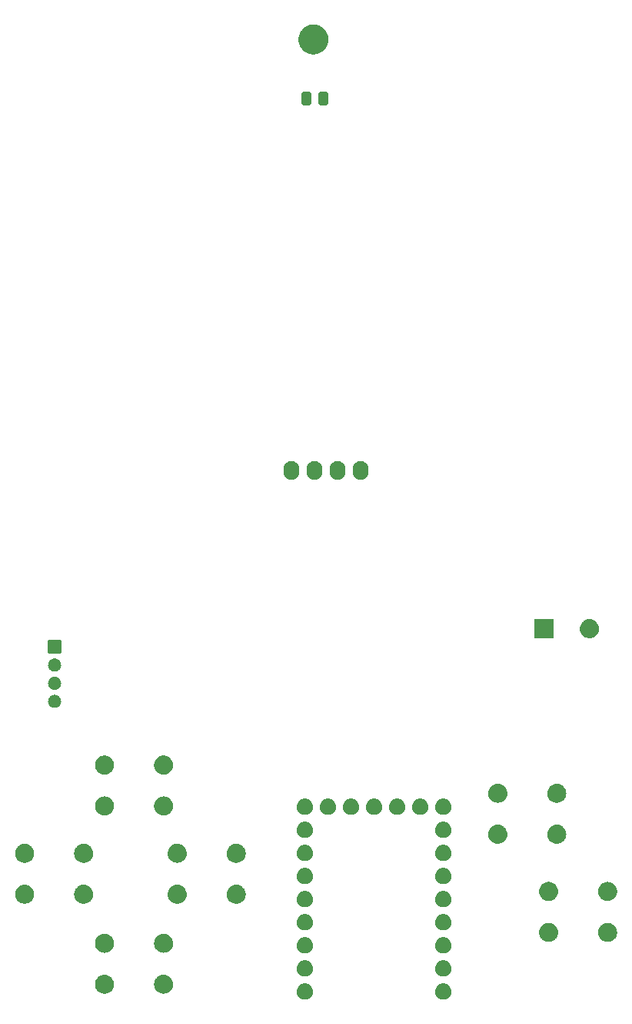
<source format=gbr>
G04 #@! TF.GenerationSoftware,KiCad,Pcbnew,8.0.5-8.0.5-0~ubuntu24.04.1*
G04 #@! TF.CreationDate,2024-10-08T07:55:42+09:00*
G04 #@! TF.ProjectId,gopher2_rp2040_sw,676f7068-6572-4325-9f72-70323034305f,rev?*
G04 #@! TF.SameCoordinates,Original*
G04 #@! TF.FileFunction,Soldermask,Bot*
G04 #@! TF.FilePolarity,Negative*
%FSLAX46Y46*%
G04 Gerber Fmt 4.6, Leading zero omitted, Abs format (unit mm)*
G04 Created by KiCad (PCBNEW 8.0.5-8.0.5-0~ubuntu24.04.1) date 2024-10-08 07:55:42*
%MOMM*%
%LPD*%
G01*
G04 APERTURE LIST*
G04 APERTURE END LIST*
G36*
X111103983Y-154503936D02*
G01*
X111154180Y-154503936D01*
X111197524Y-154513149D01*
X111235659Y-154516905D01*
X111283566Y-154531437D01*
X111338424Y-154543098D01*
X111373530Y-154558728D01*
X111404566Y-154568143D01*
X111453884Y-154594504D01*
X111510500Y-154619711D01*
X111536822Y-154638835D01*
X111560232Y-154651348D01*
X111607988Y-154690540D01*
X111662887Y-154730427D01*
X111680711Y-154750223D01*
X111696675Y-154763324D01*
X111739572Y-154815594D01*
X111788924Y-154870405D01*
X111799292Y-154888363D01*
X111808651Y-154899767D01*
X111843273Y-154964542D01*
X111883104Y-155033530D01*
X111887685Y-155047630D01*
X111891856Y-155055433D01*
X111914852Y-155131242D01*
X111941311Y-155212672D01*
X111942242Y-155221532D01*
X111943094Y-155224340D01*
X111951384Y-155308513D01*
X111961000Y-155400000D01*
X111951383Y-155491494D01*
X111943094Y-155575659D01*
X111942242Y-155578466D01*
X111941311Y-155587328D01*
X111914848Y-155668771D01*
X111891856Y-155744566D01*
X111887686Y-155752366D01*
X111883104Y-155766470D01*
X111843266Y-155835470D01*
X111808651Y-155900232D01*
X111799294Y-155911633D01*
X111788924Y-155929595D01*
X111739563Y-155984415D01*
X111696675Y-156036675D01*
X111680714Y-156049773D01*
X111662887Y-156069573D01*
X111607977Y-156109467D01*
X111560232Y-156148651D01*
X111536827Y-156161161D01*
X111510500Y-156180289D01*
X111453873Y-156205500D01*
X111404566Y-156231856D01*
X111373537Y-156241268D01*
X111338424Y-156256902D01*
X111283555Y-156268564D01*
X111235659Y-156283094D01*
X111197532Y-156286849D01*
X111154180Y-156296064D01*
X111103973Y-156296064D01*
X111060000Y-156300395D01*
X111016027Y-156296064D01*
X110965820Y-156296064D01*
X110922467Y-156286849D01*
X110884340Y-156283094D01*
X110836441Y-156268563D01*
X110781576Y-156256902D01*
X110746464Y-156241269D01*
X110715433Y-156231856D01*
X110666120Y-156205498D01*
X110609500Y-156180289D01*
X110583175Y-156161163D01*
X110559767Y-156148651D01*
X110512013Y-156109460D01*
X110457113Y-156069573D01*
X110439287Y-156049776D01*
X110423324Y-156036675D01*
X110380425Y-155984402D01*
X110331076Y-155929595D01*
X110320708Y-155911637D01*
X110311348Y-155900232D01*
X110276719Y-155835447D01*
X110236896Y-155766470D01*
X110232315Y-155752371D01*
X110228143Y-155744566D01*
X110205136Y-155668725D01*
X110178689Y-155587328D01*
X110177758Y-155578471D01*
X110176905Y-155575659D01*
X110168600Y-155491342D01*
X110159000Y-155400000D01*
X110168599Y-155308664D01*
X110176905Y-155224340D01*
X110177758Y-155221527D01*
X110178689Y-155212672D01*
X110205132Y-155131288D01*
X110228143Y-155055433D01*
X110232315Y-155047626D01*
X110236896Y-155033530D01*
X110276712Y-154964565D01*
X110311348Y-154899767D01*
X110320710Y-154888359D01*
X110331076Y-154870405D01*
X110380416Y-154815607D01*
X110423324Y-154763324D01*
X110439291Y-154750219D01*
X110457113Y-154730427D01*
X110512002Y-154690546D01*
X110559767Y-154651348D01*
X110583180Y-154638833D01*
X110609500Y-154619711D01*
X110666109Y-154594506D01*
X110715433Y-154568143D01*
X110746471Y-154558727D01*
X110781576Y-154543098D01*
X110836430Y-154531438D01*
X110884340Y-154516905D01*
X110922476Y-154513148D01*
X110965820Y-154503936D01*
X111016016Y-154503936D01*
X111060000Y-154499604D01*
X111103983Y-154503936D01*
G37*
G36*
X126343983Y-154503936D02*
G01*
X126394180Y-154503936D01*
X126437524Y-154513149D01*
X126475659Y-154516905D01*
X126523566Y-154531437D01*
X126578424Y-154543098D01*
X126613530Y-154558728D01*
X126644566Y-154568143D01*
X126693884Y-154594504D01*
X126750500Y-154619711D01*
X126776822Y-154638835D01*
X126800232Y-154651348D01*
X126847988Y-154690540D01*
X126902887Y-154730427D01*
X126920711Y-154750223D01*
X126936675Y-154763324D01*
X126979572Y-154815594D01*
X127028924Y-154870405D01*
X127039292Y-154888363D01*
X127048651Y-154899767D01*
X127083273Y-154964542D01*
X127123104Y-155033530D01*
X127127685Y-155047630D01*
X127131856Y-155055433D01*
X127154852Y-155131242D01*
X127181311Y-155212672D01*
X127182242Y-155221532D01*
X127183094Y-155224340D01*
X127191384Y-155308513D01*
X127201000Y-155400000D01*
X127191383Y-155491494D01*
X127183094Y-155575659D01*
X127182242Y-155578466D01*
X127181311Y-155587328D01*
X127154848Y-155668771D01*
X127131856Y-155744566D01*
X127127686Y-155752366D01*
X127123104Y-155766470D01*
X127083266Y-155835470D01*
X127048651Y-155900232D01*
X127039294Y-155911633D01*
X127028924Y-155929595D01*
X126979563Y-155984415D01*
X126936675Y-156036675D01*
X126920714Y-156049773D01*
X126902887Y-156069573D01*
X126847977Y-156109467D01*
X126800232Y-156148651D01*
X126776827Y-156161161D01*
X126750500Y-156180289D01*
X126693873Y-156205500D01*
X126644566Y-156231856D01*
X126613537Y-156241268D01*
X126578424Y-156256902D01*
X126523555Y-156268564D01*
X126475659Y-156283094D01*
X126437532Y-156286849D01*
X126394180Y-156296064D01*
X126343973Y-156296064D01*
X126300000Y-156300395D01*
X126256027Y-156296064D01*
X126205820Y-156296064D01*
X126162467Y-156286849D01*
X126124340Y-156283094D01*
X126076441Y-156268563D01*
X126021576Y-156256902D01*
X125986464Y-156241269D01*
X125955433Y-156231856D01*
X125906120Y-156205498D01*
X125849500Y-156180289D01*
X125823175Y-156161163D01*
X125799767Y-156148651D01*
X125752013Y-156109460D01*
X125697113Y-156069573D01*
X125679287Y-156049776D01*
X125663324Y-156036675D01*
X125620425Y-155984402D01*
X125571076Y-155929595D01*
X125560708Y-155911637D01*
X125551348Y-155900232D01*
X125516719Y-155835447D01*
X125476896Y-155766470D01*
X125472315Y-155752371D01*
X125468143Y-155744566D01*
X125445136Y-155668725D01*
X125418689Y-155587328D01*
X125417758Y-155578471D01*
X125416905Y-155575659D01*
X125408600Y-155491342D01*
X125399000Y-155400000D01*
X125408599Y-155308664D01*
X125416905Y-155224340D01*
X125417758Y-155221527D01*
X125418689Y-155212672D01*
X125445132Y-155131288D01*
X125468143Y-155055433D01*
X125472315Y-155047626D01*
X125476896Y-155033530D01*
X125516712Y-154964565D01*
X125551348Y-154899767D01*
X125560710Y-154888359D01*
X125571076Y-154870405D01*
X125620416Y-154815607D01*
X125663324Y-154763324D01*
X125679291Y-154750219D01*
X125697113Y-154730427D01*
X125752002Y-154690546D01*
X125799767Y-154651348D01*
X125823180Y-154638833D01*
X125849500Y-154619711D01*
X125906109Y-154594506D01*
X125955433Y-154568143D01*
X125986471Y-154558727D01*
X126021576Y-154543098D01*
X126076430Y-154531438D01*
X126124340Y-154516905D01*
X126162476Y-154513148D01*
X126205820Y-154503936D01*
X126256016Y-154503936D01*
X126300000Y-154499604D01*
X126343983Y-154503936D01*
G37*
G36*
X89050938Y-153554017D02*
G01*
X89096923Y-153554017D01*
X89148139Y-153563590D01*
X89205040Y-153569195D01*
X89248261Y-153582306D01*
X89287474Y-153589636D01*
X89341785Y-153610676D01*
X89402200Y-153629003D01*
X89436720Y-153647454D01*
X89468232Y-153659662D01*
X89522977Y-153693559D01*
X89583904Y-153726125D01*
X89609506Y-153747136D01*
X89633048Y-153761713D01*
X89685212Y-153809267D01*
X89743169Y-153856831D01*
X89760342Y-153877757D01*
X89776301Y-153892305D01*
X89822629Y-153953653D01*
X89873875Y-154016096D01*
X89883783Y-154034634D01*
X89893122Y-154047000D01*
X89930274Y-154121613D01*
X89970997Y-154197800D01*
X89975340Y-154212117D01*
X89979528Y-154220528D01*
X90004267Y-154307476D01*
X90030805Y-154394960D01*
X90031676Y-154403811D01*
X90032577Y-154406975D01*
X90041938Y-154508002D01*
X90051000Y-154600000D01*
X90041938Y-154692005D01*
X90032577Y-154793024D01*
X90031676Y-154796187D01*
X90030805Y-154805040D01*
X90004262Y-154892538D01*
X89979528Y-154979471D01*
X89975341Y-154987879D01*
X89970997Y-155002200D01*
X89930267Y-155078399D01*
X89893122Y-155152999D01*
X89883785Y-155165362D01*
X89873875Y-155183904D01*
X89822620Y-155246357D01*
X89776301Y-155307694D01*
X89760345Y-155322238D01*
X89743169Y-155343169D01*
X89685201Y-155390741D01*
X89633048Y-155438286D01*
X89609511Y-155452859D01*
X89583904Y-155473875D01*
X89522965Y-155506447D01*
X89468232Y-155540337D01*
X89436726Y-155552542D01*
X89402200Y-155570997D01*
X89341773Y-155589327D01*
X89287474Y-155610363D01*
X89248268Y-155617691D01*
X89205040Y-155630805D01*
X89148136Y-155636409D01*
X89096923Y-155645983D01*
X89050938Y-155645983D01*
X89000000Y-155651000D01*
X88949062Y-155645983D01*
X88903077Y-155645983D01*
X88851863Y-155636409D01*
X88794960Y-155630805D01*
X88751732Y-155617692D01*
X88712525Y-155610363D01*
X88658221Y-155589325D01*
X88597800Y-155570997D01*
X88563275Y-155552543D01*
X88531767Y-155540337D01*
X88477027Y-155506443D01*
X88416096Y-155473875D01*
X88390491Y-155452861D01*
X88366951Y-155438286D01*
X88314788Y-155390733D01*
X88256831Y-155343169D01*
X88239656Y-155322242D01*
X88223698Y-155307694D01*
X88177367Y-155246342D01*
X88126125Y-155183904D01*
X88116216Y-155165366D01*
X88106877Y-155152999D01*
X88069717Y-155078372D01*
X88029003Y-155002200D01*
X88024660Y-154987884D01*
X88020471Y-154979471D01*
X87995721Y-154892485D01*
X87969195Y-154805040D01*
X87968323Y-154796192D01*
X87967422Y-154793024D01*
X87958044Y-154691833D01*
X87949000Y-154600000D01*
X87958044Y-154508173D01*
X87967422Y-154406975D01*
X87968323Y-154403805D01*
X87969195Y-154394960D01*
X87995716Y-154307529D01*
X88020471Y-154220528D01*
X88024661Y-154212112D01*
X88029003Y-154197800D01*
X88069710Y-154121641D01*
X88106877Y-154047000D01*
X88116218Y-154034629D01*
X88126125Y-154016096D01*
X88177357Y-153953668D01*
X88223698Y-153892305D01*
X88239660Y-153877753D01*
X88256831Y-153856831D01*
X88314777Y-153809275D01*
X88366951Y-153761713D01*
X88390496Y-153747134D01*
X88416096Y-153726125D01*
X88477015Y-153693563D01*
X88531767Y-153659662D01*
X88563282Y-153647452D01*
X88597800Y-153629003D01*
X88658209Y-153610677D01*
X88712525Y-153589636D01*
X88751739Y-153582305D01*
X88794960Y-153569195D01*
X88851860Y-153563590D01*
X88903077Y-153554017D01*
X88949062Y-153554017D01*
X89000000Y-153549000D01*
X89050938Y-153554017D01*
G37*
G36*
X95550938Y-153554017D02*
G01*
X95596923Y-153554017D01*
X95648139Y-153563590D01*
X95705040Y-153569195D01*
X95748261Y-153582306D01*
X95787474Y-153589636D01*
X95841785Y-153610676D01*
X95902200Y-153629003D01*
X95936720Y-153647454D01*
X95968232Y-153659662D01*
X96022977Y-153693559D01*
X96083904Y-153726125D01*
X96109506Y-153747136D01*
X96133048Y-153761713D01*
X96185212Y-153809267D01*
X96243169Y-153856831D01*
X96260342Y-153877757D01*
X96276301Y-153892305D01*
X96322629Y-153953653D01*
X96373875Y-154016096D01*
X96383783Y-154034634D01*
X96393122Y-154047000D01*
X96430274Y-154121613D01*
X96470997Y-154197800D01*
X96475340Y-154212117D01*
X96479528Y-154220528D01*
X96504267Y-154307476D01*
X96530805Y-154394960D01*
X96531676Y-154403811D01*
X96532577Y-154406975D01*
X96541938Y-154508002D01*
X96551000Y-154600000D01*
X96541938Y-154692005D01*
X96532577Y-154793024D01*
X96531676Y-154796187D01*
X96530805Y-154805040D01*
X96504262Y-154892538D01*
X96479528Y-154979471D01*
X96475341Y-154987879D01*
X96470997Y-155002200D01*
X96430267Y-155078399D01*
X96393122Y-155152999D01*
X96383785Y-155165362D01*
X96373875Y-155183904D01*
X96322620Y-155246357D01*
X96276301Y-155307694D01*
X96260345Y-155322238D01*
X96243169Y-155343169D01*
X96185201Y-155390741D01*
X96133048Y-155438286D01*
X96109511Y-155452859D01*
X96083904Y-155473875D01*
X96022965Y-155506447D01*
X95968232Y-155540337D01*
X95936726Y-155552542D01*
X95902200Y-155570997D01*
X95841773Y-155589327D01*
X95787474Y-155610363D01*
X95748268Y-155617691D01*
X95705040Y-155630805D01*
X95648136Y-155636409D01*
X95596923Y-155645983D01*
X95550938Y-155645983D01*
X95500000Y-155651000D01*
X95449062Y-155645983D01*
X95403077Y-155645983D01*
X95351863Y-155636409D01*
X95294960Y-155630805D01*
X95251732Y-155617692D01*
X95212525Y-155610363D01*
X95158221Y-155589325D01*
X95097800Y-155570997D01*
X95063275Y-155552543D01*
X95031767Y-155540337D01*
X94977027Y-155506443D01*
X94916096Y-155473875D01*
X94890491Y-155452861D01*
X94866951Y-155438286D01*
X94814788Y-155390733D01*
X94756831Y-155343169D01*
X94739656Y-155322242D01*
X94723698Y-155307694D01*
X94677367Y-155246342D01*
X94626125Y-155183904D01*
X94616216Y-155165366D01*
X94606877Y-155152999D01*
X94569717Y-155078372D01*
X94529003Y-155002200D01*
X94524660Y-154987884D01*
X94520471Y-154979471D01*
X94495721Y-154892485D01*
X94469195Y-154805040D01*
X94468323Y-154796192D01*
X94467422Y-154793024D01*
X94458044Y-154691833D01*
X94449000Y-154600000D01*
X94458044Y-154508173D01*
X94467422Y-154406975D01*
X94468323Y-154403805D01*
X94469195Y-154394960D01*
X94495716Y-154307529D01*
X94520471Y-154220528D01*
X94524661Y-154212112D01*
X94529003Y-154197800D01*
X94569710Y-154121641D01*
X94606877Y-154047000D01*
X94616218Y-154034629D01*
X94626125Y-154016096D01*
X94677357Y-153953668D01*
X94723698Y-153892305D01*
X94739660Y-153877753D01*
X94756831Y-153856831D01*
X94814777Y-153809275D01*
X94866951Y-153761713D01*
X94890496Y-153747134D01*
X94916096Y-153726125D01*
X94977015Y-153693563D01*
X95031767Y-153659662D01*
X95063282Y-153647452D01*
X95097800Y-153629003D01*
X95158209Y-153610677D01*
X95212525Y-153589636D01*
X95251739Y-153582305D01*
X95294960Y-153569195D01*
X95351860Y-153563590D01*
X95403077Y-153554017D01*
X95449062Y-153554017D01*
X95500000Y-153549000D01*
X95550938Y-153554017D01*
G37*
G36*
X111103983Y-151963936D02*
G01*
X111154180Y-151963936D01*
X111197524Y-151973149D01*
X111235659Y-151976905D01*
X111283566Y-151991437D01*
X111338424Y-152003098D01*
X111373530Y-152018728D01*
X111404566Y-152028143D01*
X111453884Y-152054504D01*
X111510500Y-152079711D01*
X111536822Y-152098835D01*
X111560232Y-152111348D01*
X111607988Y-152150540D01*
X111662887Y-152190427D01*
X111680711Y-152210223D01*
X111696675Y-152223324D01*
X111739572Y-152275594D01*
X111788924Y-152330405D01*
X111799292Y-152348363D01*
X111808651Y-152359767D01*
X111843273Y-152424542D01*
X111883104Y-152493530D01*
X111887685Y-152507630D01*
X111891856Y-152515433D01*
X111914852Y-152591242D01*
X111941311Y-152672672D01*
X111942242Y-152681532D01*
X111943094Y-152684340D01*
X111951384Y-152768513D01*
X111961000Y-152860000D01*
X111951383Y-152951494D01*
X111943094Y-153035659D01*
X111942242Y-153038466D01*
X111941311Y-153047328D01*
X111914848Y-153128771D01*
X111891856Y-153204566D01*
X111887686Y-153212366D01*
X111883104Y-153226470D01*
X111843266Y-153295470D01*
X111808651Y-153360232D01*
X111799294Y-153371633D01*
X111788924Y-153389595D01*
X111739563Y-153444415D01*
X111696675Y-153496675D01*
X111680714Y-153509773D01*
X111662887Y-153529573D01*
X111607977Y-153569467D01*
X111560232Y-153608651D01*
X111536827Y-153621161D01*
X111510500Y-153640289D01*
X111453873Y-153665500D01*
X111404566Y-153691856D01*
X111373537Y-153701268D01*
X111338424Y-153716902D01*
X111283555Y-153728564D01*
X111235659Y-153743094D01*
X111197532Y-153746849D01*
X111154180Y-153756064D01*
X111103973Y-153756064D01*
X111060000Y-153760395D01*
X111016027Y-153756064D01*
X110965820Y-153756064D01*
X110922467Y-153746849D01*
X110884340Y-153743094D01*
X110836441Y-153728563D01*
X110781576Y-153716902D01*
X110746464Y-153701269D01*
X110715433Y-153691856D01*
X110666120Y-153665498D01*
X110609500Y-153640289D01*
X110583175Y-153621163D01*
X110559767Y-153608651D01*
X110512013Y-153569460D01*
X110457113Y-153529573D01*
X110439287Y-153509776D01*
X110423324Y-153496675D01*
X110380425Y-153444402D01*
X110331076Y-153389595D01*
X110320708Y-153371637D01*
X110311348Y-153360232D01*
X110276719Y-153295447D01*
X110236896Y-153226470D01*
X110232315Y-153212371D01*
X110228143Y-153204566D01*
X110205136Y-153128725D01*
X110178689Y-153047328D01*
X110177758Y-153038471D01*
X110176905Y-153035659D01*
X110168600Y-152951342D01*
X110159000Y-152860000D01*
X110168599Y-152768664D01*
X110176905Y-152684340D01*
X110177758Y-152681527D01*
X110178689Y-152672672D01*
X110205132Y-152591288D01*
X110228143Y-152515433D01*
X110232315Y-152507626D01*
X110236896Y-152493530D01*
X110276712Y-152424565D01*
X110311348Y-152359767D01*
X110320710Y-152348359D01*
X110331076Y-152330405D01*
X110380416Y-152275607D01*
X110423324Y-152223324D01*
X110439291Y-152210219D01*
X110457113Y-152190427D01*
X110512002Y-152150546D01*
X110559767Y-152111348D01*
X110583180Y-152098833D01*
X110609500Y-152079711D01*
X110666109Y-152054506D01*
X110715433Y-152028143D01*
X110746471Y-152018727D01*
X110781576Y-152003098D01*
X110836430Y-151991438D01*
X110884340Y-151976905D01*
X110922476Y-151973148D01*
X110965820Y-151963936D01*
X111016016Y-151963936D01*
X111060000Y-151959604D01*
X111103983Y-151963936D01*
G37*
G36*
X126343983Y-151963936D02*
G01*
X126394180Y-151963936D01*
X126437524Y-151973149D01*
X126475659Y-151976905D01*
X126523566Y-151991437D01*
X126578424Y-152003098D01*
X126613530Y-152018728D01*
X126644566Y-152028143D01*
X126693884Y-152054504D01*
X126750500Y-152079711D01*
X126776822Y-152098835D01*
X126800232Y-152111348D01*
X126847988Y-152150540D01*
X126902887Y-152190427D01*
X126920711Y-152210223D01*
X126936675Y-152223324D01*
X126979572Y-152275594D01*
X127028924Y-152330405D01*
X127039292Y-152348363D01*
X127048651Y-152359767D01*
X127083273Y-152424542D01*
X127123104Y-152493530D01*
X127127685Y-152507630D01*
X127131856Y-152515433D01*
X127154852Y-152591242D01*
X127181311Y-152672672D01*
X127182242Y-152681532D01*
X127183094Y-152684340D01*
X127191384Y-152768513D01*
X127201000Y-152860000D01*
X127191383Y-152951494D01*
X127183094Y-153035659D01*
X127182242Y-153038466D01*
X127181311Y-153047328D01*
X127154848Y-153128771D01*
X127131856Y-153204566D01*
X127127686Y-153212366D01*
X127123104Y-153226470D01*
X127083266Y-153295470D01*
X127048651Y-153360232D01*
X127039294Y-153371633D01*
X127028924Y-153389595D01*
X126979563Y-153444415D01*
X126936675Y-153496675D01*
X126920714Y-153509773D01*
X126902887Y-153529573D01*
X126847977Y-153569467D01*
X126800232Y-153608651D01*
X126776827Y-153621161D01*
X126750500Y-153640289D01*
X126693873Y-153665500D01*
X126644566Y-153691856D01*
X126613537Y-153701268D01*
X126578424Y-153716902D01*
X126523555Y-153728564D01*
X126475659Y-153743094D01*
X126437532Y-153746849D01*
X126394180Y-153756064D01*
X126343973Y-153756064D01*
X126300000Y-153760395D01*
X126256027Y-153756064D01*
X126205820Y-153756064D01*
X126162467Y-153746849D01*
X126124340Y-153743094D01*
X126076441Y-153728563D01*
X126021576Y-153716902D01*
X125986464Y-153701269D01*
X125955433Y-153691856D01*
X125906120Y-153665498D01*
X125849500Y-153640289D01*
X125823175Y-153621163D01*
X125799767Y-153608651D01*
X125752013Y-153569460D01*
X125697113Y-153529573D01*
X125679287Y-153509776D01*
X125663324Y-153496675D01*
X125620425Y-153444402D01*
X125571076Y-153389595D01*
X125560708Y-153371637D01*
X125551348Y-153360232D01*
X125516719Y-153295447D01*
X125476896Y-153226470D01*
X125472315Y-153212371D01*
X125468143Y-153204566D01*
X125445136Y-153128725D01*
X125418689Y-153047328D01*
X125417758Y-153038471D01*
X125416905Y-153035659D01*
X125408600Y-152951342D01*
X125399000Y-152860000D01*
X125408599Y-152768664D01*
X125416905Y-152684340D01*
X125417758Y-152681527D01*
X125418689Y-152672672D01*
X125445132Y-152591288D01*
X125468143Y-152515433D01*
X125472315Y-152507626D01*
X125476896Y-152493530D01*
X125516712Y-152424565D01*
X125551348Y-152359767D01*
X125560710Y-152348359D01*
X125571076Y-152330405D01*
X125620416Y-152275607D01*
X125663324Y-152223324D01*
X125679291Y-152210219D01*
X125697113Y-152190427D01*
X125752002Y-152150546D01*
X125799767Y-152111348D01*
X125823180Y-152098833D01*
X125849500Y-152079711D01*
X125906109Y-152054506D01*
X125955433Y-152028143D01*
X125986471Y-152018727D01*
X126021576Y-152003098D01*
X126076430Y-151991438D01*
X126124340Y-151976905D01*
X126162476Y-151973148D01*
X126205820Y-151963936D01*
X126256016Y-151963936D01*
X126300000Y-151959604D01*
X126343983Y-151963936D01*
G37*
G36*
X111103983Y-149423936D02*
G01*
X111154180Y-149423936D01*
X111197524Y-149433149D01*
X111235659Y-149436905D01*
X111283566Y-149451437D01*
X111338424Y-149463098D01*
X111373530Y-149478728D01*
X111404566Y-149488143D01*
X111453884Y-149514504D01*
X111510500Y-149539711D01*
X111536822Y-149558835D01*
X111560232Y-149571348D01*
X111607988Y-149610540D01*
X111662887Y-149650427D01*
X111680711Y-149670223D01*
X111696675Y-149683324D01*
X111739572Y-149735594D01*
X111788924Y-149790405D01*
X111799292Y-149808363D01*
X111808651Y-149819767D01*
X111843273Y-149884542D01*
X111883104Y-149953530D01*
X111887685Y-149967630D01*
X111891856Y-149975433D01*
X111914852Y-150051242D01*
X111941311Y-150132672D01*
X111942242Y-150141532D01*
X111943094Y-150144340D01*
X111951384Y-150228513D01*
X111961000Y-150320000D01*
X111951383Y-150411494D01*
X111943094Y-150495659D01*
X111942242Y-150498466D01*
X111941311Y-150507328D01*
X111914848Y-150588771D01*
X111891856Y-150664566D01*
X111887686Y-150672366D01*
X111883104Y-150686470D01*
X111843266Y-150755470D01*
X111808651Y-150820232D01*
X111799294Y-150831633D01*
X111788924Y-150849595D01*
X111739563Y-150904415D01*
X111696675Y-150956675D01*
X111680714Y-150969773D01*
X111662887Y-150989573D01*
X111607977Y-151029467D01*
X111560232Y-151068651D01*
X111536827Y-151081161D01*
X111510500Y-151100289D01*
X111453873Y-151125500D01*
X111404566Y-151151856D01*
X111373537Y-151161268D01*
X111338424Y-151176902D01*
X111283555Y-151188564D01*
X111235659Y-151203094D01*
X111197532Y-151206849D01*
X111154180Y-151216064D01*
X111103973Y-151216064D01*
X111060000Y-151220395D01*
X111016027Y-151216064D01*
X110965820Y-151216064D01*
X110922467Y-151206849D01*
X110884340Y-151203094D01*
X110836441Y-151188563D01*
X110781576Y-151176902D01*
X110746464Y-151161269D01*
X110715433Y-151151856D01*
X110666120Y-151125498D01*
X110609500Y-151100289D01*
X110583175Y-151081163D01*
X110559767Y-151068651D01*
X110512013Y-151029460D01*
X110457113Y-150989573D01*
X110439287Y-150969776D01*
X110423324Y-150956675D01*
X110380425Y-150904402D01*
X110331076Y-150849595D01*
X110320708Y-150831637D01*
X110311348Y-150820232D01*
X110276719Y-150755447D01*
X110236896Y-150686470D01*
X110232315Y-150672371D01*
X110228143Y-150664566D01*
X110205136Y-150588725D01*
X110178689Y-150507328D01*
X110177758Y-150498471D01*
X110176905Y-150495659D01*
X110168600Y-150411342D01*
X110159000Y-150320000D01*
X110168599Y-150228664D01*
X110176905Y-150144340D01*
X110177758Y-150141527D01*
X110178689Y-150132672D01*
X110205132Y-150051288D01*
X110228143Y-149975433D01*
X110232315Y-149967626D01*
X110236896Y-149953530D01*
X110276712Y-149884565D01*
X110311348Y-149819767D01*
X110320710Y-149808359D01*
X110331076Y-149790405D01*
X110380416Y-149735607D01*
X110423324Y-149683324D01*
X110439291Y-149670219D01*
X110457113Y-149650427D01*
X110512002Y-149610546D01*
X110559767Y-149571348D01*
X110583180Y-149558833D01*
X110609500Y-149539711D01*
X110666109Y-149514506D01*
X110715433Y-149488143D01*
X110746471Y-149478727D01*
X110781576Y-149463098D01*
X110836430Y-149451438D01*
X110884340Y-149436905D01*
X110922476Y-149433148D01*
X110965820Y-149423936D01*
X111016016Y-149423936D01*
X111060000Y-149419604D01*
X111103983Y-149423936D01*
G37*
G36*
X126343983Y-149423936D02*
G01*
X126394180Y-149423936D01*
X126437524Y-149433149D01*
X126475659Y-149436905D01*
X126523566Y-149451437D01*
X126578424Y-149463098D01*
X126613530Y-149478728D01*
X126644566Y-149488143D01*
X126693884Y-149514504D01*
X126750500Y-149539711D01*
X126776822Y-149558835D01*
X126800232Y-149571348D01*
X126847988Y-149610540D01*
X126902887Y-149650427D01*
X126920711Y-149670223D01*
X126936675Y-149683324D01*
X126979572Y-149735594D01*
X127028924Y-149790405D01*
X127039292Y-149808363D01*
X127048651Y-149819767D01*
X127083273Y-149884542D01*
X127123104Y-149953530D01*
X127127685Y-149967630D01*
X127131856Y-149975433D01*
X127154852Y-150051242D01*
X127181311Y-150132672D01*
X127182242Y-150141532D01*
X127183094Y-150144340D01*
X127191384Y-150228513D01*
X127201000Y-150320000D01*
X127191383Y-150411494D01*
X127183094Y-150495659D01*
X127182242Y-150498466D01*
X127181311Y-150507328D01*
X127154848Y-150588771D01*
X127131856Y-150664566D01*
X127127686Y-150672366D01*
X127123104Y-150686470D01*
X127083266Y-150755470D01*
X127048651Y-150820232D01*
X127039294Y-150831633D01*
X127028924Y-150849595D01*
X126979563Y-150904415D01*
X126936675Y-150956675D01*
X126920714Y-150969773D01*
X126902887Y-150989573D01*
X126847977Y-151029467D01*
X126800232Y-151068651D01*
X126776827Y-151081161D01*
X126750500Y-151100289D01*
X126693873Y-151125500D01*
X126644566Y-151151856D01*
X126613537Y-151161268D01*
X126578424Y-151176902D01*
X126523555Y-151188564D01*
X126475659Y-151203094D01*
X126437532Y-151206849D01*
X126394180Y-151216064D01*
X126343973Y-151216064D01*
X126300000Y-151220395D01*
X126256027Y-151216064D01*
X126205820Y-151216064D01*
X126162467Y-151206849D01*
X126124340Y-151203094D01*
X126076441Y-151188563D01*
X126021576Y-151176902D01*
X125986464Y-151161269D01*
X125955433Y-151151856D01*
X125906120Y-151125498D01*
X125849500Y-151100289D01*
X125823175Y-151081163D01*
X125799767Y-151068651D01*
X125752013Y-151029460D01*
X125697113Y-150989573D01*
X125679287Y-150969776D01*
X125663324Y-150956675D01*
X125620425Y-150904402D01*
X125571076Y-150849595D01*
X125560708Y-150831637D01*
X125551348Y-150820232D01*
X125516719Y-150755447D01*
X125476896Y-150686470D01*
X125472315Y-150672371D01*
X125468143Y-150664566D01*
X125445136Y-150588725D01*
X125418689Y-150507328D01*
X125417758Y-150498471D01*
X125416905Y-150495659D01*
X125408600Y-150411342D01*
X125399000Y-150320000D01*
X125408599Y-150228664D01*
X125416905Y-150144340D01*
X125417758Y-150141527D01*
X125418689Y-150132672D01*
X125445132Y-150051288D01*
X125468143Y-149975433D01*
X125472315Y-149967626D01*
X125476896Y-149953530D01*
X125516712Y-149884565D01*
X125551348Y-149819767D01*
X125560710Y-149808359D01*
X125571076Y-149790405D01*
X125620416Y-149735607D01*
X125663324Y-149683324D01*
X125679291Y-149670219D01*
X125697113Y-149650427D01*
X125752002Y-149610546D01*
X125799767Y-149571348D01*
X125823180Y-149558833D01*
X125849500Y-149539711D01*
X125906109Y-149514506D01*
X125955433Y-149488143D01*
X125986471Y-149478727D01*
X126021576Y-149463098D01*
X126076430Y-149451438D01*
X126124340Y-149436905D01*
X126162476Y-149433148D01*
X126205820Y-149423936D01*
X126256016Y-149423936D01*
X126300000Y-149419604D01*
X126343983Y-149423936D01*
G37*
G36*
X89050938Y-149054017D02*
G01*
X89096923Y-149054017D01*
X89148139Y-149063590D01*
X89205040Y-149069195D01*
X89248261Y-149082306D01*
X89287474Y-149089636D01*
X89341785Y-149110676D01*
X89402200Y-149129003D01*
X89436720Y-149147454D01*
X89468232Y-149159662D01*
X89522977Y-149193559D01*
X89583904Y-149226125D01*
X89609506Y-149247136D01*
X89633048Y-149261713D01*
X89685212Y-149309267D01*
X89743169Y-149356831D01*
X89760342Y-149377757D01*
X89776301Y-149392305D01*
X89822629Y-149453653D01*
X89873875Y-149516096D01*
X89883783Y-149534634D01*
X89893122Y-149547000D01*
X89930274Y-149621613D01*
X89970997Y-149697800D01*
X89975340Y-149712117D01*
X89979528Y-149720528D01*
X90004267Y-149807476D01*
X90030805Y-149894960D01*
X90031676Y-149903811D01*
X90032577Y-149906975D01*
X90041938Y-150008002D01*
X90051000Y-150100000D01*
X90041938Y-150192005D01*
X90032577Y-150293024D01*
X90031676Y-150296187D01*
X90030805Y-150305040D01*
X90004262Y-150392538D01*
X89979528Y-150479471D01*
X89975341Y-150487879D01*
X89970997Y-150502200D01*
X89930267Y-150578399D01*
X89893122Y-150652999D01*
X89883785Y-150665362D01*
X89873875Y-150683904D01*
X89822620Y-150746357D01*
X89776301Y-150807694D01*
X89760345Y-150822238D01*
X89743169Y-150843169D01*
X89685201Y-150890741D01*
X89633048Y-150938286D01*
X89609511Y-150952859D01*
X89583904Y-150973875D01*
X89522965Y-151006447D01*
X89468232Y-151040337D01*
X89436726Y-151052542D01*
X89402200Y-151070997D01*
X89341773Y-151089327D01*
X89287474Y-151110363D01*
X89248268Y-151117691D01*
X89205040Y-151130805D01*
X89148136Y-151136409D01*
X89096923Y-151145983D01*
X89050938Y-151145983D01*
X89000000Y-151151000D01*
X88949062Y-151145983D01*
X88903077Y-151145983D01*
X88851863Y-151136409D01*
X88794960Y-151130805D01*
X88751732Y-151117692D01*
X88712525Y-151110363D01*
X88658221Y-151089325D01*
X88597800Y-151070997D01*
X88563275Y-151052543D01*
X88531767Y-151040337D01*
X88477027Y-151006443D01*
X88416096Y-150973875D01*
X88390491Y-150952861D01*
X88366951Y-150938286D01*
X88314788Y-150890733D01*
X88256831Y-150843169D01*
X88239656Y-150822242D01*
X88223698Y-150807694D01*
X88177367Y-150746342D01*
X88126125Y-150683904D01*
X88116216Y-150665366D01*
X88106877Y-150652999D01*
X88069717Y-150578372D01*
X88029003Y-150502200D01*
X88024660Y-150487884D01*
X88020471Y-150479471D01*
X87995721Y-150392485D01*
X87969195Y-150305040D01*
X87968323Y-150296192D01*
X87967422Y-150293024D01*
X87958044Y-150191833D01*
X87949000Y-150100000D01*
X87958044Y-150008173D01*
X87967422Y-149906975D01*
X87968323Y-149903805D01*
X87969195Y-149894960D01*
X87995716Y-149807529D01*
X88020471Y-149720528D01*
X88024661Y-149712112D01*
X88029003Y-149697800D01*
X88069710Y-149621641D01*
X88106877Y-149547000D01*
X88116218Y-149534629D01*
X88126125Y-149516096D01*
X88177357Y-149453668D01*
X88223698Y-149392305D01*
X88239660Y-149377753D01*
X88256831Y-149356831D01*
X88314777Y-149309275D01*
X88366951Y-149261713D01*
X88390496Y-149247134D01*
X88416096Y-149226125D01*
X88477015Y-149193563D01*
X88531767Y-149159662D01*
X88563282Y-149147452D01*
X88597800Y-149129003D01*
X88658209Y-149110677D01*
X88712525Y-149089636D01*
X88751739Y-149082305D01*
X88794960Y-149069195D01*
X88851860Y-149063590D01*
X88903077Y-149054017D01*
X88949062Y-149054017D01*
X89000000Y-149049000D01*
X89050938Y-149054017D01*
G37*
G36*
X95550938Y-149054017D02*
G01*
X95596923Y-149054017D01*
X95648139Y-149063590D01*
X95705040Y-149069195D01*
X95748261Y-149082306D01*
X95787474Y-149089636D01*
X95841785Y-149110676D01*
X95902200Y-149129003D01*
X95936720Y-149147454D01*
X95968232Y-149159662D01*
X96022977Y-149193559D01*
X96083904Y-149226125D01*
X96109506Y-149247136D01*
X96133048Y-149261713D01*
X96185212Y-149309267D01*
X96243169Y-149356831D01*
X96260342Y-149377757D01*
X96276301Y-149392305D01*
X96322629Y-149453653D01*
X96373875Y-149516096D01*
X96383783Y-149534634D01*
X96393122Y-149547000D01*
X96430274Y-149621613D01*
X96470997Y-149697800D01*
X96475340Y-149712117D01*
X96479528Y-149720528D01*
X96504267Y-149807476D01*
X96530805Y-149894960D01*
X96531676Y-149903811D01*
X96532577Y-149906975D01*
X96541938Y-150008002D01*
X96551000Y-150100000D01*
X96541938Y-150192005D01*
X96532577Y-150293024D01*
X96531676Y-150296187D01*
X96530805Y-150305040D01*
X96504262Y-150392538D01*
X96479528Y-150479471D01*
X96475341Y-150487879D01*
X96470997Y-150502200D01*
X96430267Y-150578399D01*
X96393122Y-150652999D01*
X96383785Y-150665362D01*
X96373875Y-150683904D01*
X96322620Y-150746357D01*
X96276301Y-150807694D01*
X96260345Y-150822238D01*
X96243169Y-150843169D01*
X96185201Y-150890741D01*
X96133048Y-150938286D01*
X96109511Y-150952859D01*
X96083904Y-150973875D01*
X96022965Y-151006447D01*
X95968232Y-151040337D01*
X95936726Y-151052542D01*
X95902200Y-151070997D01*
X95841773Y-151089327D01*
X95787474Y-151110363D01*
X95748268Y-151117691D01*
X95705040Y-151130805D01*
X95648136Y-151136409D01*
X95596923Y-151145983D01*
X95550938Y-151145983D01*
X95500000Y-151151000D01*
X95449062Y-151145983D01*
X95403077Y-151145983D01*
X95351863Y-151136409D01*
X95294960Y-151130805D01*
X95251732Y-151117692D01*
X95212525Y-151110363D01*
X95158221Y-151089325D01*
X95097800Y-151070997D01*
X95063275Y-151052543D01*
X95031767Y-151040337D01*
X94977027Y-151006443D01*
X94916096Y-150973875D01*
X94890491Y-150952861D01*
X94866951Y-150938286D01*
X94814788Y-150890733D01*
X94756831Y-150843169D01*
X94739656Y-150822242D01*
X94723698Y-150807694D01*
X94677367Y-150746342D01*
X94626125Y-150683904D01*
X94616216Y-150665366D01*
X94606877Y-150652999D01*
X94569717Y-150578372D01*
X94529003Y-150502200D01*
X94524660Y-150487884D01*
X94520471Y-150479471D01*
X94495721Y-150392485D01*
X94469195Y-150305040D01*
X94468323Y-150296192D01*
X94467422Y-150293024D01*
X94458044Y-150191833D01*
X94449000Y-150100000D01*
X94458044Y-150008173D01*
X94467422Y-149906975D01*
X94468323Y-149903805D01*
X94469195Y-149894960D01*
X94495716Y-149807529D01*
X94520471Y-149720528D01*
X94524661Y-149712112D01*
X94529003Y-149697800D01*
X94569710Y-149621641D01*
X94606877Y-149547000D01*
X94616218Y-149534629D01*
X94626125Y-149516096D01*
X94677357Y-149453668D01*
X94723698Y-149392305D01*
X94739660Y-149377753D01*
X94756831Y-149356831D01*
X94814777Y-149309275D01*
X94866951Y-149261713D01*
X94890496Y-149247134D01*
X94916096Y-149226125D01*
X94977015Y-149193563D01*
X95031767Y-149159662D01*
X95063282Y-149147452D01*
X95097800Y-149129003D01*
X95158209Y-149110677D01*
X95212525Y-149089636D01*
X95251739Y-149082305D01*
X95294960Y-149069195D01*
X95351860Y-149063590D01*
X95403077Y-149054017D01*
X95449062Y-149054017D01*
X95500000Y-149049000D01*
X95550938Y-149054017D01*
G37*
G36*
X137950938Y-147854017D02*
G01*
X137996923Y-147854017D01*
X138048139Y-147863590D01*
X138105040Y-147869195D01*
X138148261Y-147882306D01*
X138187474Y-147889636D01*
X138241785Y-147910676D01*
X138302200Y-147929003D01*
X138336720Y-147947454D01*
X138368232Y-147959662D01*
X138422977Y-147993559D01*
X138483904Y-148026125D01*
X138509506Y-148047136D01*
X138533048Y-148061713D01*
X138585212Y-148109267D01*
X138643169Y-148156831D01*
X138660342Y-148177757D01*
X138676301Y-148192305D01*
X138722629Y-148253653D01*
X138773875Y-148316096D01*
X138783783Y-148334634D01*
X138793122Y-148347000D01*
X138830274Y-148421613D01*
X138870997Y-148497800D01*
X138875340Y-148512117D01*
X138879528Y-148520528D01*
X138904267Y-148607476D01*
X138930805Y-148694960D01*
X138931676Y-148703811D01*
X138932577Y-148706975D01*
X138941938Y-148808002D01*
X138951000Y-148900000D01*
X138941938Y-148992005D01*
X138932577Y-149093024D01*
X138931676Y-149096187D01*
X138930805Y-149105040D01*
X138904262Y-149192538D01*
X138879528Y-149279471D01*
X138875341Y-149287879D01*
X138870997Y-149302200D01*
X138830267Y-149378399D01*
X138793122Y-149452999D01*
X138783785Y-149465362D01*
X138773875Y-149483904D01*
X138722620Y-149546357D01*
X138676301Y-149607694D01*
X138660345Y-149622238D01*
X138643169Y-149643169D01*
X138585201Y-149690741D01*
X138533048Y-149738286D01*
X138509511Y-149752859D01*
X138483904Y-149773875D01*
X138422965Y-149806447D01*
X138368232Y-149840337D01*
X138336726Y-149852542D01*
X138302200Y-149870997D01*
X138241773Y-149889327D01*
X138187474Y-149910363D01*
X138148268Y-149917691D01*
X138105040Y-149930805D01*
X138048136Y-149936409D01*
X137996923Y-149945983D01*
X137950938Y-149945983D01*
X137900000Y-149951000D01*
X137849062Y-149945983D01*
X137803077Y-149945983D01*
X137751863Y-149936409D01*
X137694960Y-149930805D01*
X137651732Y-149917692D01*
X137612525Y-149910363D01*
X137558221Y-149889325D01*
X137497800Y-149870997D01*
X137463275Y-149852543D01*
X137431767Y-149840337D01*
X137377027Y-149806443D01*
X137316096Y-149773875D01*
X137290491Y-149752861D01*
X137266951Y-149738286D01*
X137214788Y-149690733D01*
X137156831Y-149643169D01*
X137139656Y-149622242D01*
X137123698Y-149607694D01*
X137077367Y-149546342D01*
X137026125Y-149483904D01*
X137016216Y-149465366D01*
X137006877Y-149452999D01*
X136969717Y-149378372D01*
X136929003Y-149302200D01*
X136924660Y-149287884D01*
X136920471Y-149279471D01*
X136895721Y-149192485D01*
X136869195Y-149105040D01*
X136868323Y-149096192D01*
X136867422Y-149093024D01*
X136858044Y-148991833D01*
X136849000Y-148900000D01*
X136858044Y-148808173D01*
X136867422Y-148706975D01*
X136868323Y-148703805D01*
X136869195Y-148694960D01*
X136895716Y-148607529D01*
X136920471Y-148520528D01*
X136924661Y-148512112D01*
X136929003Y-148497800D01*
X136969710Y-148421641D01*
X137006877Y-148347000D01*
X137016218Y-148334629D01*
X137026125Y-148316096D01*
X137077357Y-148253668D01*
X137123698Y-148192305D01*
X137139660Y-148177753D01*
X137156831Y-148156831D01*
X137214777Y-148109275D01*
X137266951Y-148061713D01*
X137290496Y-148047134D01*
X137316096Y-148026125D01*
X137377015Y-147993563D01*
X137431767Y-147959662D01*
X137463282Y-147947452D01*
X137497800Y-147929003D01*
X137558209Y-147910677D01*
X137612525Y-147889636D01*
X137651739Y-147882305D01*
X137694960Y-147869195D01*
X137751860Y-147863590D01*
X137803077Y-147854017D01*
X137849062Y-147854017D01*
X137900000Y-147849000D01*
X137950938Y-147854017D01*
G37*
G36*
X144450938Y-147854017D02*
G01*
X144496923Y-147854017D01*
X144548139Y-147863590D01*
X144605040Y-147869195D01*
X144648261Y-147882306D01*
X144687474Y-147889636D01*
X144741785Y-147910676D01*
X144802200Y-147929003D01*
X144836720Y-147947454D01*
X144868232Y-147959662D01*
X144922977Y-147993559D01*
X144983904Y-148026125D01*
X145009506Y-148047136D01*
X145033048Y-148061713D01*
X145085212Y-148109267D01*
X145143169Y-148156831D01*
X145160342Y-148177757D01*
X145176301Y-148192305D01*
X145222629Y-148253653D01*
X145273875Y-148316096D01*
X145283783Y-148334634D01*
X145293122Y-148347000D01*
X145330274Y-148421613D01*
X145370997Y-148497800D01*
X145375340Y-148512117D01*
X145379528Y-148520528D01*
X145404267Y-148607476D01*
X145430805Y-148694960D01*
X145431676Y-148703811D01*
X145432577Y-148706975D01*
X145441938Y-148808002D01*
X145451000Y-148900000D01*
X145441938Y-148992005D01*
X145432577Y-149093024D01*
X145431676Y-149096187D01*
X145430805Y-149105040D01*
X145404262Y-149192538D01*
X145379528Y-149279471D01*
X145375341Y-149287879D01*
X145370997Y-149302200D01*
X145330267Y-149378399D01*
X145293122Y-149452999D01*
X145283785Y-149465362D01*
X145273875Y-149483904D01*
X145222620Y-149546357D01*
X145176301Y-149607694D01*
X145160345Y-149622238D01*
X145143169Y-149643169D01*
X145085201Y-149690741D01*
X145033048Y-149738286D01*
X145009511Y-149752859D01*
X144983904Y-149773875D01*
X144922965Y-149806447D01*
X144868232Y-149840337D01*
X144836726Y-149852542D01*
X144802200Y-149870997D01*
X144741773Y-149889327D01*
X144687474Y-149910363D01*
X144648268Y-149917691D01*
X144605040Y-149930805D01*
X144548136Y-149936409D01*
X144496923Y-149945983D01*
X144450938Y-149945983D01*
X144400000Y-149951000D01*
X144349062Y-149945983D01*
X144303077Y-149945983D01*
X144251863Y-149936409D01*
X144194960Y-149930805D01*
X144151732Y-149917692D01*
X144112525Y-149910363D01*
X144058221Y-149889325D01*
X143997800Y-149870997D01*
X143963275Y-149852543D01*
X143931767Y-149840337D01*
X143877027Y-149806443D01*
X143816096Y-149773875D01*
X143790491Y-149752861D01*
X143766951Y-149738286D01*
X143714788Y-149690733D01*
X143656831Y-149643169D01*
X143639656Y-149622242D01*
X143623698Y-149607694D01*
X143577367Y-149546342D01*
X143526125Y-149483904D01*
X143516216Y-149465366D01*
X143506877Y-149452999D01*
X143469717Y-149378372D01*
X143429003Y-149302200D01*
X143424660Y-149287884D01*
X143420471Y-149279471D01*
X143395721Y-149192485D01*
X143369195Y-149105040D01*
X143368323Y-149096192D01*
X143367422Y-149093024D01*
X143358044Y-148991833D01*
X143349000Y-148900000D01*
X143358044Y-148808173D01*
X143367422Y-148706975D01*
X143368323Y-148703805D01*
X143369195Y-148694960D01*
X143395716Y-148607529D01*
X143420471Y-148520528D01*
X143424661Y-148512112D01*
X143429003Y-148497800D01*
X143469710Y-148421641D01*
X143506877Y-148347000D01*
X143516218Y-148334629D01*
X143526125Y-148316096D01*
X143577357Y-148253668D01*
X143623698Y-148192305D01*
X143639660Y-148177753D01*
X143656831Y-148156831D01*
X143714777Y-148109275D01*
X143766951Y-148061713D01*
X143790496Y-148047134D01*
X143816096Y-148026125D01*
X143877015Y-147993563D01*
X143931767Y-147959662D01*
X143963282Y-147947452D01*
X143997800Y-147929003D01*
X144058209Y-147910677D01*
X144112525Y-147889636D01*
X144151739Y-147882305D01*
X144194960Y-147869195D01*
X144251860Y-147863590D01*
X144303077Y-147854017D01*
X144349062Y-147854017D01*
X144400000Y-147849000D01*
X144450938Y-147854017D01*
G37*
G36*
X111103983Y-146883936D02*
G01*
X111154180Y-146883936D01*
X111197524Y-146893149D01*
X111235659Y-146896905D01*
X111283566Y-146911437D01*
X111338424Y-146923098D01*
X111373530Y-146938728D01*
X111404566Y-146948143D01*
X111453884Y-146974504D01*
X111510500Y-146999711D01*
X111536822Y-147018835D01*
X111560232Y-147031348D01*
X111607988Y-147070540D01*
X111662887Y-147110427D01*
X111680711Y-147130223D01*
X111696675Y-147143324D01*
X111739572Y-147195594D01*
X111788924Y-147250405D01*
X111799292Y-147268363D01*
X111808651Y-147279767D01*
X111843273Y-147344542D01*
X111883104Y-147413530D01*
X111887685Y-147427630D01*
X111891856Y-147435433D01*
X111914852Y-147511242D01*
X111941311Y-147592672D01*
X111942242Y-147601532D01*
X111943094Y-147604340D01*
X111951384Y-147688513D01*
X111961000Y-147780000D01*
X111951383Y-147871494D01*
X111943094Y-147955659D01*
X111942242Y-147958466D01*
X111941311Y-147967328D01*
X111914848Y-148048771D01*
X111891856Y-148124566D01*
X111887686Y-148132366D01*
X111883104Y-148146470D01*
X111843266Y-148215470D01*
X111808651Y-148280232D01*
X111799294Y-148291633D01*
X111788924Y-148309595D01*
X111739563Y-148364415D01*
X111696675Y-148416675D01*
X111680714Y-148429773D01*
X111662887Y-148449573D01*
X111607977Y-148489467D01*
X111560232Y-148528651D01*
X111536827Y-148541161D01*
X111510500Y-148560289D01*
X111453873Y-148585500D01*
X111404566Y-148611856D01*
X111373537Y-148621268D01*
X111338424Y-148636902D01*
X111283555Y-148648564D01*
X111235659Y-148663094D01*
X111197532Y-148666849D01*
X111154180Y-148676064D01*
X111103973Y-148676064D01*
X111060000Y-148680395D01*
X111016027Y-148676064D01*
X110965820Y-148676064D01*
X110922467Y-148666849D01*
X110884340Y-148663094D01*
X110836441Y-148648563D01*
X110781576Y-148636902D01*
X110746464Y-148621269D01*
X110715433Y-148611856D01*
X110666120Y-148585498D01*
X110609500Y-148560289D01*
X110583175Y-148541163D01*
X110559767Y-148528651D01*
X110512013Y-148489460D01*
X110457113Y-148449573D01*
X110439287Y-148429776D01*
X110423324Y-148416675D01*
X110380425Y-148364402D01*
X110331076Y-148309595D01*
X110320708Y-148291637D01*
X110311348Y-148280232D01*
X110276719Y-148215447D01*
X110236896Y-148146470D01*
X110232315Y-148132371D01*
X110228143Y-148124566D01*
X110205136Y-148048725D01*
X110178689Y-147967328D01*
X110177758Y-147958471D01*
X110176905Y-147955659D01*
X110168600Y-147871342D01*
X110159000Y-147780000D01*
X110168599Y-147688664D01*
X110176905Y-147604340D01*
X110177758Y-147601527D01*
X110178689Y-147592672D01*
X110205132Y-147511288D01*
X110228143Y-147435433D01*
X110232315Y-147427626D01*
X110236896Y-147413530D01*
X110276712Y-147344565D01*
X110311348Y-147279767D01*
X110320710Y-147268359D01*
X110331076Y-147250405D01*
X110380416Y-147195607D01*
X110423324Y-147143324D01*
X110439291Y-147130219D01*
X110457113Y-147110427D01*
X110512002Y-147070546D01*
X110559767Y-147031348D01*
X110583180Y-147018833D01*
X110609500Y-146999711D01*
X110666109Y-146974506D01*
X110715433Y-146948143D01*
X110746471Y-146938727D01*
X110781576Y-146923098D01*
X110836430Y-146911438D01*
X110884340Y-146896905D01*
X110922476Y-146893148D01*
X110965820Y-146883936D01*
X111016016Y-146883936D01*
X111060000Y-146879604D01*
X111103983Y-146883936D01*
G37*
G36*
X126343983Y-146883936D02*
G01*
X126394180Y-146883936D01*
X126437524Y-146893149D01*
X126475659Y-146896905D01*
X126523566Y-146911437D01*
X126578424Y-146923098D01*
X126613530Y-146938728D01*
X126644566Y-146948143D01*
X126693884Y-146974504D01*
X126750500Y-146999711D01*
X126776822Y-147018835D01*
X126800232Y-147031348D01*
X126847988Y-147070540D01*
X126902887Y-147110427D01*
X126920711Y-147130223D01*
X126936675Y-147143324D01*
X126979572Y-147195594D01*
X127028924Y-147250405D01*
X127039292Y-147268363D01*
X127048651Y-147279767D01*
X127083273Y-147344542D01*
X127123104Y-147413530D01*
X127127685Y-147427630D01*
X127131856Y-147435433D01*
X127154852Y-147511242D01*
X127181311Y-147592672D01*
X127182242Y-147601532D01*
X127183094Y-147604340D01*
X127191384Y-147688513D01*
X127201000Y-147780000D01*
X127191383Y-147871494D01*
X127183094Y-147955659D01*
X127182242Y-147958466D01*
X127181311Y-147967328D01*
X127154848Y-148048771D01*
X127131856Y-148124566D01*
X127127686Y-148132366D01*
X127123104Y-148146470D01*
X127083266Y-148215470D01*
X127048651Y-148280232D01*
X127039294Y-148291633D01*
X127028924Y-148309595D01*
X126979563Y-148364415D01*
X126936675Y-148416675D01*
X126920714Y-148429773D01*
X126902887Y-148449573D01*
X126847977Y-148489467D01*
X126800232Y-148528651D01*
X126776827Y-148541161D01*
X126750500Y-148560289D01*
X126693873Y-148585500D01*
X126644566Y-148611856D01*
X126613537Y-148621268D01*
X126578424Y-148636902D01*
X126523555Y-148648564D01*
X126475659Y-148663094D01*
X126437532Y-148666849D01*
X126394180Y-148676064D01*
X126343973Y-148676064D01*
X126300000Y-148680395D01*
X126256027Y-148676064D01*
X126205820Y-148676064D01*
X126162467Y-148666849D01*
X126124340Y-148663094D01*
X126076441Y-148648563D01*
X126021576Y-148636902D01*
X125986464Y-148621269D01*
X125955433Y-148611856D01*
X125906120Y-148585498D01*
X125849500Y-148560289D01*
X125823175Y-148541163D01*
X125799767Y-148528651D01*
X125752013Y-148489460D01*
X125697113Y-148449573D01*
X125679287Y-148429776D01*
X125663324Y-148416675D01*
X125620425Y-148364402D01*
X125571076Y-148309595D01*
X125560708Y-148291637D01*
X125551348Y-148280232D01*
X125516719Y-148215447D01*
X125476896Y-148146470D01*
X125472315Y-148132371D01*
X125468143Y-148124566D01*
X125445136Y-148048725D01*
X125418689Y-147967328D01*
X125417758Y-147958471D01*
X125416905Y-147955659D01*
X125408600Y-147871342D01*
X125399000Y-147780000D01*
X125408599Y-147688664D01*
X125416905Y-147604340D01*
X125417758Y-147601527D01*
X125418689Y-147592672D01*
X125445132Y-147511288D01*
X125468143Y-147435433D01*
X125472315Y-147427626D01*
X125476896Y-147413530D01*
X125516712Y-147344565D01*
X125551348Y-147279767D01*
X125560710Y-147268359D01*
X125571076Y-147250405D01*
X125620416Y-147195607D01*
X125663324Y-147143324D01*
X125679291Y-147130219D01*
X125697113Y-147110427D01*
X125752002Y-147070546D01*
X125799767Y-147031348D01*
X125823180Y-147018833D01*
X125849500Y-146999711D01*
X125906109Y-146974506D01*
X125955433Y-146948143D01*
X125986471Y-146938727D01*
X126021576Y-146923098D01*
X126076430Y-146911438D01*
X126124340Y-146896905D01*
X126162476Y-146893148D01*
X126205820Y-146883936D01*
X126256016Y-146883936D01*
X126300000Y-146879604D01*
X126343983Y-146883936D01*
G37*
G36*
X111103983Y-144343936D02*
G01*
X111154180Y-144343936D01*
X111197524Y-144353149D01*
X111235659Y-144356905D01*
X111283566Y-144371437D01*
X111338424Y-144383098D01*
X111373530Y-144398728D01*
X111404566Y-144408143D01*
X111453884Y-144434504D01*
X111510500Y-144459711D01*
X111536822Y-144478835D01*
X111560232Y-144491348D01*
X111607988Y-144530540D01*
X111662887Y-144570427D01*
X111680711Y-144590223D01*
X111696675Y-144603324D01*
X111739572Y-144655594D01*
X111788924Y-144710405D01*
X111799292Y-144728363D01*
X111808651Y-144739767D01*
X111843273Y-144804542D01*
X111883104Y-144873530D01*
X111887685Y-144887630D01*
X111891856Y-144895433D01*
X111914852Y-144971242D01*
X111941311Y-145052672D01*
X111942242Y-145061532D01*
X111943094Y-145064340D01*
X111951384Y-145148513D01*
X111961000Y-145240000D01*
X111951383Y-145331494D01*
X111943094Y-145415659D01*
X111942242Y-145418466D01*
X111941311Y-145427328D01*
X111914848Y-145508771D01*
X111891856Y-145584566D01*
X111887686Y-145592366D01*
X111883104Y-145606470D01*
X111843266Y-145675470D01*
X111808651Y-145740232D01*
X111799294Y-145751633D01*
X111788924Y-145769595D01*
X111739563Y-145824415D01*
X111696675Y-145876675D01*
X111680714Y-145889773D01*
X111662887Y-145909573D01*
X111607977Y-145949467D01*
X111560232Y-145988651D01*
X111536827Y-146001161D01*
X111510500Y-146020289D01*
X111453873Y-146045500D01*
X111404566Y-146071856D01*
X111373537Y-146081268D01*
X111338424Y-146096902D01*
X111283555Y-146108564D01*
X111235659Y-146123094D01*
X111197532Y-146126849D01*
X111154180Y-146136064D01*
X111103973Y-146136064D01*
X111060000Y-146140395D01*
X111016027Y-146136064D01*
X110965820Y-146136064D01*
X110922467Y-146126849D01*
X110884340Y-146123094D01*
X110836441Y-146108563D01*
X110781576Y-146096902D01*
X110746464Y-146081269D01*
X110715433Y-146071856D01*
X110666120Y-146045498D01*
X110609500Y-146020289D01*
X110583175Y-146001163D01*
X110559767Y-145988651D01*
X110512013Y-145949460D01*
X110457113Y-145909573D01*
X110439287Y-145889776D01*
X110423324Y-145876675D01*
X110380425Y-145824402D01*
X110331076Y-145769595D01*
X110320708Y-145751637D01*
X110311348Y-145740232D01*
X110276719Y-145675447D01*
X110236896Y-145606470D01*
X110232315Y-145592371D01*
X110228143Y-145584566D01*
X110205136Y-145508725D01*
X110178689Y-145427328D01*
X110177758Y-145418471D01*
X110176905Y-145415659D01*
X110168600Y-145331342D01*
X110159000Y-145240000D01*
X110168599Y-145148664D01*
X110176905Y-145064340D01*
X110177758Y-145061527D01*
X110178689Y-145052672D01*
X110205132Y-144971288D01*
X110228143Y-144895433D01*
X110232315Y-144887626D01*
X110236896Y-144873530D01*
X110276712Y-144804565D01*
X110311348Y-144739767D01*
X110320710Y-144728359D01*
X110331076Y-144710405D01*
X110380416Y-144655607D01*
X110423324Y-144603324D01*
X110439291Y-144590219D01*
X110457113Y-144570427D01*
X110512002Y-144530546D01*
X110559767Y-144491348D01*
X110583180Y-144478833D01*
X110609500Y-144459711D01*
X110666109Y-144434506D01*
X110715433Y-144408143D01*
X110746471Y-144398727D01*
X110781576Y-144383098D01*
X110836430Y-144371438D01*
X110884340Y-144356905D01*
X110922476Y-144353148D01*
X110965820Y-144343936D01*
X111016016Y-144343936D01*
X111060000Y-144339604D01*
X111103983Y-144343936D01*
G37*
G36*
X126343983Y-144343936D02*
G01*
X126394180Y-144343936D01*
X126437524Y-144353149D01*
X126475659Y-144356905D01*
X126523566Y-144371437D01*
X126578424Y-144383098D01*
X126613530Y-144398728D01*
X126644566Y-144408143D01*
X126693884Y-144434504D01*
X126750500Y-144459711D01*
X126776822Y-144478835D01*
X126800232Y-144491348D01*
X126847988Y-144530540D01*
X126902887Y-144570427D01*
X126920711Y-144590223D01*
X126936675Y-144603324D01*
X126979572Y-144655594D01*
X127028924Y-144710405D01*
X127039292Y-144728363D01*
X127048651Y-144739767D01*
X127083273Y-144804542D01*
X127123104Y-144873530D01*
X127127685Y-144887630D01*
X127131856Y-144895433D01*
X127154852Y-144971242D01*
X127181311Y-145052672D01*
X127182242Y-145061532D01*
X127183094Y-145064340D01*
X127191384Y-145148513D01*
X127201000Y-145240000D01*
X127191383Y-145331494D01*
X127183094Y-145415659D01*
X127182242Y-145418466D01*
X127181311Y-145427328D01*
X127154848Y-145508771D01*
X127131856Y-145584566D01*
X127127686Y-145592366D01*
X127123104Y-145606470D01*
X127083266Y-145675470D01*
X127048651Y-145740232D01*
X127039294Y-145751633D01*
X127028924Y-145769595D01*
X126979563Y-145824415D01*
X126936675Y-145876675D01*
X126920714Y-145889773D01*
X126902887Y-145909573D01*
X126847977Y-145949467D01*
X126800232Y-145988651D01*
X126776827Y-146001161D01*
X126750500Y-146020289D01*
X126693873Y-146045500D01*
X126644566Y-146071856D01*
X126613537Y-146081268D01*
X126578424Y-146096902D01*
X126523555Y-146108564D01*
X126475659Y-146123094D01*
X126437532Y-146126849D01*
X126394180Y-146136064D01*
X126343973Y-146136064D01*
X126300000Y-146140395D01*
X126256027Y-146136064D01*
X126205820Y-146136064D01*
X126162467Y-146126849D01*
X126124340Y-146123094D01*
X126076441Y-146108563D01*
X126021576Y-146096902D01*
X125986464Y-146081269D01*
X125955433Y-146071856D01*
X125906120Y-146045498D01*
X125849500Y-146020289D01*
X125823175Y-146001163D01*
X125799767Y-145988651D01*
X125752013Y-145949460D01*
X125697113Y-145909573D01*
X125679287Y-145889776D01*
X125663324Y-145876675D01*
X125620425Y-145824402D01*
X125571076Y-145769595D01*
X125560708Y-145751637D01*
X125551348Y-145740232D01*
X125516719Y-145675447D01*
X125476896Y-145606470D01*
X125472315Y-145592371D01*
X125468143Y-145584566D01*
X125445136Y-145508725D01*
X125418689Y-145427328D01*
X125417758Y-145418471D01*
X125416905Y-145415659D01*
X125408600Y-145331342D01*
X125399000Y-145240000D01*
X125408599Y-145148664D01*
X125416905Y-145064340D01*
X125417758Y-145061527D01*
X125418689Y-145052672D01*
X125445132Y-144971288D01*
X125468143Y-144895433D01*
X125472315Y-144887626D01*
X125476896Y-144873530D01*
X125516712Y-144804565D01*
X125551348Y-144739767D01*
X125560710Y-144728359D01*
X125571076Y-144710405D01*
X125620416Y-144655607D01*
X125663324Y-144603324D01*
X125679291Y-144590219D01*
X125697113Y-144570427D01*
X125752002Y-144530546D01*
X125799767Y-144491348D01*
X125823180Y-144478833D01*
X125849500Y-144459711D01*
X125906109Y-144434506D01*
X125955433Y-144408143D01*
X125986471Y-144398727D01*
X126021576Y-144383098D01*
X126076430Y-144371438D01*
X126124340Y-144356905D01*
X126162476Y-144353148D01*
X126205820Y-144343936D01*
X126256016Y-144343936D01*
X126300000Y-144339604D01*
X126343983Y-144343936D01*
G37*
G36*
X80250938Y-143654017D02*
G01*
X80296923Y-143654017D01*
X80348139Y-143663590D01*
X80405040Y-143669195D01*
X80448261Y-143682306D01*
X80487474Y-143689636D01*
X80541785Y-143710676D01*
X80602200Y-143729003D01*
X80636720Y-143747454D01*
X80668232Y-143759662D01*
X80722977Y-143793559D01*
X80783904Y-143826125D01*
X80809506Y-143847136D01*
X80833048Y-143861713D01*
X80885212Y-143909267D01*
X80943169Y-143956831D01*
X80960342Y-143977757D01*
X80976301Y-143992305D01*
X81022629Y-144053653D01*
X81073875Y-144116096D01*
X81083783Y-144134634D01*
X81093122Y-144147000D01*
X81130274Y-144221613D01*
X81170997Y-144297800D01*
X81175340Y-144312117D01*
X81179528Y-144320528D01*
X81204267Y-144407476D01*
X81230805Y-144494960D01*
X81231676Y-144503811D01*
X81232577Y-144506975D01*
X81241938Y-144608002D01*
X81251000Y-144700000D01*
X81241938Y-144792005D01*
X81232577Y-144893024D01*
X81231676Y-144896187D01*
X81230805Y-144905040D01*
X81204262Y-144992538D01*
X81179528Y-145079471D01*
X81175341Y-145087879D01*
X81170997Y-145102200D01*
X81130267Y-145178399D01*
X81093122Y-145252999D01*
X81083785Y-145265362D01*
X81073875Y-145283904D01*
X81022620Y-145346357D01*
X80976301Y-145407694D01*
X80960345Y-145422238D01*
X80943169Y-145443169D01*
X80885201Y-145490741D01*
X80833048Y-145538286D01*
X80809511Y-145552859D01*
X80783904Y-145573875D01*
X80722965Y-145606447D01*
X80668232Y-145640337D01*
X80636726Y-145652542D01*
X80602200Y-145670997D01*
X80541773Y-145689327D01*
X80487474Y-145710363D01*
X80448268Y-145717691D01*
X80405040Y-145730805D01*
X80348136Y-145736409D01*
X80296923Y-145745983D01*
X80250938Y-145745983D01*
X80200000Y-145751000D01*
X80149062Y-145745983D01*
X80103077Y-145745983D01*
X80051863Y-145736409D01*
X79994960Y-145730805D01*
X79951732Y-145717692D01*
X79912525Y-145710363D01*
X79858221Y-145689325D01*
X79797800Y-145670997D01*
X79763275Y-145652543D01*
X79731767Y-145640337D01*
X79677027Y-145606443D01*
X79616096Y-145573875D01*
X79590491Y-145552861D01*
X79566951Y-145538286D01*
X79514788Y-145490733D01*
X79456831Y-145443169D01*
X79439656Y-145422242D01*
X79423698Y-145407694D01*
X79377367Y-145346342D01*
X79326125Y-145283904D01*
X79316216Y-145265366D01*
X79306877Y-145252999D01*
X79269717Y-145178372D01*
X79229003Y-145102200D01*
X79224660Y-145087884D01*
X79220471Y-145079471D01*
X79195721Y-144992485D01*
X79169195Y-144905040D01*
X79168323Y-144896192D01*
X79167422Y-144893024D01*
X79158044Y-144791833D01*
X79149000Y-144700000D01*
X79158044Y-144608173D01*
X79167422Y-144506975D01*
X79168323Y-144503805D01*
X79169195Y-144494960D01*
X79195716Y-144407529D01*
X79220471Y-144320528D01*
X79224661Y-144312112D01*
X79229003Y-144297800D01*
X79269710Y-144221641D01*
X79306877Y-144147000D01*
X79316218Y-144134629D01*
X79326125Y-144116096D01*
X79377357Y-144053668D01*
X79423698Y-143992305D01*
X79439660Y-143977753D01*
X79456831Y-143956831D01*
X79514777Y-143909275D01*
X79566951Y-143861713D01*
X79590496Y-143847134D01*
X79616096Y-143826125D01*
X79677015Y-143793563D01*
X79731767Y-143759662D01*
X79763282Y-143747452D01*
X79797800Y-143729003D01*
X79858209Y-143710677D01*
X79912525Y-143689636D01*
X79951739Y-143682305D01*
X79994960Y-143669195D01*
X80051860Y-143663590D01*
X80103077Y-143654017D01*
X80149062Y-143654017D01*
X80200000Y-143649000D01*
X80250938Y-143654017D01*
G37*
G36*
X86750938Y-143654017D02*
G01*
X86796923Y-143654017D01*
X86848139Y-143663590D01*
X86905040Y-143669195D01*
X86948261Y-143682306D01*
X86987474Y-143689636D01*
X87041785Y-143710676D01*
X87102200Y-143729003D01*
X87136720Y-143747454D01*
X87168232Y-143759662D01*
X87222977Y-143793559D01*
X87283904Y-143826125D01*
X87309506Y-143847136D01*
X87333048Y-143861713D01*
X87385212Y-143909267D01*
X87443169Y-143956831D01*
X87460342Y-143977757D01*
X87476301Y-143992305D01*
X87522629Y-144053653D01*
X87573875Y-144116096D01*
X87583783Y-144134634D01*
X87593122Y-144147000D01*
X87630274Y-144221613D01*
X87670997Y-144297800D01*
X87675340Y-144312117D01*
X87679528Y-144320528D01*
X87704267Y-144407476D01*
X87730805Y-144494960D01*
X87731676Y-144503811D01*
X87732577Y-144506975D01*
X87741938Y-144608002D01*
X87751000Y-144700000D01*
X87741938Y-144792005D01*
X87732577Y-144893024D01*
X87731676Y-144896187D01*
X87730805Y-144905040D01*
X87704262Y-144992538D01*
X87679528Y-145079471D01*
X87675341Y-145087879D01*
X87670997Y-145102200D01*
X87630267Y-145178399D01*
X87593122Y-145252999D01*
X87583785Y-145265362D01*
X87573875Y-145283904D01*
X87522620Y-145346357D01*
X87476301Y-145407694D01*
X87460345Y-145422238D01*
X87443169Y-145443169D01*
X87385201Y-145490741D01*
X87333048Y-145538286D01*
X87309511Y-145552859D01*
X87283904Y-145573875D01*
X87222965Y-145606447D01*
X87168232Y-145640337D01*
X87136726Y-145652542D01*
X87102200Y-145670997D01*
X87041773Y-145689327D01*
X86987474Y-145710363D01*
X86948268Y-145717691D01*
X86905040Y-145730805D01*
X86848136Y-145736409D01*
X86796923Y-145745983D01*
X86750938Y-145745983D01*
X86700000Y-145751000D01*
X86649062Y-145745983D01*
X86603077Y-145745983D01*
X86551863Y-145736409D01*
X86494960Y-145730805D01*
X86451732Y-145717692D01*
X86412525Y-145710363D01*
X86358221Y-145689325D01*
X86297800Y-145670997D01*
X86263275Y-145652543D01*
X86231767Y-145640337D01*
X86177027Y-145606443D01*
X86116096Y-145573875D01*
X86090491Y-145552861D01*
X86066951Y-145538286D01*
X86014788Y-145490733D01*
X85956831Y-145443169D01*
X85939656Y-145422242D01*
X85923698Y-145407694D01*
X85877367Y-145346342D01*
X85826125Y-145283904D01*
X85816216Y-145265366D01*
X85806877Y-145252999D01*
X85769717Y-145178372D01*
X85729003Y-145102200D01*
X85724660Y-145087884D01*
X85720471Y-145079471D01*
X85695721Y-144992485D01*
X85669195Y-144905040D01*
X85668323Y-144896192D01*
X85667422Y-144893024D01*
X85658044Y-144791833D01*
X85649000Y-144700000D01*
X85658044Y-144608173D01*
X85667422Y-144506975D01*
X85668323Y-144503805D01*
X85669195Y-144494960D01*
X85695716Y-144407529D01*
X85720471Y-144320528D01*
X85724661Y-144312112D01*
X85729003Y-144297800D01*
X85769710Y-144221641D01*
X85806877Y-144147000D01*
X85816218Y-144134629D01*
X85826125Y-144116096D01*
X85877357Y-144053668D01*
X85923698Y-143992305D01*
X85939660Y-143977753D01*
X85956831Y-143956831D01*
X86014777Y-143909275D01*
X86066951Y-143861713D01*
X86090496Y-143847134D01*
X86116096Y-143826125D01*
X86177015Y-143793563D01*
X86231767Y-143759662D01*
X86263282Y-143747452D01*
X86297800Y-143729003D01*
X86358209Y-143710677D01*
X86412525Y-143689636D01*
X86451739Y-143682305D01*
X86494960Y-143669195D01*
X86551860Y-143663590D01*
X86603077Y-143654017D01*
X86649062Y-143654017D01*
X86700000Y-143649000D01*
X86750938Y-143654017D01*
G37*
G36*
X97050938Y-143654017D02*
G01*
X97096923Y-143654017D01*
X97148139Y-143663590D01*
X97205040Y-143669195D01*
X97248261Y-143682306D01*
X97287474Y-143689636D01*
X97341785Y-143710676D01*
X97402200Y-143729003D01*
X97436720Y-143747454D01*
X97468232Y-143759662D01*
X97522977Y-143793559D01*
X97583904Y-143826125D01*
X97609506Y-143847136D01*
X97633048Y-143861713D01*
X97685212Y-143909267D01*
X97743169Y-143956831D01*
X97760342Y-143977757D01*
X97776301Y-143992305D01*
X97822629Y-144053653D01*
X97873875Y-144116096D01*
X97883783Y-144134634D01*
X97893122Y-144147000D01*
X97930274Y-144221613D01*
X97970997Y-144297800D01*
X97975340Y-144312117D01*
X97979528Y-144320528D01*
X98004267Y-144407476D01*
X98030805Y-144494960D01*
X98031676Y-144503811D01*
X98032577Y-144506975D01*
X98041938Y-144608002D01*
X98051000Y-144700000D01*
X98041938Y-144792005D01*
X98032577Y-144893024D01*
X98031676Y-144896187D01*
X98030805Y-144905040D01*
X98004262Y-144992538D01*
X97979528Y-145079471D01*
X97975341Y-145087879D01*
X97970997Y-145102200D01*
X97930267Y-145178399D01*
X97893122Y-145252999D01*
X97883785Y-145265362D01*
X97873875Y-145283904D01*
X97822620Y-145346357D01*
X97776301Y-145407694D01*
X97760345Y-145422238D01*
X97743169Y-145443169D01*
X97685201Y-145490741D01*
X97633048Y-145538286D01*
X97609511Y-145552859D01*
X97583904Y-145573875D01*
X97522965Y-145606447D01*
X97468232Y-145640337D01*
X97436726Y-145652542D01*
X97402200Y-145670997D01*
X97341773Y-145689327D01*
X97287474Y-145710363D01*
X97248268Y-145717691D01*
X97205040Y-145730805D01*
X97148136Y-145736409D01*
X97096923Y-145745983D01*
X97050938Y-145745983D01*
X97000000Y-145751000D01*
X96949062Y-145745983D01*
X96903077Y-145745983D01*
X96851863Y-145736409D01*
X96794960Y-145730805D01*
X96751732Y-145717692D01*
X96712525Y-145710363D01*
X96658221Y-145689325D01*
X96597800Y-145670997D01*
X96563275Y-145652543D01*
X96531767Y-145640337D01*
X96477027Y-145606443D01*
X96416096Y-145573875D01*
X96390491Y-145552861D01*
X96366951Y-145538286D01*
X96314788Y-145490733D01*
X96256831Y-145443169D01*
X96239656Y-145422242D01*
X96223698Y-145407694D01*
X96177367Y-145346342D01*
X96126125Y-145283904D01*
X96116216Y-145265366D01*
X96106877Y-145252999D01*
X96069717Y-145178372D01*
X96029003Y-145102200D01*
X96024660Y-145087884D01*
X96020471Y-145079471D01*
X95995721Y-144992485D01*
X95969195Y-144905040D01*
X95968323Y-144896192D01*
X95967422Y-144893024D01*
X95958044Y-144791833D01*
X95949000Y-144700000D01*
X95958044Y-144608173D01*
X95967422Y-144506975D01*
X95968323Y-144503805D01*
X95969195Y-144494960D01*
X95995716Y-144407529D01*
X96020471Y-144320528D01*
X96024661Y-144312112D01*
X96029003Y-144297800D01*
X96069710Y-144221641D01*
X96106877Y-144147000D01*
X96116218Y-144134629D01*
X96126125Y-144116096D01*
X96177357Y-144053668D01*
X96223698Y-143992305D01*
X96239660Y-143977753D01*
X96256831Y-143956831D01*
X96314777Y-143909275D01*
X96366951Y-143861713D01*
X96390496Y-143847134D01*
X96416096Y-143826125D01*
X96477015Y-143793563D01*
X96531767Y-143759662D01*
X96563282Y-143747452D01*
X96597800Y-143729003D01*
X96658209Y-143710677D01*
X96712525Y-143689636D01*
X96751739Y-143682305D01*
X96794960Y-143669195D01*
X96851860Y-143663590D01*
X96903077Y-143654017D01*
X96949062Y-143654017D01*
X97000000Y-143649000D01*
X97050938Y-143654017D01*
G37*
G36*
X103550938Y-143654017D02*
G01*
X103596923Y-143654017D01*
X103648139Y-143663590D01*
X103705040Y-143669195D01*
X103748261Y-143682306D01*
X103787474Y-143689636D01*
X103841785Y-143710676D01*
X103902200Y-143729003D01*
X103936720Y-143747454D01*
X103968232Y-143759662D01*
X104022977Y-143793559D01*
X104083904Y-143826125D01*
X104109506Y-143847136D01*
X104133048Y-143861713D01*
X104185212Y-143909267D01*
X104243169Y-143956831D01*
X104260342Y-143977757D01*
X104276301Y-143992305D01*
X104322629Y-144053653D01*
X104373875Y-144116096D01*
X104383783Y-144134634D01*
X104393122Y-144147000D01*
X104430274Y-144221613D01*
X104470997Y-144297800D01*
X104475340Y-144312117D01*
X104479528Y-144320528D01*
X104504267Y-144407476D01*
X104530805Y-144494960D01*
X104531676Y-144503811D01*
X104532577Y-144506975D01*
X104541938Y-144608002D01*
X104551000Y-144700000D01*
X104541938Y-144792005D01*
X104532577Y-144893024D01*
X104531676Y-144896187D01*
X104530805Y-144905040D01*
X104504262Y-144992538D01*
X104479528Y-145079471D01*
X104475341Y-145087879D01*
X104470997Y-145102200D01*
X104430267Y-145178399D01*
X104393122Y-145252999D01*
X104383785Y-145265362D01*
X104373875Y-145283904D01*
X104322620Y-145346357D01*
X104276301Y-145407694D01*
X104260345Y-145422238D01*
X104243169Y-145443169D01*
X104185201Y-145490741D01*
X104133048Y-145538286D01*
X104109511Y-145552859D01*
X104083904Y-145573875D01*
X104022965Y-145606447D01*
X103968232Y-145640337D01*
X103936726Y-145652542D01*
X103902200Y-145670997D01*
X103841773Y-145689327D01*
X103787474Y-145710363D01*
X103748268Y-145717691D01*
X103705040Y-145730805D01*
X103648136Y-145736409D01*
X103596923Y-145745983D01*
X103550938Y-145745983D01*
X103500000Y-145751000D01*
X103449062Y-145745983D01*
X103403077Y-145745983D01*
X103351863Y-145736409D01*
X103294960Y-145730805D01*
X103251732Y-145717692D01*
X103212525Y-145710363D01*
X103158221Y-145689325D01*
X103097800Y-145670997D01*
X103063275Y-145652543D01*
X103031767Y-145640337D01*
X102977027Y-145606443D01*
X102916096Y-145573875D01*
X102890491Y-145552861D01*
X102866951Y-145538286D01*
X102814788Y-145490733D01*
X102756831Y-145443169D01*
X102739656Y-145422242D01*
X102723698Y-145407694D01*
X102677367Y-145346342D01*
X102626125Y-145283904D01*
X102616216Y-145265366D01*
X102606877Y-145252999D01*
X102569717Y-145178372D01*
X102529003Y-145102200D01*
X102524660Y-145087884D01*
X102520471Y-145079471D01*
X102495721Y-144992485D01*
X102469195Y-144905040D01*
X102468323Y-144896192D01*
X102467422Y-144893024D01*
X102458044Y-144791833D01*
X102449000Y-144700000D01*
X102458044Y-144608173D01*
X102467422Y-144506975D01*
X102468323Y-144503805D01*
X102469195Y-144494960D01*
X102495716Y-144407529D01*
X102520471Y-144320528D01*
X102524661Y-144312112D01*
X102529003Y-144297800D01*
X102569710Y-144221641D01*
X102606877Y-144147000D01*
X102616218Y-144134629D01*
X102626125Y-144116096D01*
X102677357Y-144053668D01*
X102723698Y-143992305D01*
X102739660Y-143977753D01*
X102756831Y-143956831D01*
X102814777Y-143909275D01*
X102866951Y-143861713D01*
X102890496Y-143847134D01*
X102916096Y-143826125D01*
X102977015Y-143793563D01*
X103031767Y-143759662D01*
X103063282Y-143747452D01*
X103097800Y-143729003D01*
X103158209Y-143710677D01*
X103212525Y-143689636D01*
X103251739Y-143682305D01*
X103294960Y-143669195D01*
X103351860Y-143663590D01*
X103403077Y-143654017D01*
X103449062Y-143654017D01*
X103500000Y-143649000D01*
X103550938Y-143654017D01*
G37*
G36*
X137950938Y-143354017D02*
G01*
X137996923Y-143354017D01*
X138048139Y-143363590D01*
X138105040Y-143369195D01*
X138148261Y-143382306D01*
X138187474Y-143389636D01*
X138241785Y-143410676D01*
X138302200Y-143429003D01*
X138336720Y-143447454D01*
X138368232Y-143459662D01*
X138422977Y-143493559D01*
X138483904Y-143526125D01*
X138509506Y-143547136D01*
X138533048Y-143561713D01*
X138585212Y-143609267D01*
X138643169Y-143656831D01*
X138660342Y-143677757D01*
X138676301Y-143692305D01*
X138722629Y-143753653D01*
X138773875Y-143816096D01*
X138783783Y-143834634D01*
X138793122Y-143847000D01*
X138830274Y-143921613D01*
X138870997Y-143997800D01*
X138875340Y-144012117D01*
X138879528Y-144020528D01*
X138904267Y-144107476D01*
X138930805Y-144194960D01*
X138931676Y-144203811D01*
X138932577Y-144206975D01*
X138941938Y-144308002D01*
X138951000Y-144400000D01*
X138941938Y-144492005D01*
X138932577Y-144593024D01*
X138931676Y-144596187D01*
X138930805Y-144605040D01*
X138904262Y-144692538D01*
X138879528Y-144779471D01*
X138875341Y-144787879D01*
X138870997Y-144802200D01*
X138830267Y-144878399D01*
X138793122Y-144952999D01*
X138783785Y-144965362D01*
X138773875Y-144983904D01*
X138722620Y-145046357D01*
X138676301Y-145107694D01*
X138660345Y-145122238D01*
X138643169Y-145143169D01*
X138585201Y-145190741D01*
X138533048Y-145238286D01*
X138509511Y-145252859D01*
X138483904Y-145273875D01*
X138422965Y-145306447D01*
X138368232Y-145340337D01*
X138336726Y-145352542D01*
X138302200Y-145370997D01*
X138241773Y-145389327D01*
X138187474Y-145410363D01*
X138148268Y-145417691D01*
X138105040Y-145430805D01*
X138048136Y-145436409D01*
X137996923Y-145445983D01*
X137950938Y-145445983D01*
X137900000Y-145451000D01*
X137849062Y-145445983D01*
X137803077Y-145445983D01*
X137751863Y-145436409D01*
X137694960Y-145430805D01*
X137651732Y-145417692D01*
X137612525Y-145410363D01*
X137558221Y-145389325D01*
X137497800Y-145370997D01*
X137463275Y-145352543D01*
X137431767Y-145340337D01*
X137377027Y-145306443D01*
X137316096Y-145273875D01*
X137290491Y-145252861D01*
X137266951Y-145238286D01*
X137214788Y-145190733D01*
X137156831Y-145143169D01*
X137139656Y-145122242D01*
X137123698Y-145107694D01*
X137077367Y-145046342D01*
X137026125Y-144983904D01*
X137016216Y-144965366D01*
X137006877Y-144952999D01*
X136969717Y-144878372D01*
X136929003Y-144802200D01*
X136924660Y-144787884D01*
X136920471Y-144779471D01*
X136895721Y-144692485D01*
X136869195Y-144605040D01*
X136868323Y-144596192D01*
X136867422Y-144593024D01*
X136858044Y-144491833D01*
X136849000Y-144400000D01*
X136858044Y-144308173D01*
X136867422Y-144206975D01*
X136868323Y-144203805D01*
X136869195Y-144194960D01*
X136895716Y-144107529D01*
X136920471Y-144020528D01*
X136924661Y-144012112D01*
X136929003Y-143997800D01*
X136969710Y-143921641D01*
X137006877Y-143847000D01*
X137016218Y-143834629D01*
X137026125Y-143816096D01*
X137077357Y-143753668D01*
X137123698Y-143692305D01*
X137139660Y-143677753D01*
X137156831Y-143656831D01*
X137214777Y-143609275D01*
X137266951Y-143561713D01*
X137290496Y-143547134D01*
X137316096Y-143526125D01*
X137377015Y-143493563D01*
X137431767Y-143459662D01*
X137463282Y-143447452D01*
X137497800Y-143429003D01*
X137558209Y-143410677D01*
X137612525Y-143389636D01*
X137651739Y-143382305D01*
X137694960Y-143369195D01*
X137751860Y-143363590D01*
X137803077Y-143354017D01*
X137849062Y-143354017D01*
X137900000Y-143349000D01*
X137950938Y-143354017D01*
G37*
G36*
X144450938Y-143354017D02*
G01*
X144496923Y-143354017D01*
X144548139Y-143363590D01*
X144605040Y-143369195D01*
X144648261Y-143382306D01*
X144687474Y-143389636D01*
X144741785Y-143410676D01*
X144802200Y-143429003D01*
X144836720Y-143447454D01*
X144868232Y-143459662D01*
X144922977Y-143493559D01*
X144983904Y-143526125D01*
X145009506Y-143547136D01*
X145033048Y-143561713D01*
X145085212Y-143609267D01*
X145143169Y-143656831D01*
X145160342Y-143677757D01*
X145176301Y-143692305D01*
X145222629Y-143753653D01*
X145273875Y-143816096D01*
X145283783Y-143834634D01*
X145293122Y-143847000D01*
X145330274Y-143921613D01*
X145370997Y-143997800D01*
X145375340Y-144012117D01*
X145379528Y-144020528D01*
X145404267Y-144107476D01*
X145430805Y-144194960D01*
X145431676Y-144203811D01*
X145432577Y-144206975D01*
X145441938Y-144308002D01*
X145451000Y-144400000D01*
X145441938Y-144492005D01*
X145432577Y-144593024D01*
X145431676Y-144596187D01*
X145430805Y-144605040D01*
X145404262Y-144692538D01*
X145379528Y-144779471D01*
X145375341Y-144787879D01*
X145370997Y-144802200D01*
X145330267Y-144878399D01*
X145293122Y-144952999D01*
X145283785Y-144965362D01*
X145273875Y-144983904D01*
X145222620Y-145046357D01*
X145176301Y-145107694D01*
X145160345Y-145122238D01*
X145143169Y-145143169D01*
X145085201Y-145190741D01*
X145033048Y-145238286D01*
X145009511Y-145252859D01*
X144983904Y-145273875D01*
X144922965Y-145306447D01*
X144868232Y-145340337D01*
X144836726Y-145352542D01*
X144802200Y-145370997D01*
X144741773Y-145389327D01*
X144687474Y-145410363D01*
X144648268Y-145417691D01*
X144605040Y-145430805D01*
X144548136Y-145436409D01*
X144496923Y-145445983D01*
X144450938Y-145445983D01*
X144400000Y-145451000D01*
X144349062Y-145445983D01*
X144303077Y-145445983D01*
X144251863Y-145436409D01*
X144194960Y-145430805D01*
X144151732Y-145417692D01*
X144112525Y-145410363D01*
X144058221Y-145389325D01*
X143997800Y-145370997D01*
X143963275Y-145352543D01*
X143931767Y-145340337D01*
X143877027Y-145306443D01*
X143816096Y-145273875D01*
X143790491Y-145252861D01*
X143766951Y-145238286D01*
X143714788Y-145190733D01*
X143656831Y-145143169D01*
X143639656Y-145122242D01*
X143623698Y-145107694D01*
X143577367Y-145046342D01*
X143526125Y-144983904D01*
X143516216Y-144965366D01*
X143506877Y-144952999D01*
X143469717Y-144878372D01*
X143429003Y-144802200D01*
X143424660Y-144787884D01*
X143420471Y-144779471D01*
X143395721Y-144692485D01*
X143369195Y-144605040D01*
X143368323Y-144596192D01*
X143367422Y-144593024D01*
X143358044Y-144491833D01*
X143349000Y-144400000D01*
X143358044Y-144308173D01*
X143367422Y-144206975D01*
X143368323Y-144203805D01*
X143369195Y-144194960D01*
X143395716Y-144107529D01*
X143420471Y-144020528D01*
X143424661Y-144012112D01*
X143429003Y-143997800D01*
X143469710Y-143921641D01*
X143506877Y-143847000D01*
X143516218Y-143834629D01*
X143526125Y-143816096D01*
X143577357Y-143753668D01*
X143623698Y-143692305D01*
X143639660Y-143677753D01*
X143656831Y-143656831D01*
X143714777Y-143609275D01*
X143766951Y-143561713D01*
X143790496Y-143547134D01*
X143816096Y-143526125D01*
X143877015Y-143493563D01*
X143931767Y-143459662D01*
X143963282Y-143447452D01*
X143997800Y-143429003D01*
X144058209Y-143410677D01*
X144112525Y-143389636D01*
X144151739Y-143382305D01*
X144194960Y-143369195D01*
X144251860Y-143363590D01*
X144303077Y-143354017D01*
X144349062Y-143354017D01*
X144400000Y-143349000D01*
X144450938Y-143354017D01*
G37*
G36*
X111103983Y-141803936D02*
G01*
X111154180Y-141803936D01*
X111197524Y-141813149D01*
X111235659Y-141816905D01*
X111283566Y-141831437D01*
X111338424Y-141843098D01*
X111373530Y-141858728D01*
X111404566Y-141868143D01*
X111453884Y-141894504D01*
X111510500Y-141919711D01*
X111536822Y-141938835D01*
X111560232Y-141951348D01*
X111607988Y-141990540D01*
X111662887Y-142030427D01*
X111680711Y-142050223D01*
X111696675Y-142063324D01*
X111739572Y-142115594D01*
X111788924Y-142170405D01*
X111799292Y-142188363D01*
X111808651Y-142199767D01*
X111843273Y-142264542D01*
X111883104Y-142333530D01*
X111887685Y-142347630D01*
X111891856Y-142355433D01*
X111914852Y-142431242D01*
X111941311Y-142512672D01*
X111942242Y-142521532D01*
X111943094Y-142524340D01*
X111951384Y-142608513D01*
X111961000Y-142700000D01*
X111951383Y-142791494D01*
X111943094Y-142875659D01*
X111942242Y-142878466D01*
X111941311Y-142887328D01*
X111914848Y-142968771D01*
X111891856Y-143044566D01*
X111887686Y-143052366D01*
X111883104Y-143066470D01*
X111843266Y-143135470D01*
X111808651Y-143200232D01*
X111799294Y-143211633D01*
X111788924Y-143229595D01*
X111739563Y-143284415D01*
X111696675Y-143336675D01*
X111680714Y-143349773D01*
X111662887Y-143369573D01*
X111607977Y-143409467D01*
X111560232Y-143448651D01*
X111536827Y-143461161D01*
X111510500Y-143480289D01*
X111453873Y-143505500D01*
X111404566Y-143531856D01*
X111373537Y-143541268D01*
X111338424Y-143556902D01*
X111283555Y-143568564D01*
X111235659Y-143583094D01*
X111197532Y-143586849D01*
X111154180Y-143596064D01*
X111103973Y-143596064D01*
X111060000Y-143600395D01*
X111016027Y-143596064D01*
X110965820Y-143596064D01*
X110922467Y-143586849D01*
X110884340Y-143583094D01*
X110836441Y-143568563D01*
X110781576Y-143556902D01*
X110746464Y-143541269D01*
X110715433Y-143531856D01*
X110666120Y-143505498D01*
X110609500Y-143480289D01*
X110583175Y-143461163D01*
X110559767Y-143448651D01*
X110512013Y-143409460D01*
X110457113Y-143369573D01*
X110439287Y-143349776D01*
X110423324Y-143336675D01*
X110380425Y-143284402D01*
X110331076Y-143229595D01*
X110320708Y-143211637D01*
X110311348Y-143200232D01*
X110276719Y-143135447D01*
X110236896Y-143066470D01*
X110232315Y-143052371D01*
X110228143Y-143044566D01*
X110205136Y-142968725D01*
X110178689Y-142887328D01*
X110177758Y-142878471D01*
X110176905Y-142875659D01*
X110168600Y-142791342D01*
X110159000Y-142700000D01*
X110168599Y-142608664D01*
X110176905Y-142524340D01*
X110177758Y-142521527D01*
X110178689Y-142512672D01*
X110205132Y-142431288D01*
X110228143Y-142355433D01*
X110232315Y-142347626D01*
X110236896Y-142333530D01*
X110276712Y-142264565D01*
X110311348Y-142199767D01*
X110320710Y-142188359D01*
X110331076Y-142170405D01*
X110380416Y-142115607D01*
X110423324Y-142063324D01*
X110439291Y-142050219D01*
X110457113Y-142030427D01*
X110512002Y-141990546D01*
X110559767Y-141951348D01*
X110583180Y-141938833D01*
X110609500Y-141919711D01*
X110666109Y-141894506D01*
X110715433Y-141868143D01*
X110746471Y-141858727D01*
X110781576Y-141843098D01*
X110836430Y-141831438D01*
X110884340Y-141816905D01*
X110922476Y-141813148D01*
X110965820Y-141803936D01*
X111016016Y-141803936D01*
X111060000Y-141799604D01*
X111103983Y-141803936D01*
G37*
G36*
X126343983Y-141803936D02*
G01*
X126394180Y-141803936D01*
X126437524Y-141813149D01*
X126475659Y-141816905D01*
X126523566Y-141831437D01*
X126578424Y-141843098D01*
X126613530Y-141858728D01*
X126644566Y-141868143D01*
X126693884Y-141894504D01*
X126750500Y-141919711D01*
X126776822Y-141938835D01*
X126800232Y-141951348D01*
X126847988Y-141990540D01*
X126902887Y-142030427D01*
X126920711Y-142050223D01*
X126936675Y-142063324D01*
X126979572Y-142115594D01*
X127028924Y-142170405D01*
X127039292Y-142188363D01*
X127048651Y-142199767D01*
X127083273Y-142264542D01*
X127123104Y-142333530D01*
X127127685Y-142347630D01*
X127131856Y-142355433D01*
X127154852Y-142431242D01*
X127181311Y-142512672D01*
X127182242Y-142521532D01*
X127183094Y-142524340D01*
X127191384Y-142608513D01*
X127201000Y-142700000D01*
X127191383Y-142791494D01*
X127183094Y-142875659D01*
X127182242Y-142878466D01*
X127181311Y-142887328D01*
X127154848Y-142968771D01*
X127131856Y-143044566D01*
X127127686Y-143052366D01*
X127123104Y-143066470D01*
X127083266Y-143135470D01*
X127048651Y-143200232D01*
X127039294Y-143211633D01*
X127028924Y-143229595D01*
X126979563Y-143284415D01*
X126936675Y-143336675D01*
X126920714Y-143349773D01*
X126902887Y-143369573D01*
X126847977Y-143409467D01*
X126800232Y-143448651D01*
X126776827Y-143461161D01*
X126750500Y-143480289D01*
X126693873Y-143505500D01*
X126644566Y-143531856D01*
X126613537Y-143541268D01*
X126578424Y-143556902D01*
X126523555Y-143568564D01*
X126475659Y-143583094D01*
X126437532Y-143586849D01*
X126394180Y-143596064D01*
X126343973Y-143596064D01*
X126300000Y-143600395D01*
X126256027Y-143596064D01*
X126205820Y-143596064D01*
X126162467Y-143586849D01*
X126124340Y-143583094D01*
X126076441Y-143568563D01*
X126021576Y-143556902D01*
X125986464Y-143541269D01*
X125955433Y-143531856D01*
X125906120Y-143505498D01*
X125849500Y-143480289D01*
X125823175Y-143461163D01*
X125799767Y-143448651D01*
X125752013Y-143409460D01*
X125697113Y-143369573D01*
X125679287Y-143349776D01*
X125663324Y-143336675D01*
X125620425Y-143284402D01*
X125571076Y-143229595D01*
X125560708Y-143211637D01*
X125551348Y-143200232D01*
X125516719Y-143135447D01*
X125476896Y-143066470D01*
X125472315Y-143052371D01*
X125468143Y-143044566D01*
X125445136Y-142968725D01*
X125418689Y-142887328D01*
X125417758Y-142878471D01*
X125416905Y-142875659D01*
X125408600Y-142791342D01*
X125399000Y-142700000D01*
X125408599Y-142608664D01*
X125416905Y-142524340D01*
X125417758Y-142521527D01*
X125418689Y-142512672D01*
X125445132Y-142431288D01*
X125468143Y-142355433D01*
X125472315Y-142347626D01*
X125476896Y-142333530D01*
X125516712Y-142264565D01*
X125551348Y-142199767D01*
X125560710Y-142188359D01*
X125571076Y-142170405D01*
X125620416Y-142115607D01*
X125663324Y-142063324D01*
X125679291Y-142050219D01*
X125697113Y-142030427D01*
X125752002Y-141990546D01*
X125799767Y-141951348D01*
X125823180Y-141938833D01*
X125849500Y-141919711D01*
X125906109Y-141894506D01*
X125955433Y-141868143D01*
X125986471Y-141858727D01*
X126021576Y-141843098D01*
X126076430Y-141831438D01*
X126124340Y-141816905D01*
X126162476Y-141813148D01*
X126205820Y-141803936D01*
X126256016Y-141803936D01*
X126300000Y-141799604D01*
X126343983Y-141803936D01*
G37*
G36*
X80250938Y-139154017D02*
G01*
X80296923Y-139154017D01*
X80348139Y-139163590D01*
X80405040Y-139169195D01*
X80448261Y-139182306D01*
X80487474Y-139189636D01*
X80541785Y-139210676D01*
X80602200Y-139229003D01*
X80636720Y-139247454D01*
X80668232Y-139259662D01*
X80722977Y-139293559D01*
X80783904Y-139326125D01*
X80809506Y-139347136D01*
X80833048Y-139361713D01*
X80885212Y-139409267D01*
X80943169Y-139456831D01*
X80960342Y-139477757D01*
X80976301Y-139492305D01*
X81022629Y-139553653D01*
X81073875Y-139616096D01*
X81083783Y-139634634D01*
X81093122Y-139647000D01*
X81130274Y-139721613D01*
X81170997Y-139797800D01*
X81175340Y-139812117D01*
X81179528Y-139820528D01*
X81204267Y-139907476D01*
X81230805Y-139994960D01*
X81231676Y-140003811D01*
X81232577Y-140006975D01*
X81241938Y-140108002D01*
X81251000Y-140200000D01*
X81241938Y-140292005D01*
X81232577Y-140393024D01*
X81231676Y-140396187D01*
X81230805Y-140405040D01*
X81204262Y-140492538D01*
X81179528Y-140579471D01*
X81175341Y-140587879D01*
X81170997Y-140602200D01*
X81130267Y-140678399D01*
X81093122Y-140752999D01*
X81083785Y-140765362D01*
X81073875Y-140783904D01*
X81022620Y-140846357D01*
X80976301Y-140907694D01*
X80960345Y-140922238D01*
X80943169Y-140943169D01*
X80885201Y-140990741D01*
X80833048Y-141038286D01*
X80809511Y-141052859D01*
X80783904Y-141073875D01*
X80722965Y-141106447D01*
X80668232Y-141140337D01*
X80636726Y-141152542D01*
X80602200Y-141170997D01*
X80541773Y-141189327D01*
X80487474Y-141210363D01*
X80448268Y-141217691D01*
X80405040Y-141230805D01*
X80348136Y-141236409D01*
X80296923Y-141245983D01*
X80250938Y-141245983D01*
X80200000Y-141251000D01*
X80149062Y-141245983D01*
X80103077Y-141245983D01*
X80051863Y-141236409D01*
X79994960Y-141230805D01*
X79951732Y-141217692D01*
X79912525Y-141210363D01*
X79858221Y-141189325D01*
X79797800Y-141170997D01*
X79763275Y-141152543D01*
X79731767Y-141140337D01*
X79677027Y-141106443D01*
X79616096Y-141073875D01*
X79590491Y-141052861D01*
X79566951Y-141038286D01*
X79514788Y-140990733D01*
X79456831Y-140943169D01*
X79439656Y-140922242D01*
X79423698Y-140907694D01*
X79377367Y-140846342D01*
X79326125Y-140783904D01*
X79316216Y-140765366D01*
X79306877Y-140752999D01*
X79269717Y-140678372D01*
X79229003Y-140602200D01*
X79224660Y-140587884D01*
X79220471Y-140579471D01*
X79195721Y-140492485D01*
X79169195Y-140405040D01*
X79168323Y-140396192D01*
X79167422Y-140393024D01*
X79158044Y-140291833D01*
X79149000Y-140200000D01*
X79158044Y-140108173D01*
X79167422Y-140006975D01*
X79168323Y-140003805D01*
X79169195Y-139994960D01*
X79195716Y-139907529D01*
X79220471Y-139820528D01*
X79224661Y-139812112D01*
X79229003Y-139797800D01*
X79269710Y-139721641D01*
X79306877Y-139647000D01*
X79316218Y-139634629D01*
X79326125Y-139616096D01*
X79377357Y-139553668D01*
X79423698Y-139492305D01*
X79439660Y-139477753D01*
X79456831Y-139456831D01*
X79514777Y-139409275D01*
X79566951Y-139361713D01*
X79590496Y-139347134D01*
X79616096Y-139326125D01*
X79677015Y-139293563D01*
X79731767Y-139259662D01*
X79763282Y-139247452D01*
X79797800Y-139229003D01*
X79858209Y-139210677D01*
X79912525Y-139189636D01*
X79951739Y-139182305D01*
X79994960Y-139169195D01*
X80051860Y-139163590D01*
X80103077Y-139154017D01*
X80149062Y-139154017D01*
X80200000Y-139149000D01*
X80250938Y-139154017D01*
G37*
G36*
X86750938Y-139154017D02*
G01*
X86796923Y-139154017D01*
X86848139Y-139163590D01*
X86905040Y-139169195D01*
X86948261Y-139182306D01*
X86987474Y-139189636D01*
X87041785Y-139210676D01*
X87102200Y-139229003D01*
X87136720Y-139247454D01*
X87168232Y-139259662D01*
X87222977Y-139293559D01*
X87283904Y-139326125D01*
X87309506Y-139347136D01*
X87333048Y-139361713D01*
X87385212Y-139409267D01*
X87443169Y-139456831D01*
X87460342Y-139477757D01*
X87476301Y-139492305D01*
X87522629Y-139553653D01*
X87573875Y-139616096D01*
X87583783Y-139634634D01*
X87593122Y-139647000D01*
X87630274Y-139721613D01*
X87670997Y-139797800D01*
X87675340Y-139812117D01*
X87679528Y-139820528D01*
X87704267Y-139907476D01*
X87730805Y-139994960D01*
X87731676Y-140003811D01*
X87732577Y-140006975D01*
X87741938Y-140108002D01*
X87751000Y-140200000D01*
X87741938Y-140292005D01*
X87732577Y-140393024D01*
X87731676Y-140396187D01*
X87730805Y-140405040D01*
X87704262Y-140492538D01*
X87679528Y-140579471D01*
X87675341Y-140587879D01*
X87670997Y-140602200D01*
X87630267Y-140678399D01*
X87593122Y-140752999D01*
X87583785Y-140765362D01*
X87573875Y-140783904D01*
X87522620Y-140846357D01*
X87476301Y-140907694D01*
X87460345Y-140922238D01*
X87443169Y-140943169D01*
X87385201Y-140990741D01*
X87333048Y-141038286D01*
X87309511Y-141052859D01*
X87283904Y-141073875D01*
X87222965Y-141106447D01*
X87168232Y-141140337D01*
X87136726Y-141152542D01*
X87102200Y-141170997D01*
X87041773Y-141189327D01*
X86987474Y-141210363D01*
X86948268Y-141217691D01*
X86905040Y-141230805D01*
X86848136Y-141236409D01*
X86796923Y-141245983D01*
X86750938Y-141245983D01*
X86700000Y-141251000D01*
X86649062Y-141245983D01*
X86603077Y-141245983D01*
X86551863Y-141236409D01*
X86494960Y-141230805D01*
X86451732Y-141217692D01*
X86412525Y-141210363D01*
X86358221Y-141189325D01*
X86297800Y-141170997D01*
X86263275Y-141152543D01*
X86231767Y-141140337D01*
X86177027Y-141106443D01*
X86116096Y-141073875D01*
X86090491Y-141052861D01*
X86066951Y-141038286D01*
X86014788Y-140990733D01*
X85956831Y-140943169D01*
X85939656Y-140922242D01*
X85923698Y-140907694D01*
X85877367Y-140846342D01*
X85826125Y-140783904D01*
X85816216Y-140765366D01*
X85806877Y-140752999D01*
X85769717Y-140678372D01*
X85729003Y-140602200D01*
X85724660Y-140587884D01*
X85720471Y-140579471D01*
X85695721Y-140492485D01*
X85669195Y-140405040D01*
X85668323Y-140396192D01*
X85667422Y-140393024D01*
X85658044Y-140291833D01*
X85649000Y-140200000D01*
X85658044Y-140108173D01*
X85667422Y-140006975D01*
X85668323Y-140003805D01*
X85669195Y-139994960D01*
X85695716Y-139907529D01*
X85720471Y-139820528D01*
X85724661Y-139812112D01*
X85729003Y-139797800D01*
X85769710Y-139721641D01*
X85806877Y-139647000D01*
X85816218Y-139634629D01*
X85826125Y-139616096D01*
X85877357Y-139553668D01*
X85923698Y-139492305D01*
X85939660Y-139477753D01*
X85956831Y-139456831D01*
X86014777Y-139409275D01*
X86066951Y-139361713D01*
X86090496Y-139347134D01*
X86116096Y-139326125D01*
X86177015Y-139293563D01*
X86231767Y-139259662D01*
X86263282Y-139247452D01*
X86297800Y-139229003D01*
X86358209Y-139210677D01*
X86412525Y-139189636D01*
X86451739Y-139182305D01*
X86494960Y-139169195D01*
X86551860Y-139163590D01*
X86603077Y-139154017D01*
X86649062Y-139154017D01*
X86700000Y-139149000D01*
X86750938Y-139154017D01*
G37*
G36*
X97050938Y-139154017D02*
G01*
X97096923Y-139154017D01*
X97148139Y-139163590D01*
X97205040Y-139169195D01*
X97248261Y-139182306D01*
X97287474Y-139189636D01*
X97341785Y-139210676D01*
X97402200Y-139229003D01*
X97436720Y-139247454D01*
X97468232Y-139259662D01*
X97522977Y-139293559D01*
X97583904Y-139326125D01*
X97609506Y-139347136D01*
X97633048Y-139361713D01*
X97685212Y-139409267D01*
X97743169Y-139456831D01*
X97760342Y-139477757D01*
X97776301Y-139492305D01*
X97822629Y-139553653D01*
X97873875Y-139616096D01*
X97883783Y-139634634D01*
X97893122Y-139647000D01*
X97930274Y-139721613D01*
X97970997Y-139797800D01*
X97975340Y-139812117D01*
X97979528Y-139820528D01*
X98004267Y-139907476D01*
X98030805Y-139994960D01*
X98031676Y-140003811D01*
X98032577Y-140006975D01*
X98041938Y-140108002D01*
X98051000Y-140200000D01*
X98041938Y-140292005D01*
X98032577Y-140393024D01*
X98031676Y-140396187D01*
X98030805Y-140405040D01*
X98004262Y-140492538D01*
X97979528Y-140579471D01*
X97975341Y-140587879D01*
X97970997Y-140602200D01*
X97930267Y-140678399D01*
X97893122Y-140752999D01*
X97883785Y-140765362D01*
X97873875Y-140783904D01*
X97822620Y-140846357D01*
X97776301Y-140907694D01*
X97760345Y-140922238D01*
X97743169Y-140943169D01*
X97685201Y-140990741D01*
X97633048Y-141038286D01*
X97609511Y-141052859D01*
X97583904Y-141073875D01*
X97522965Y-141106447D01*
X97468232Y-141140337D01*
X97436726Y-141152542D01*
X97402200Y-141170997D01*
X97341773Y-141189327D01*
X97287474Y-141210363D01*
X97248268Y-141217691D01*
X97205040Y-141230805D01*
X97148136Y-141236409D01*
X97096923Y-141245983D01*
X97050938Y-141245983D01*
X97000000Y-141251000D01*
X96949062Y-141245983D01*
X96903077Y-141245983D01*
X96851863Y-141236409D01*
X96794960Y-141230805D01*
X96751732Y-141217692D01*
X96712525Y-141210363D01*
X96658221Y-141189325D01*
X96597800Y-141170997D01*
X96563275Y-141152543D01*
X96531767Y-141140337D01*
X96477027Y-141106443D01*
X96416096Y-141073875D01*
X96390491Y-141052861D01*
X96366951Y-141038286D01*
X96314788Y-140990733D01*
X96256831Y-140943169D01*
X96239656Y-140922242D01*
X96223698Y-140907694D01*
X96177367Y-140846342D01*
X96126125Y-140783904D01*
X96116216Y-140765366D01*
X96106877Y-140752999D01*
X96069717Y-140678372D01*
X96029003Y-140602200D01*
X96024660Y-140587884D01*
X96020471Y-140579471D01*
X95995721Y-140492485D01*
X95969195Y-140405040D01*
X95968323Y-140396192D01*
X95967422Y-140393024D01*
X95958044Y-140291833D01*
X95949000Y-140200000D01*
X95958044Y-140108173D01*
X95967422Y-140006975D01*
X95968323Y-140003805D01*
X95969195Y-139994960D01*
X95995716Y-139907529D01*
X96020471Y-139820528D01*
X96024661Y-139812112D01*
X96029003Y-139797800D01*
X96069710Y-139721641D01*
X96106877Y-139647000D01*
X96116218Y-139634629D01*
X96126125Y-139616096D01*
X96177357Y-139553668D01*
X96223698Y-139492305D01*
X96239660Y-139477753D01*
X96256831Y-139456831D01*
X96314777Y-139409275D01*
X96366951Y-139361713D01*
X96390496Y-139347134D01*
X96416096Y-139326125D01*
X96477015Y-139293563D01*
X96531767Y-139259662D01*
X96563282Y-139247452D01*
X96597800Y-139229003D01*
X96658209Y-139210677D01*
X96712525Y-139189636D01*
X96751739Y-139182305D01*
X96794960Y-139169195D01*
X96851860Y-139163590D01*
X96903077Y-139154017D01*
X96949062Y-139154017D01*
X97000000Y-139149000D01*
X97050938Y-139154017D01*
G37*
G36*
X103550938Y-139154017D02*
G01*
X103596923Y-139154017D01*
X103648139Y-139163590D01*
X103705040Y-139169195D01*
X103748261Y-139182306D01*
X103787474Y-139189636D01*
X103841785Y-139210676D01*
X103902200Y-139229003D01*
X103936720Y-139247454D01*
X103968232Y-139259662D01*
X104022977Y-139293559D01*
X104083904Y-139326125D01*
X104109506Y-139347136D01*
X104133048Y-139361713D01*
X104185212Y-139409267D01*
X104243169Y-139456831D01*
X104260342Y-139477757D01*
X104276301Y-139492305D01*
X104322629Y-139553653D01*
X104373875Y-139616096D01*
X104383783Y-139634634D01*
X104393122Y-139647000D01*
X104430274Y-139721613D01*
X104470997Y-139797800D01*
X104475340Y-139812117D01*
X104479528Y-139820528D01*
X104504267Y-139907476D01*
X104530805Y-139994960D01*
X104531676Y-140003811D01*
X104532577Y-140006975D01*
X104541938Y-140108002D01*
X104551000Y-140200000D01*
X104541938Y-140292005D01*
X104532577Y-140393024D01*
X104531676Y-140396187D01*
X104530805Y-140405040D01*
X104504262Y-140492538D01*
X104479528Y-140579471D01*
X104475341Y-140587879D01*
X104470997Y-140602200D01*
X104430267Y-140678399D01*
X104393122Y-140752999D01*
X104383785Y-140765362D01*
X104373875Y-140783904D01*
X104322620Y-140846357D01*
X104276301Y-140907694D01*
X104260345Y-140922238D01*
X104243169Y-140943169D01*
X104185201Y-140990741D01*
X104133048Y-141038286D01*
X104109511Y-141052859D01*
X104083904Y-141073875D01*
X104022965Y-141106447D01*
X103968232Y-141140337D01*
X103936726Y-141152542D01*
X103902200Y-141170997D01*
X103841773Y-141189327D01*
X103787474Y-141210363D01*
X103748268Y-141217691D01*
X103705040Y-141230805D01*
X103648136Y-141236409D01*
X103596923Y-141245983D01*
X103550938Y-141245983D01*
X103500000Y-141251000D01*
X103449062Y-141245983D01*
X103403077Y-141245983D01*
X103351863Y-141236409D01*
X103294960Y-141230805D01*
X103251732Y-141217692D01*
X103212525Y-141210363D01*
X103158221Y-141189325D01*
X103097800Y-141170997D01*
X103063275Y-141152543D01*
X103031767Y-141140337D01*
X102977027Y-141106443D01*
X102916096Y-141073875D01*
X102890491Y-141052861D01*
X102866951Y-141038286D01*
X102814788Y-140990733D01*
X102756831Y-140943169D01*
X102739656Y-140922242D01*
X102723698Y-140907694D01*
X102677367Y-140846342D01*
X102626125Y-140783904D01*
X102616216Y-140765366D01*
X102606877Y-140752999D01*
X102569717Y-140678372D01*
X102529003Y-140602200D01*
X102524660Y-140587884D01*
X102520471Y-140579471D01*
X102495721Y-140492485D01*
X102469195Y-140405040D01*
X102468323Y-140396192D01*
X102467422Y-140393024D01*
X102458044Y-140291833D01*
X102449000Y-140200000D01*
X102458044Y-140108173D01*
X102467422Y-140006975D01*
X102468323Y-140003805D01*
X102469195Y-139994960D01*
X102495716Y-139907529D01*
X102520471Y-139820528D01*
X102524661Y-139812112D01*
X102529003Y-139797800D01*
X102569710Y-139721641D01*
X102606877Y-139647000D01*
X102616218Y-139634629D01*
X102626125Y-139616096D01*
X102677357Y-139553668D01*
X102723698Y-139492305D01*
X102739660Y-139477753D01*
X102756831Y-139456831D01*
X102814777Y-139409275D01*
X102866951Y-139361713D01*
X102890496Y-139347134D01*
X102916096Y-139326125D01*
X102977015Y-139293563D01*
X103031767Y-139259662D01*
X103063282Y-139247452D01*
X103097800Y-139229003D01*
X103158209Y-139210677D01*
X103212525Y-139189636D01*
X103251739Y-139182305D01*
X103294960Y-139169195D01*
X103351860Y-139163590D01*
X103403077Y-139154017D01*
X103449062Y-139154017D01*
X103500000Y-139149000D01*
X103550938Y-139154017D01*
G37*
G36*
X111103983Y-139263936D02*
G01*
X111154180Y-139263936D01*
X111197524Y-139273149D01*
X111235659Y-139276905D01*
X111283566Y-139291437D01*
X111338424Y-139303098D01*
X111373530Y-139318728D01*
X111404566Y-139328143D01*
X111453884Y-139354504D01*
X111510500Y-139379711D01*
X111536822Y-139398835D01*
X111560232Y-139411348D01*
X111607988Y-139450540D01*
X111662887Y-139490427D01*
X111680711Y-139510223D01*
X111696675Y-139523324D01*
X111739572Y-139575594D01*
X111788924Y-139630405D01*
X111799292Y-139648363D01*
X111808651Y-139659767D01*
X111843273Y-139724542D01*
X111883104Y-139793530D01*
X111887685Y-139807630D01*
X111891856Y-139815433D01*
X111914852Y-139891242D01*
X111941311Y-139972672D01*
X111942242Y-139981532D01*
X111943094Y-139984340D01*
X111951384Y-140068513D01*
X111961000Y-140160000D01*
X111951383Y-140251494D01*
X111943094Y-140335659D01*
X111942242Y-140338466D01*
X111941311Y-140347328D01*
X111914848Y-140428771D01*
X111891856Y-140504566D01*
X111887686Y-140512366D01*
X111883104Y-140526470D01*
X111843266Y-140595470D01*
X111808651Y-140660232D01*
X111799294Y-140671633D01*
X111788924Y-140689595D01*
X111739563Y-140744415D01*
X111696675Y-140796675D01*
X111680714Y-140809773D01*
X111662887Y-140829573D01*
X111607977Y-140869467D01*
X111560232Y-140908651D01*
X111536827Y-140921161D01*
X111510500Y-140940289D01*
X111453873Y-140965500D01*
X111404566Y-140991856D01*
X111373537Y-141001268D01*
X111338424Y-141016902D01*
X111283555Y-141028564D01*
X111235659Y-141043094D01*
X111197532Y-141046849D01*
X111154180Y-141056064D01*
X111103973Y-141056064D01*
X111060000Y-141060395D01*
X111016027Y-141056064D01*
X110965820Y-141056064D01*
X110922467Y-141046849D01*
X110884340Y-141043094D01*
X110836441Y-141028563D01*
X110781576Y-141016902D01*
X110746464Y-141001269D01*
X110715433Y-140991856D01*
X110666120Y-140965498D01*
X110609500Y-140940289D01*
X110583175Y-140921163D01*
X110559767Y-140908651D01*
X110512013Y-140869460D01*
X110457113Y-140829573D01*
X110439287Y-140809776D01*
X110423324Y-140796675D01*
X110380425Y-140744402D01*
X110331076Y-140689595D01*
X110320708Y-140671637D01*
X110311348Y-140660232D01*
X110276719Y-140595447D01*
X110236896Y-140526470D01*
X110232315Y-140512371D01*
X110228143Y-140504566D01*
X110205136Y-140428725D01*
X110178689Y-140347328D01*
X110177758Y-140338471D01*
X110176905Y-140335659D01*
X110168600Y-140251342D01*
X110159000Y-140160000D01*
X110168599Y-140068664D01*
X110176905Y-139984340D01*
X110177758Y-139981527D01*
X110178689Y-139972672D01*
X110205132Y-139891288D01*
X110228143Y-139815433D01*
X110232315Y-139807626D01*
X110236896Y-139793530D01*
X110276712Y-139724565D01*
X110311348Y-139659767D01*
X110320710Y-139648359D01*
X110331076Y-139630405D01*
X110380416Y-139575607D01*
X110423324Y-139523324D01*
X110439291Y-139510219D01*
X110457113Y-139490427D01*
X110512002Y-139450546D01*
X110559767Y-139411348D01*
X110583180Y-139398833D01*
X110609500Y-139379711D01*
X110666109Y-139354506D01*
X110715433Y-139328143D01*
X110746471Y-139318727D01*
X110781576Y-139303098D01*
X110836430Y-139291438D01*
X110884340Y-139276905D01*
X110922476Y-139273148D01*
X110965820Y-139263936D01*
X111016016Y-139263936D01*
X111060000Y-139259604D01*
X111103983Y-139263936D01*
G37*
G36*
X126343983Y-139263936D02*
G01*
X126394180Y-139263936D01*
X126437524Y-139273149D01*
X126475659Y-139276905D01*
X126523566Y-139291437D01*
X126578424Y-139303098D01*
X126613530Y-139318728D01*
X126644566Y-139328143D01*
X126693884Y-139354504D01*
X126750500Y-139379711D01*
X126776822Y-139398835D01*
X126800232Y-139411348D01*
X126847988Y-139450540D01*
X126902887Y-139490427D01*
X126920711Y-139510223D01*
X126936675Y-139523324D01*
X126979572Y-139575594D01*
X127028924Y-139630405D01*
X127039292Y-139648363D01*
X127048651Y-139659767D01*
X127083273Y-139724542D01*
X127123104Y-139793530D01*
X127127685Y-139807630D01*
X127131856Y-139815433D01*
X127154852Y-139891242D01*
X127181311Y-139972672D01*
X127182242Y-139981532D01*
X127183094Y-139984340D01*
X127191384Y-140068513D01*
X127201000Y-140160000D01*
X127191383Y-140251494D01*
X127183094Y-140335659D01*
X127182242Y-140338466D01*
X127181311Y-140347328D01*
X127154848Y-140428771D01*
X127131856Y-140504566D01*
X127127686Y-140512366D01*
X127123104Y-140526470D01*
X127083266Y-140595470D01*
X127048651Y-140660232D01*
X127039294Y-140671633D01*
X127028924Y-140689595D01*
X126979563Y-140744415D01*
X126936675Y-140796675D01*
X126920714Y-140809773D01*
X126902887Y-140829573D01*
X126847977Y-140869467D01*
X126800232Y-140908651D01*
X126776827Y-140921161D01*
X126750500Y-140940289D01*
X126693873Y-140965500D01*
X126644566Y-140991856D01*
X126613537Y-141001268D01*
X126578424Y-141016902D01*
X126523555Y-141028564D01*
X126475659Y-141043094D01*
X126437532Y-141046849D01*
X126394180Y-141056064D01*
X126343973Y-141056064D01*
X126300000Y-141060395D01*
X126256027Y-141056064D01*
X126205820Y-141056064D01*
X126162467Y-141046849D01*
X126124340Y-141043094D01*
X126076441Y-141028563D01*
X126021576Y-141016902D01*
X125986464Y-141001269D01*
X125955433Y-140991856D01*
X125906120Y-140965498D01*
X125849500Y-140940289D01*
X125823175Y-140921163D01*
X125799767Y-140908651D01*
X125752013Y-140869460D01*
X125697113Y-140829573D01*
X125679287Y-140809776D01*
X125663324Y-140796675D01*
X125620425Y-140744402D01*
X125571076Y-140689595D01*
X125560708Y-140671637D01*
X125551348Y-140660232D01*
X125516719Y-140595447D01*
X125476896Y-140526470D01*
X125472315Y-140512371D01*
X125468143Y-140504566D01*
X125445136Y-140428725D01*
X125418689Y-140347328D01*
X125417758Y-140338471D01*
X125416905Y-140335659D01*
X125408600Y-140251342D01*
X125399000Y-140160000D01*
X125408599Y-140068664D01*
X125416905Y-139984340D01*
X125417758Y-139981527D01*
X125418689Y-139972672D01*
X125445132Y-139891288D01*
X125468143Y-139815433D01*
X125472315Y-139807626D01*
X125476896Y-139793530D01*
X125516712Y-139724565D01*
X125551348Y-139659767D01*
X125560710Y-139648359D01*
X125571076Y-139630405D01*
X125620416Y-139575607D01*
X125663324Y-139523324D01*
X125679291Y-139510219D01*
X125697113Y-139490427D01*
X125752002Y-139450546D01*
X125799767Y-139411348D01*
X125823180Y-139398833D01*
X125849500Y-139379711D01*
X125906109Y-139354506D01*
X125955433Y-139328143D01*
X125986471Y-139318727D01*
X126021576Y-139303098D01*
X126076430Y-139291438D01*
X126124340Y-139276905D01*
X126162476Y-139273148D01*
X126205820Y-139263936D01*
X126256016Y-139263936D01*
X126300000Y-139259604D01*
X126343983Y-139263936D01*
G37*
G36*
X132350938Y-137054017D02*
G01*
X132396923Y-137054017D01*
X132448139Y-137063590D01*
X132505040Y-137069195D01*
X132548261Y-137082306D01*
X132587474Y-137089636D01*
X132641785Y-137110676D01*
X132702200Y-137129003D01*
X132736720Y-137147454D01*
X132768232Y-137159662D01*
X132822977Y-137193559D01*
X132883904Y-137226125D01*
X132909506Y-137247136D01*
X132933048Y-137261713D01*
X132985212Y-137309267D01*
X133043169Y-137356831D01*
X133060342Y-137377757D01*
X133076301Y-137392305D01*
X133122629Y-137453653D01*
X133173875Y-137516096D01*
X133183783Y-137534634D01*
X133193122Y-137547000D01*
X133230274Y-137621613D01*
X133270997Y-137697800D01*
X133275340Y-137712117D01*
X133279528Y-137720528D01*
X133304267Y-137807476D01*
X133330805Y-137894960D01*
X133331676Y-137903811D01*
X133332577Y-137906975D01*
X133341938Y-138008002D01*
X133351000Y-138100000D01*
X133341938Y-138192005D01*
X133332577Y-138293024D01*
X133331676Y-138296187D01*
X133330805Y-138305040D01*
X133304262Y-138392538D01*
X133279528Y-138479471D01*
X133275341Y-138487879D01*
X133270997Y-138502200D01*
X133230267Y-138578399D01*
X133193122Y-138652999D01*
X133183785Y-138665362D01*
X133173875Y-138683904D01*
X133122620Y-138746357D01*
X133076301Y-138807694D01*
X133060345Y-138822238D01*
X133043169Y-138843169D01*
X132985201Y-138890741D01*
X132933048Y-138938286D01*
X132909511Y-138952859D01*
X132883904Y-138973875D01*
X132822965Y-139006447D01*
X132768232Y-139040337D01*
X132736726Y-139052542D01*
X132702200Y-139070997D01*
X132641773Y-139089327D01*
X132587474Y-139110363D01*
X132548268Y-139117691D01*
X132505040Y-139130805D01*
X132448136Y-139136409D01*
X132396923Y-139145983D01*
X132350938Y-139145983D01*
X132300000Y-139151000D01*
X132249062Y-139145983D01*
X132203077Y-139145983D01*
X132151863Y-139136409D01*
X132094960Y-139130805D01*
X132051732Y-139117692D01*
X132012525Y-139110363D01*
X131958221Y-139089325D01*
X131897800Y-139070997D01*
X131863275Y-139052543D01*
X131831767Y-139040337D01*
X131777027Y-139006443D01*
X131716096Y-138973875D01*
X131690491Y-138952861D01*
X131666951Y-138938286D01*
X131614788Y-138890733D01*
X131556831Y-138843169D01*
X131539656Y-138822242D01*
X131523698Y-138807694D01*
X131477367Y-138746342D01*
X131426125Y-138683904D01*
X131416216Y-138665366D01*
X131406877Y-138652999D01*
X131369717Y-138578372D01*
X131329003Y-138502200D01*
X131324660Y-138487884D01*
X131320471Y-138479471D01*
X131295721Y-138392485D01*
X131269195Y-138305040D01*
X131268323Y-138296192D01*
X131267422Y-138293024D01*
X131258044Y-138191833D01*
X131249000Y-138100000D01*
X131258044Y-138008173D01*
X131267422Y-137906975D01*
X131268323Y-137903805D01*
X131269195Y-137894960D01*
X131295716Y-137807529D01*
X131320471Y-137720528D01*
X131324661Y-137712112D01*
X131329003Y-137697800D01*
X131369710Y-137621641D01*
X131406877Y-137547000D01*
X131416218Y-137534629D01*
X131426125Y-137516096D01*
X131477357Y-137453668D01*
X131523698Y-137392305D01*
X131539660Y-137377753D01*
X131556831Y-137356831D01*
X131614777Y-137309275D01*
X131666951Y-137261713D01*
X131690496Y-137247134D01*
X131716096Y-137226125D01*
X131777015Y-137193563D01*
X131831767Y-137159662D01*
X131863282Y-137147452D01*
X131897800Y-137129003D01*
X131958209Y-137110677D01*
X132012525Y-137089636D01*
X132051739Y-137082305D01*
X132094960Y-137069195D01*
X132151860Y-137063590D01*
X132203077Y-137054017D01*
X132249062Y-137054017D01*
X132300000Y-137049000D01*
X132350938Y-137054017D01*
G37*
G36*
X138850938Y-137054017D02*
G01*
X138896923Y-137054017D01*
X138948139Y-137063590D01*
X139005040Y-137069195D01*
X139048261Y-137082306D01*
X139087474Y-137089636D01*
X139141785Y-137110676D01*
X139202200Y-137129003D01*
X139236720Y-137147454D01*
X139268232Y-137159662D01*
X139322977Y-137193559D01*
X139383904Y-137226125D01*
X139409506Y-137247136D01*
X139433048Y-137261713D01*
X139485212Y-137309267D01*
X139543169Y-137356831D01*
X139560342Y-137377757D01*
X139576301Y-137392305D01*
X139622629Y-137453653D01*
X139673875Y-137516096D01*
X139683783Y-137534634D01*
X139693122Y-137547000D01*
X139730274Y-137621613D01*
X139770997Y-137697800D01*
X139775340Y-137712117D01*
X139779528Y-137720528D01*
X139804267Y-137807476D01*
X139830805Y-137894960D01*
X139831676Y-137903811D01*
X139832577Y-137906975D01*
X139841938Y-138008002D01*
X139851000Y-138100000D01*
X139841938Y-138192005D01*
X139832577Y-138293024D01*
X139831676Y-138296187D01*
X139830805Y-138305040D01*
X139804262Y-138392538D01*
X139779528Y-138479471D01*
X139775341Y-138487879D01*
X139770997Y-138502200D01*
X139730267Y-138578399D01*
X139693122Y-138652999D01*
X139683785Y-138665362D01*
X139673875Y-138683904D01*
X139622620Y-138746357D01*
X139576301Y-138807694D01*
X139560345Y-138822238D01*
X139543169Y-138843169D01*
X139485201Y-138890741D01*
X139433048Y-138938286D01*
X139409511Y-138952859D01*
X139383904Y-138973875D01*
X139322965Y-139006447D01*
X139268232Y-139040337D01*
X139236726Y-139052542D01*
X139202200Y-139070997D01*
X139141773Y-139089327D01*
X139087474Y-139110363D01*
X139048268Y-139117691D01*
X139005040Y-139130805D01*
X138948136Y-139136409D01*
X138896923Y-139145983D01*
X138850938Y-139145983D01*
X138800000Y-139151000D01*
X138749062Y-139145983D01*
X138703077Y-139145983D01*
X138651863Y-139136409D01*
X138594960Y-139130805D01*
X138551732Y-139117692D01*
X138512525Y-139110363D01*
X138458221Y-139089325D01*
X138397800Y-139070997D01*
X138363275Y-139052543D01*
X138331767Y-139040337D01*
X138277027Y-139006443D01*
X138216096Y-138973875D01*
X138190491Y-138952861D01*
X138166951Y-138938286D01*
X138114788Y-138890733D01*
X138056831Y-138843169D01*
X138039656Y-138822242D01*
X138023698Y-138807694D01*
X137977367Y-138746342D01*
X137926125Y-138683904D01*
X137916216Y-138665366D01*
X137906877Y-138652999D01*
X137869717Y-138578372D01*
X137829003Y-138502200D01*
X137824660Y-138487884D01*
X137820471Y-138479471D01*
X137795721Y-138392485D01*
X137769195Y-138305040D01*
X137768323Y-138296192D01*
X137767422Y-138293024D01*
X137758044Y-138191833D01*
X137749000Y-138100000D01*
X137758044Y-138008173D01*
X137767422Y-137906975D01*
X137768323Y-137903805D01*
X137769195Y-137894960D01*
X137795716Y-137807529D01*
X137820471Y-137720528D01*
X137824661Y-137712112D01*
X137829003Y-137697800D01*
X137869710Y-137621641D01*
X137906877Y-137547000D01*
X137916218Y-137534629D01*
X137926125Y-137516096D01*
X137977357Y-137453668D01*
X138023698Y-137392305D01*
X138039660Y-137377753D01*
X138056831Y-137356831D01*
X138114777Y-137309275D01*
X138166951Y-137261713D01*
X138190496Y-137247134D01*
X138216096Y-137226125D01*
X138277015Y-137193563D01*
X138331767Y-137159662D01*
X138363282Y-137147452D01*
X138397800Y-137129003D01*
X138458209Y-137110677D01*
X138512525Y-137089636D01*
X138551739Y-137082305D01*
X138594960Y-137069195D01*
X138651860Y-137063590D01*
X138703077Y-137054017D01*
X138749062Y-137054017D01*
X138800000Y-137049000D01*
X138850938Y-137054017D01*
G37*
G36*
X111103983Y-136723936D02*
G01*
X111154180Y-136723936D01*
X111197524Y-136733149D01*
X111235659Y-136736905D01*
X111283566Y-136751437D01*
X111338424Y-136763098D01*
X111373530Y-136778728D01*
X111404566Y-136788143D01*
X111453884Y-136814504D01*
X111510500Y-136839711D01*
X111536822Y-136858835D01*
X111560232Y-136871348D01*
X111607988Y-136910540D01*
X111662887Y-136950427D01*
X111680711Y-136970223D01*
X111696675Y-136983324D01*
X111739572Y-137035594D01*
X111788924Y-137090405D01*
X111799292Y-137108363D01*
X111808651Y-137119767D01*
X111843273Y-137184542D01*
X111883104Y-137253530D01*
X111887685Y-137267630D01*
X111891856Y-137275433D01*
X111914852Y-137351242D01*
X111941311Y-137432672D01*
X111942242Y-137441532D01*
X111943094Y-137444340D01*
X111951384Y-137528513D01*
X111961000Y-137620000D01*
X111951383Y-137711494D01*
X111943094Y-137795659D01*
X111942242Y-137798466D01*
X111941311Y-137807328D01*
X111914848Y-137888771D01*
X111891856Y-137964566D01*
X111887686Y-137972366D01*
X111883104Y-137986470D01*
X111843266Y-138055470D01*
X111808651Y-138120232D01*
X111799294Y-138131633D01*
X111788924Y-138149595D01*
X111739563Y-138204415D01*
X111696675Y-138256675D01*
X111680714Y-138269773D01*
X111662887Y-138289573D01*
X111607977Y-138329467D01*
X111560232Y-138368651D01*
X111536827Y-138381161D01*
X111510500Y-138400289D01*
X111453873Y-138425500D01*
X111404566Y-138451856D01*
X111373537Y-138461268D01*
X111338424Y-138476902D01*
X111283555Y-138488564D01*
X111235659Y-138503094D01*
X111197532Y-138506849D01*
X111154180Y-138516064D01*
X111103973Y-138516064D01*
X111060000Y-138520395D01*
X111016027Y-138516064D01*
X110965820Y-138516064D01*
X110922467Y-138506849D01*
X110884340Y-138503094D01*
X110836441Y-138488563D01*
X110781576Y-138476902D01*
X110746464Y-138461269D01*
X110715433Y-138451856D01*
X110666120Y-138425498D01*
X110609500Y-138400289D01*
X110583175Y-138381163D01*
X110559767Y-138368651D01*
X110512013Y-138329460D01*
X110457113Y-138289573D01*
X110439287Y-138269776D01*
X110423324Y-138256675D01*
X110380425Y-138204402D01*
X110331076Y-138149595D01*
X110320708Y-138131637D01*
X110311348Y-138120232D01*
X110276719Y-138055447D01*
X110236896Y-137986470D01*
X110232315Y-137972371D01*
X110228143Y-137964566D01*
X110205136Y-137888725D01*
X110178689Y-137807328D01*
X110177758Y-137798471D01*
X110176905Y-137795659D01*
X110168600Y-137711342D01*
X110159000Y-137620000D01*
X110168599Y-137528664D01*
X110176905Y-137444340D01*
X110177758Y-137441527D01*
X110178689Y-137432672D01*
X110205132Y-137351288D01*
X110228143Y-137275433D01*
X110232315Y-137267626D01*
X110236896Y-137253530D01*
X110276712Y-137184565D01*
X110311348Y-137119767D01*
X110320710Y-137108359D01*
X110331076Y-137090405D01*
X110380416Y-137035607D01*
X110423324Y-136983324D01*
X110439291Y-136970219D01*
X110457113Y-136950427D01*
X110512002Y-136910546D01*
X110559767Y-136871348D01*
X110583180Y-136858833D01*
X110609500Y-136839711D01*
X110666109Y-136814506D01*
X110715433Y-136788143D01*
X110746471Y-136778727D01*
X110781576Y-136763098D01*
X110836430Y-136751438D01*
X110884340Y-136736905D01*
X110922476Y-136733148D01*
X110965820Y-136723936D01*
X111016016Y-136723936D01*
X111060000Y-136719604D01*
X111103983Y-136723936D01*
G37*
G36*
X126343983Y-136723936D02*
G01*
X126394180Y-136723936D01*
X126437524Y-136733149D01*
X126475659Y-136736905D01*
X126523566Y-136751437D01*
X126578424Y-136763098D01*
X126613530Y-136778728D01*
X126644566Y-136788143D01*
X126693884Y-136814504D01*
X126750500Y-136839711D01*
X126776822Y-136858835D01*
X126800232Y-136871348D01*
X126847988Y-136910540D01*
X126902887Y-136950427D01*
X126920711Y-136970223D01*
X126936675Y-136983324D01*
X126979572Y-137035594D01*
X127028924Y-137090405D01*
X127039292Y-137108363D01*
X127048651Y-137119767D01*
X127083273Y-137184542D01*
X127123104Y-137253530D01*
X127127685Y-137267630D01*
X127131856Y-137275433D01*
X127154852Y-137351242D01*
X127181311Y-137432672D01*
X127182242Y-137441532D01*
X127183094Y-137444340D01*
X127191384Y-137528513D01*
X127201000Y-137620000D01*
X127191383Y-137711494D01*
X127183094Y-137795659D01*
X127182242Y-137798466D01*
X127181311Y-137807328D01*
X127154848Y-137888771D01*
X127131856Y-137964566D01*
X127127686Y-137972366D01*
X127123104Y-137986470D01*
X127083266Y-138055470D01*
X127048651Y-138120232D01*
X127039294Y-138131633D01*
X127028924Y-138149595D01*
X126979563Y-138204415D01*
X126936675Y-138256675D01*
X126920714Y-138269773D01*
X126902887Y-138289573D01*
X126847977Y-138329467D01*
X126800232Y-138368651D01*
X126776827Y-138381161D01*
X126750500Y-138400289D01*
X126693873Y-138425500D01*
X126644566Y-138451856D01*
X126613537Y-138461268D01*
X126578424Y-138476902D01*
X126523555Y-138488564D01*
X126475659Y-138503094D01*
X126437532Y-138506849D01*
X126394180Y-138516064D01*
X126343973Y-138516064D01*
X126300000Y-138520395D01*
X126256027Y-138516064D01*
X126205820Y-138516064D01*
X126162467Y-138506849D01*
X126124340Y-138503094D01*
X126076441Y-138488563D01*
X126021576Y-138476902D01*
X125986464Y-138461269D01*
X125955433Y-138451856D01*
X125906120Y-138425498D01*
X125849500Y-138400289D01*
X125823175Y-138381163D01*
X125799767Y-138368651D01*
X125752013Y-138329460D01*
X125697113Y-138289573D01*
X125679287Y-138269776D01*
X125663324Y-138256675D01*
X125620425Y-138204402D01*
X125571076Y-138149595D01*
X125560708Y-138131637D01*
X125551348Y-138120232D01*
X125516719Y-138055447D01*
X125476896Y-137986470D01*
X125472315Y-137972371D01*
X125468143Y-137964566D01*
X125445136Y-137888725D01*
X125418689Y-137807328D01*
X125417758Y-137798471D01*
X125416905Y-137795659D01*
X125408600Y-137711342D01*
X125399000Y-137620000D01*
X125408599Y-137528664D01*
X125416905Y-137444340D01*
X125417758Y-137441527D01*
X125418689Y-137432672D01*
X125445132Y-137351288D01*
X125468143Y-137275433D01*
X125472315Y-137267626D01*
X125476896Y-137253530D01*
X125516712Y-137184565D01*
X125551348Y-137119767D01*
X125560710Y-137108359D01*
X125571076Y-137090405D01*
X125620416Y-137035607D01*
X125663324Y-136983324D01*
X125679291Y-136970219D01*
X125697113Y-136950427D01*
X125752002Y-136910546D01*
X125799767Y-136871348D01*
X125823180Y-136858833D01*
X125849500Y-136839711D01*
X125906109Y-136814506D01*
X125955433Y-136788143D01*
X125986471Y-136778727D01*
X126021576Y-136763098D01*
X126076430Y-136751438D01*
X126124340Y-136736905D01*
X126162476Y-136733148D01*
X126205820Y-136723936D01*
X126256016Y-136723936D01*
X126300000Y-136719604D01*
X126343983Y-136723936D01*
G37*
G36*
X89050938Y-133954017D02*
G01*
X89096923Y-133954017D01*
X89148139Y-133963590D01*
X89205040Y-133969195D01*
X89248261Y-133982306D01*
X89287474Y-133989636D01*
X89341785Y-134010676D01*
X89402200Y-134029003D01*
X89436720Y-134047454D01*
X89468232Y-134059662D01*
X89522977Y-134093559D01*
X89583904Y-134126125D01*
X89609506Y-134147136D01*
X89633048Y-134161713D01*
X89685212Y-134209267D01*
X89743169Y-134256831D01*
X89760342Y-134277757D01*
X89776301Y-134292305D01*
X89822629Y-134353653D01*
X89873875Y-134416096D01*
X89883783Y-134434634D01*
X89893122Y-134447000D01*
X89930274Y-134521613D01*
X89970997Y-134597800D01*
X89975340Y-134612117D01*
X89979528Y-134620528D01*
X90004267Y-134707476D01*
X90030805Y-134794960D01*
X90031676Y-134803811D01*
X90032577Y-134806975D01*
X90041938Y-134908002D01*
X90051000Y-135000000D01*
X90041938Y-135092005D01*
X90032577Y-135193024D01*
X90031676Y-135196187D01*
X90030805Y-135205040D01*
X90004262Y-135292538D01*
X89979528Y-135379471D01*
X89975341Y-135387879D01*
X89970997Y-135402200D01*
X89930267Y-135478399D01*
X89893122Y-135552999D01*
X89883785Y-135565362D01*
X89873875Y-135583904D01*
X89822620Y-135646357D01*
X89776301Y-135707694D01*
X89760345Y-135722238D01*
X89743169Y-135743169D01*
X89685201Y-135790741D01*
X89633048Y-135838286D01*
X89609511Y-135852859D01*
X89583904Y-135873875D01*
X89522965Y-135906447D01*
X89468232Y-135940337D01*
X89436726Y-135952542D01*
X89402200Y-135970997D01*
X89341773Y-135989327D01*
X89287474Y-136010363D01*
X89248268Y-136017691D01*
X89205040Y-136030805D01*
X89148136Y-136036409D01*
X89096923Y-136045983D01*
X89050938Y-136045983D01*
X89000000Y-136051000D01*
X88949062Y-136045983D01*
X88903077Y-136045983D01*
X88851863Y-136036409D01*
X88794960Y-136030805D01*
X88751732Y-136017692D01*
X88712525Y-136010363D01*
X88658221Y-135989325D01*
X88597800Y-135970997D01*
X88563275Y-135952543D01*
X88531767Y-135940337D01*
X88477027Y-135906443D01*
X88416096Y-135873875D01*
X88390491Y-135852861D01*
X88366951Y-135838286D01*
X88314788Y-135790733D01*
X88256831Y-135743169D01*
X88239656Y-135722242D01*
X88223698Y-135707694D01*
X88177367Y-135646342D01*
X88126125Y-135583904D01*
X88116216Y-135565366D01*
X88106877Y-135552999D01*
X88069717Y-135478372D01*
X88029003Y-135402200D01*
X88024660Y-135387884D01*
X88020471Y-135379471D01*
X87995721Y-135292485D01*
X87969195Y-135205040D01*
X87968323Y-135196192D01*
X87967422Y-135193024D01*
X87958044Y-135091833D01*
X87949000Y-135000000D01*
X87958044Y-134908173D01*
X87967422Y-134806975D01*
X87968323Y-134803805D01*
X87969195Y-134794960D01*
X87995716Y-134707529D01*
X88020471Y-134620528D01*
X88024661Y-134612112D01*
X88029003Y-134597800D01*
X88069710Y-134521641D01*
X88106877Y-134447000D01*
X88116218Y-134434629D01*
X88126125Y-134416096D01*
X88177357Y-134353668D01*
X88223698Y-134292305D01*
X88239660Y-134277753D01*
X88256831Y-134256831D01*
X88314777Y-134209275D01*
X88366951Y-134161713D01*
X88390496Y-134147134D01*
X88416096Y-134126125D01*
X88477015Y-134093563D01*
X88531767Y-134059662D01*
X88563282Y-134047452D01*
X88597800Y-134029003D01*
X88658209Y-134010677D01*
X88712525Y-133989636D01*
X88751739Y-133982305D01*
X88794960Y-133969195D01*
X88851860Y-133963590D01*
X88903077Y-133954017D01*
X88949062Y-133954017D01*
X89000000Y-133949000D01*
X89050938Y-133954017D01*
G37*
G36*
X95550938Y-133954017D02*
G01*
X95596923Y-133954017D01*
X95648139Y-133963590D01*
X95705040Y-133969195D01*
X95748261Y-133982306D01*
X95787474Y-133989636D01*
X95841785Y-134010676D01*
X95902200Y-134029003D01*
X95936720Y-134047454D01*
X95968232Y-134059662D01*
X96022977Y-134093559D01*
X96083904Y-134126125D01*
X96109506Y-134147136D01*
X96133048Y-134161713D01*
X96185212Y-134209267D01*
X96243169Y-134256831D01*
X96260342Y-134277757D01*
X96276301Y-134292305D01*
X96322629Y-134353653D01*
X96373875Y-134416096D01*
X96383783Y-134434634D01*
X96393122Y-134447000D01*
X96430274Y-134521613D01*
X96470997Y-134597800D01*
X96475340Y-134612117D01*
X96479528Y-134620528D01*
X96504267Y-134707476D01*
X96530805Y-134794960D01*
X96531676Y-134803811D01*
X96532577Y-134806975D01*
X96541938Y-134908002D01*
X96551000Y-135000000D01*
X96541938Y-135092005D01*
X96532577Y-135193024D01*
X96531676Y-135196187D01*
X96530805Y-135205040D01*
X96504262Y-135292538D01*
X96479528Y-135379471D01*
X96475341Y-135387879D01*
X96470997Y-135402200D01*
X96430267Y-135478399D01*
X96393122Y-135552999D01*
X96383785Y-135565362D01*
X96373875Y-135583904D01*
X96322620Y-135646357D01*
X96276301Y-135707694D01*
X96260345Y-135722238D01*
X96243169Y-135743169D01*
X96185201Y-135790741D01*
X96133048Y-135838286D01*
X96109511Y-135852859D01*
X96083904Y-135873875D01*
X96022965Y-135906447D01*
X95968232Y-135940337D01*
X95936726Y-135952542D01*
X95902200Y-135970997D01*
X95841773Y-135989327D01*
X95787474Y-136010363D01*
X95748268Y-136017691D01*
X95705040Y-136030805D01*
X95648136Y-136036409D01*
X95596923Y-136045983D01*
X95550938Y-136045983D01*
X95500000Y-136051000D01*
X95449062Y-136045983D01*
X95403077Y-136045983D01*
X95351863Y-136036409D01*
X95294960Y-136030805D01*
X95251732Y-136017692D01*
X95212525Y-136010363D01*
X95158221Y-135989325D01*
X95097800Y-135970997D01*
X95063275Y-135952543D01*
X95031767Y-135940337D01*
X94977027Y-135906443D01*
X94916096Y-135873875D01*
X94890491Y-135852861D01*
X94866951Y-135838286D01*
X94814788Y-135790733D01*
X94756831Y-135743169D01*
X94739656Y-135722242D01*
X94723698Y-135707694D01*
X94677367Y-135646342D01*
X94626125Y-135583904D01*
X94616216Y-135565366D01*
X94606877Y-135552999D01*
X94569717Y-135478372D01*
X94529003Y-135402200D01*
X94524660Y-135387884D01*
X94520471Y-135379471D01*
X94495721Y-135292485D01*
X94469195Y-135205040D01*
X94468323Y-135196192D01*
X94467422Y-135193024D01*
X94458044Y-135091833D01*
X94449000Y-135000000D01*
X94458044Y-134908173D01*
X94467422Y-134806975D01*
X94468323Y-134803805D01*
X94469195Y-134794960D01*
X94495716Y-134707529D01*
X94520471Y-134620528D01*
X94524661Y-134612112D01*
X94529003Y-134597800D01*
X94569710Y-134521641D01*
X94606877Y-134447000D01*
X94616218Y-134434629D01*
X94626125Y-134416096D01*
X94677357Y-134353668D01*
X94723698Y-134292305D01*
X94739660Y-134277753D01*
X94756831Y-134256831D01*
X94814777Y-134209275D01*
X94866951Y-134161713D01*
X94890496Y-134147134D01*
X94916096Y-134126125D01*
X94977015Y-134093563D01*
X95031767Y-134059662D01*
X95063282Y-134047452D01*
X95097800Y-134029003D01*
X95158209Y-134010677D01*
X95212525Y-133989636D01*
X95251739Y-133982305D01*
X95294960Y-133969195D01*
X95351860Y-133963590D01*
X95403077Y-133954017D01*
X95449062Y-133954017D01*
X95500000Y-133949000D01*
X95550938Y-133954017D01*
G37*
G36*
X111103983Y-134183936D02*
G01*
X111154180Y-134183936D01*
X111197524Y-134193149D01*
X111235659Y-134196905D01*
X111283566Y-134211437D01*
X111338424Y-134223098D01*
X111373530Y-134238728D01*
X111404566Y-134248143D01*
X111453884Y-134274504D01*
X111510500Y-134299711D01*
X111536822Y-134318835D01*
X111560232Y-134331348D01*
X111607988Y-134370540D01*
X111662887Y-134410427D01*
X111680711Y-134430223D01*
X111696675Y-134443324D01*
X111739572Y-134495594D01*
X111788924Y-134550405D01*
X111799292Y-134568363D01*
X111808651Y-134579767D01*
X111843273Y-134644542D01*
X111883104Y-134713530D01*
X111887685Y-134727630D01*
X111891856Y-134735433D01*
X111914852Y-134811242D01*
X111941311Y-134892672D01*
X111942242Y-134901532D01*
X111943094Y-134904340D01*
X111951384Y-134988513D01*
X111961000Y-135080000D01*
X111951383Y-135171494D01*
X111943094Y-135255659D01*
X111942242Y-135258466D01*
X111941311Y-135267328D01*
X111914848Y-135348771D01*
X111891856Y-135424566D01*
X111887686Y-135432366D01*
X111883104Y-135446470D01*
X111843266Y-135515470D01*
X111808651Y-135580232D01*
X111799294Y-135591633D01*
X111788924Y-135609595D01*
X111739563Y-135664415D01*
X111696675Y-135716675D01*
X111680714Y-135729773D01*
X111662887Y-135749573D01*
X111607977Y-135789467D01*
X111560232Y-135828651D01*
X111536827Y-135841161D01*
X111510500Y-135860289D01*
X111453873Y-135885500D01*
X111404566Y-135911856D01*
X111373537Y-135921268D01*
X111338424Y-135936902D01*
X111283555Y-135948564D01*
X111235659Y-135963094D01*
X111197532Y-135966849D01*
X111154180Y-135976064D01*
X111103973Y-135976064D01*
X111060000Y-135980395D01*
X111016027Y-135976064D01*
X110965820Y-135976064D01*
X110922467Y-135966849D01*
X110884340Y-135963094D01*
X110836441Y-135948563D01*
X110781576Y-135936902D01*
X110746464Y-135921269D01*
X110715433Y-135911856D01*
X110666120Y-135885498D01*
X110609500Y-135860289D01*
X110583175Y-135841163D01*
X110559767Y-135828651D01*
X110512013Y-135789460D01*
X110457113Y-135749573D01*
X110439287Y-135729776D01*
X110423324Y-135716675D01*
X110380425Y-135664402D01*
X110331076Y-135609595D01*
X110320708Y-135591637D01*
X110311348Y-135580232D01*
X110276719Y-135515447D01*
X110236896Y-135446470D01*
X110232315Y-135432371D01*
X110228143Y-135424566D01*
X110205136Y-135348725D01*
X110178689Y-135267328D01*
X110177758Y-135258471D01*
X110176905Y-135255659D01*
X110168600Y-135171342D01*
X110159000Y-135080000D01*
X110168599Y-134988664D01*
X110176905Y-134904340D01*
X110177758Y-134901527D01*
X110178689Y-134892672D01*
X110205132Y-134811288D01*
X110228143Y-134735433D01*
X110232315Y-134727626D01*
X110236896Y-134713530D01*
X110276712Y-134644565D01*
X110311348Y-134579767D01*
X110320710Y-134568359D01*
X110331076Y-134550405D01*
X110380416Y-134495607D01*
X110423324Y-134443324D01*
X110439291Y-134430219D01*
X110457113Y-134410427D01*
X110512002Y-134370546D01*
X110559767Y-134331348D01*
X110583180Y-134318833D01*
X110609500Y-134299711D01*
X110666109Y-134274506D01*
X110715433Y-134248143D01*
X110746471Y-134238727D01*
X110781576Y-134223098D01*
X110836430Y-134211438D01*
X110884340Y-134196905D01*
X110922476Y-134193148D01*
X110965820Y-134183936D01*
X111016016Y-134183936D01*
X111060000Y-134179604D01*
X111103983Y-134183936D01*
G37*
G36*
X113643983Y-134183936D02*
G01*
X113694180Y-134183936D01*
X113737524Y-134193149D01*
X113775659Y-134196905D01*
X113823566Y-134211437D01*
X113878424Y-134223098D01*
X113913530Y-134238728D01*
X113944566Y-134248143D01*
X113993884Y-134274504D01*
X114050500Y-134299711D01*
X114076822Y-134318835D01*
X114100232Y-134331348D01*
X114147988Y-134370540D01*
X114202887Y-134410427D01*
X114220711Y-134430223D01*
X114236675Y-134443324D01*
X114279572Y-134495594D01*
X114328924Y-134550405D01*
X114339292Y-134568363D01*
X114348651Y-134579767D01*
X114383273Y-134644542D01*
X114423104Y-134713530D01*
X114427685Y-134727630D01*
X114431856Y-134735433D01*
X114454852Y-134811242D01*
X114481311Y-134892672D01*
X114482242Y-134901532D01*
X114483094Y-134904340D01*
X114491384Y-134988513D01*
X114501000Y-135080000D01*
X114491383Y-135171494D01*
X114483094Y-135255659D01*
X114482242Y-135258466D01*
X114481311Y-135267328D01*
X114454848Y-135348771D01*
X114431856Y-135424566D01*
X114427686Y-135432366D01*
X114423104Y-135446470D01*
X114383266Y-135515470D01*
X114348651Y-135580232D01*
X114339294Y-135591633D01*
X114328924Y-135609595D01*
X114279563Y-135664415D01*
X114236675Y-135716675D01*
X114220714Y-135729773D01*
X114202887Y-135749573D01*
X114147977Y-135789467D01*
X114100232Y-135828651D01*
X114076827Y-135841161D01*
X114050500Y-135860289D01*
X113993873Y-135885500D01*
X113944566Y-135911856D01*
X113913537Y-135921268D01*
X113878424Y-135936902D01*
X113823555Y-135948564D01*
X113775659Y-135963094D01*
X113737532Y-135966849D01*
X113694180Y-135976064D01*
X113643973Y-135976064D01*
X113600000Y-135980395D01*
X113556027Y-135976064D01*
X113505820Y-135976064D01*
X113462467Y-135966849D01*
X113424340Y-135963094D01*
X113376441Y-135948563D01*
X113321576Y-135936902D01*
X113286464Y-135921269D01*
X113255433Y-135911856D01*
X113206120Y-135885498D01*
X113149500Y-135860289D01*
X113123175Y-135841163D01*
X113099767Y-135828651D01*
X113052013Y-135789460D01*
X112997113Y-135749573D01*
X112979287Y-135729776D01*
X112963324Y-135716675D01*
X112920425Y-135664402D01*
X112871076Y-135609595D01*
X112860708Y-135591637D01*
X112851348Y-135580232D01*
X112816719Y-135515447D01*
X112776896Y-135446470D01*
X112772315Y-135432371D01*
X112768143Y-135424566D01*
X112745136Y-135348725D01*
X112718689Y-135267328D01*
X112717758Y-135258471D01*
X112716905Y-135255659D01*
X112708600Y-135171342D01*
X112699000Y-135080000D01*
X112708599Y-134988664D01*
X112716905Y-134904340D01*
X112717758Y-134901527D01*
X112718689Y-134892672D01*
X112745132Y-134811288D01*
X112768143Y-134735433D01*
X112772315Y-134727626D01*
X112776896Y-134713530D01*
X112816712Y-134644565D01*
X112851348Y-134579767D01*
X112860710Y-134568359D01*
X112871076Y-134550405D01*
X112920416Y-134495607D01*
X112963324Y-134443324D01*
X112979291Y-134430219D01*
X112997113Y-134410427D01*
X113052002Y-134370546D01*
X113099767Y-134331348D01*
X113123180Y-134318833D01*
X113149500Y-134299711D01*
X113206109Y-134274506D01*
X113255433Y-134248143D01*
X113286471Y-134238727D01*
X113321576Y-134223098D01*
X113376430Y-134211438D01*
X113424340Y-134196905D01*
X113462476Y-134193148D01*
X113505820Y-134183936D01*
X113556016Y-134183936D01*
X113600000Y-134179604D01*
X113643983Y-134183936D01*
G37*
G36*
X116183983Y-134183936D02*
G01*
X116234180Y-134183936D01*
X116277524Y-134193149D01*
X116315659Y-134196905D01*
X116363566Y-134211437D01*
X116418424Y-134223098D01*
X116453530Y-134238728D01*
X116484566Y-134248143D01*
X116533884Y-134274504D01*
X116590500Y-134299711D01*
X116616822Y-134318835D01*
X116640232Y-134331348D01*
X116687988Y-134370540D01*
X116742887Y-134410427D01*
X116760711Y-134430223D01*
X116776675Y-134443324D01*
X116819572Y-134495594D01*
X116868924Y-134550405D01*
X116879292Y-134568363D01*
X116888651Y-134579767D01*
X116923273Y-134644542D01*
X116963104Y-134713530D01*
X116967685Y-134727630D01*
X116971856Y-134735433D01*
X116994852Y-134811242D01*
X117021311Y-134892672D01*
X117022242Y-134901532D01*
X117023094Y-134904340D01*
X117031384Y-134988513D01*
X117041000Y-135080000D01*
X117031383Y-135171494D01*
X117023094Y-135255659D01*
X117022242Y-135258466D01*
X117021311Y-135267328D01*
X116994848Y-135348771D01*
X116971856Y-135424566D01*
X116967686Y-135432366D01*
X116963104Y-135446470D01*
X116923266Y-135515470D01*
X116888651Y-135580232D01*
X116879294Y-135591633D01*
X116868924Y-135609595D01*
X116819563Y-135664415D01*
X116776675Y-135716675D01*
X116760714Y-135729773D01*
X116742887Y-135749573D01*
X116687977Y-135789467D01*
X116640232Y-135828651D01*
X116616827Y-135841161D01*
X116590500Y-135860289D01*
X116533873Y-135885500D01*
X116484566Y-135911856D01*
X116453537Y-135921268D01*
X116418424Y-135936902D01*
X116363555Y-135948564D01*
X116315659Y-135963094D01*
X116277532Y-135966849D01*
X116234180Y-135976064D01*
X116183973Y-135976064D01*
X116140000Y-135980395D01*
X116096027Y-135976064D01*
X116045820Y-135976064D01*
X116002467Y-135966849D01*
X115964340Y-135963094D01*
X115916441Y-135948563D01*
X115861576Y-135936902D01*
X115826464Y-135921269D01*
X115795433Y-135911856D01*
X115746120Y-135885498D01*
X115689500Y-135860289D01*
X115663175Y-135841163D01*
X115639767Y-135828651D01*
X115592013Y-135789460D01*
X115537113Y-135749573D01*
X115519287Y-135729776D01*
X115503324Y-135716675D01*
X115460425Y-135664402D01*
X115411076Y-135609595D01*
X115400708Y-135591637D01*
X115391348Y-135580232D01*
X115356719Y-135515447D01*
X115316896Y-135446470D01*
X115312315Y-135432371D01*
X115308143Y-135424566D01*
X115285136Y-135348725D01*
X115258689Y-135267328D01*
X115257758Y-135258471D01*
X115256905Y-135255659D01*
X115248600Y-135171342D01*
X115239000Y-135080000D01*
X115248599Y-134988664D01*
X115256905Y-134904340D01*
X115257758Y-134901527D01*
X115258689Y-134892672D01*
X115285132Y-134811288D01*
X115308143Y-134735433D01*
X115312315Y-134727626D01*
X115316896Y-134713530D01*
X115356712Y-134644565D01*
X115391348Y-134579767D01*
X115400710Y-134568359D01*
X115411076Y-134550405D01*
X115460416Y-134495607D01*
X115503324Y-134443324D01*
X115519291Y-134430219D01*
X115537113Y-134410427D01*
X115592002Y-134370546D01*
X115639767Y-134331348D01*
X115663180Y-134318833D01*
X115689500Y-134299711D01*
X115746109Y-134274506D01*
X115795433Y-134248143D01*
X115826471Y-134238727D01*
X115861576Y-134223098D01*
X115916430Y-134211438D01*
X115964340Y-134196905D01*
X116002476Y-134193148D01*
X116045820Y-134183936D01*
X116096016Y-134183936D01*
X116140000Y-134179604D01*
X116183983Y-134183936D01*
G37*
G36*
X118723983Y-134183936D02*
G01*
X118774180Y-134183936D01*
X118817524Y-134193149D01*
X118855659Y-134196905D01*
X118903566Y-134211437D01*
X118958424Y-134223098D01*
X118993530Y-134238728D01*
X119024566Y-134248143D01*
X119073884Y-134274504D01*
X119130500Y-134299711D01*
X119156822Y-134318835D01*
X119180232Y-134331348D01*
X119227988Y-134370540D01*
X119282887Y-134410427D01*
X119300711Y-134430223D01*
X119316675Y-134443324D01*
X119359572Y-134495594D01*
X119408924Y-134550405D01*
X119419292Y-134568363D01*
X119428651Y-134579767D01*
X119463273Y-134644542D01*
X119503104Y-134713530D01*
X119507685Y-134727630D01*
X119511856Y-134735433D01*
X119534852Y-134811242D01*
X119561311Y-134892672D01*
X119562242Y-134901532D01*
X119563094Y-134904340D01*
X119571384Y-134988513D01*
X119581000Y-135080000D01*
X119571383Y-135171494D01*
X119563094Y-135255659D01*
X119562242Y-135258466D01*
X119561311Y-135267328D01*
X119534848Y-135348771D01*
X119511856Y-135424566D01*
X119507686Y-135432366D01*
X119503104Y-135446470D01*
X119463266Y-135515470D01*
X119428651Y-135580232D01*
X119419294Y-135591633D01*
X119408924Y-135609595D01*
X119359563Y-135664415D01*
X119316675Y-135716675D01*
X119300714Y-135729773D01*
X119282887Y-135749573D01*
X119227977Y-135789467D01*
X119180232Y-135828651D01*
X119156827Y-135841161D01*
X119130500Y-135860289D01*
X119073873Y-135885500D01*
X119024566Y-135911856D01*
X118993537Y-135921268D01*
X118958424Y-135936902D01*
X118903555Y-135948564D01*
X118855659Y-135963094D01*
X118817532Y-135966849D01*
X118774180Y-135976064D01*
X118723973Y-135976064D01*
X118680000Y-135980395D01*
X118636027Y-135976064D01*
X118585820Y-135976064D01*
X118542467Y-135966849D01*
X118504340Y-135963094D01*
X118456441Y-135948563D01*
X118401576Y-135936902D01*
X118366464Y-135921269D01*
X118335433Y-135911856D01*
X118286120Y-135885498D01*
X118229500Y-135860289D01*
X118203175Y-135841163D01*
X118179767Y-135828651D01*
X118132013Y-135789460D01*
X118077113Y-135749573D01*
X118059287Y-135729776D01*
X118043324Y-135716675D01*
X118000425Y-135664402D01*
X117951076Y-135609595D01*
X117940708Y-135591637D01*
X117931348Y-135580232D01*
X117896719Y-135515447D01*
X117856896Y-135446470D01*
X117852315Y-135432371D01*
X117848143Y-135424566D01*
X117825136Y-135348725D01*
X117798689Y-135267328D01*
X117797758Y-135258471D01*
X117796905Y-135255659D01*
X117788600Y-135171342D01*
X117779000Y-135080000D01*
X117788599Y-134988664D01*
X117796905Y-134904340D01*
X117797758Y-134901527D01*
X117798689Y-134892672D01*
X117825132Y-134811288D01*
X117848143Y-134735433D01*
X117852315Y-134727626D01*
X117856896Y-134713530D01*
X117896712Y-134644565D01*
X117931348Y-134579767D01*
X117940710Y-134568359D01*
X117951076Y-134550405D01*
X118000416Y-134495607D01*
X118043324Y-134443324D01*
X118059291Y-134430219D01*
X118077113Y-134410427D01*
X118132002Y-134370546D01*
X118179767Y-134331348D01*
X118203180Y-134318833D01*
X118229500Y-134299711D01*
X118286109Y-134274506D01*
X118335433Y-134248143D01*
X118366471Y-134238727D01*
X118401576Y-134223098D01*
X118456430Y-134211438D01*
X118504340Y-134196905D01*
X118542476Y-134193148D01*
X118585820Y-134183936D01*
X118636016Y-134183936D01*
X118680000Y-134179604D01*
X118723983Y-134183936D01*
G37*
G36*
X121263983Y-134183936D02*
G01*
X121314180Y-134183936D01*
X121357524Y-134193149D01*
X121395659Y-134196905D01*
X121443566Y-134211437D01*
X121498424Y-134223098D01*
X121533530Y-134238728D01*
X121564566Y-134248143D01*
X121613884Y-134274504D01*
X121670500Y-134299711D01*
X121696822Y-134318835D01*
X121720232Y-134331348D01*
X121767988Y-134370540D01*
X121822887Y-134410427D01*
X121840711Y-134430223D01*
X121856675Y-134443324D01*
X121899572Y-134495594D01*
X121948924Y-134550405D01*
X121959292Y-134568363D01*
X121968651Y-134579767D01*
X122003273Y-134644542D01*
X122043104Y-134713530D01*
X122047685Y-134727630D01*
X122051856Y-134735433D01*
X122074852Y-134811242D01*
X122101311Y-134892672D01*
X122102242Y-134901532D01*
X122103094Y-134904340D01*
X122111384Y-134988513D01*
X122121000Y-135080000D01*
X122111383Y-135171494D01*
X122103094Y-135255659D01*
X122102242Y-135258466D01*
X122101311Y-135267328D01*
X122074848Y-135348771D01*
X122051856Y-135424566D01*
X122047686Y-135432366D01*
X122043104Y-135446470D01*
X122003266Y-135515470D01*
X121968651Y-135580232D01*
X121959294Y-135591633D01*
X121948924Y-135609595D01*
X121899563Y-135664415D01*
X121856675Y-135716675D01*
X121840714Y-135729773D01*
X121822887Y-135749573D01*
X121767977Y-135789467D01*
X121720232Y-135828651D01*
X121696827Y-135841161D01*
X121670500Y-135860289D01*
X121613873Y-135885500D01*
X121564566Y-135911856D01*
X121533537Y-135921268D01*
X121498424Y-135936902D01*
X121443555Y-135948564D01*
X121395659Y-135963094D01*
X121357532Y-135966849D01*
X121314180Y-135976064D01*
X121263973Y-135976064D01*
X121220000Y-135980395D01*
X121176027Y-135976064D01*
X121125820Y-135976064D01*
X121082467Y-135966849D01*
X121044340Y-135963094D01*
X120996441Y-135948563D01*
X120941576Y-135936902D01*
X120906464Y-135921269D01*
X120875433Y-135911856D01*
X120826120Y-135885498D01*
X120769500Y-135860289D01*
X120743175Y-135841163D01*
X120719767Y-135828651D01*
X120672013Y-135789460D01*
X120617113Y-135749573D01*
X120599287Y-135729776D01*
X120583324Y-135716675D01*
X120540425Y-135664402D01*
X120491076Y-135609595D01*
X120480708Y-135591637D01*
X120471348Y-135580232D01*
X120436719Y-135515447D01*
X120396896Y-135446470D01*
X120392315Y-135432371D01*
X120388143Y-135424566D01*
X120365136Y-135348725D01*
X120338689Y-135267328D01*
X120337758Y-135258471D01*
X120336905Y-135255659D01*
X120328600Y-135171342D01*
X120319000Y-135080000D01*
X120328599Y-134988664D01*
X120336905Y-134904340D01*
X120337758Y-134901527D01*
X120338689Y-134892672D01*
X120365132Y-134811288D01*
X120388143Y-134735433D01*
X120392315Y-134727626D01*
X120396896Y-134713530D01*
X120436712Y-134644565D01*
X120471348Y-134579767D01*
X120480710Y-134568359D01*
X120491076Y-134550405D01*
X120540416Y-134495607D01*
X120583324Y-134443324D01*
X120599291Y-134430219D01*
X120617113Y-134410427D01*
X120672002Y-134370546D01*
X120719767Y-134331348D01*
X120743180Y-134318833D01*
X120769500Y-134299711D01*
X120826109Y-134274506D01*
X120875433Y-134248143D01*
X120906471Y-134238727D01*
X120941576Y-134223098D01*
X120996430Y-134211438D01*
X121044340Y-134196905D01*
X121082476Y-134193148D01*
X121125820Y-134183936D01*
X121176016Y-134183936D01*
X121220000Y-134179604D01*
X121263983Y-134183936D01*
G37*
G36*
X123803983Y-134183936D02*
G01*
X123854180Y-134183936D01*
X123897524Y-134193149D01*
X123935659Y-134196905D01*
X123983566Y-134211437D01*
X124038424Y-134223098D01*
X124073530Y-134238728D01*
X124104566Y-134248143D01*
X124153884Y-134274504D01*
X124210500Y-134299711D01*
X124236822Y-134318835D01*
X124260232Y-134331348D01*
X124307988Y-134370540D01*
X124362887Y-134410427D01*
X124380711Y-134430223D01*
X124396675Y-134443324D01*
X124439572Y-134495594D01*
X124488924Y-134550405D01*
X124499292Y-134568363D01*
X124508651Y-134579767D01*
X124543273Y-134644542D01*
X124583104Y-134713530D01*
X124587685Y-134727630D01*
X124591856Y-134735433D01*
X124614852Y-134811242D01*
X124641311Y-134892672D01*
X124642242Y-134901532D01*
X124643094Y-134904340D01*
X124651384Y-134988513D01*
X124661000Y-135080000D01*
X124651383Y-135171494D01*
X124643094Y-135255659D01*
X124642242Y-135258466D01*
X124641311Y-135267328D01*
X124614848Y-135348771D01*
X124591856Y-135424566D01*
X124587686Y-135432366D01*
X124583104Y-135446470D01*
X124543266Y-135515470D01*
X124508651Y-135580232D01*
X124499294Y-135591633D01*
X124488924Y-135609595D01*
X124439563Y-135664415D01*
X124396675Y-135716675D01*
X124380714Y-135729773D01*
X124362887Y-135749573D01*
X124307977Y-135789467D01*
X124260232Y-135828651D01*
X124236827Y-135841161D01*
X124210500Y-135860289D01*
X124153873Y-135885500D01*
X124104566Y-135911856D01*
X124073537Y-135921268D01*
X124038424Y-135936902D01*
X123983555Y-135948564D01*
X123935659Y-135963094D01*
X123897532Y-135966849D01*
X123854180Y-135976064D01*
X123803973Y-135976064D01*
X123760000Y-135980395D01*
X123716027Y-135976064D01*
X123665820Y-135976064D01*
X123622467Y-135966849D01*
X123584340Y-135963094D01*
X123536441Y-135948563D01*
X123481576Y-135936902D01*
X123446464Y-135921269D01*
X123415433Y-135911856D01*
X123366120Y-135885498D01*
X123309500Y-135860289D01*
X123283175Y-135841163D01*
X123259767Y-135828651D01*
X123212013Y-135789460D01*
X123157113Y-135749573D01*
X123139287Y-135729776D01*
X123123324Y-135716675D01*
X123080425Y-135664402D01*
X123031076Y-135609595D01*
X123020708Y-135591637D01*
X123011348Y-135580232D01*
X122976719Y-135515447D01*
X122936896Y-135446470D01*
X122932315Y-135432371D01*
X122928143Y-135424566D01*
X122905136Y-135348725D01*
X122878689Y-135267328D01*
X122877758Y-135258471D01*
X122876905Y-135255659D01*
X122868600Y-135171342D01*
X122859000Y-135080000D01*
X122868599Y-134988664D01*
X122876905Y-134904340D01*
X122877758Y-134901527D01*
X122878689Y-134892672D01*
X122905132Y-134811288D01*
X122928143Y-134735433D01*
X122932315Y-134727626D01*
X122936896Y-134713530D01*
X122976712Y-134644565D01*
X123011348Y-134579767D01*
X123020710Y-134568359D01*
X123031076Y-134550405D01*
X123080416Y-134495607D01*
X123123324Y-134443324D01*
X123139291Y-134430219D01*
X123157113Y-134410427D01*
X123212002Y-134370546D01*
X123259767Y-134331348D01*
X123283180Y-134318833D01*
X123309500Y-134299711D01*
X123366109Y-134274506D01*
X123415433Y-134248143D01*
X123446471Y-134238727D01*
X123481576Y-134223098D01*
X123536430Y-134211438D01*
X123584340Y-134196905D01*
X123622476Y-134193148D01*
X123665820Y-134183936D01*
X123716016Y-134183936D01*
X123760000Y-134179604D01*
X123803983Y-134183936D01*
G37*
G36*
X126343983Y-134183936D02*
G01*
X126394180Y-134183936D01*
X126437524Y-134193149D01*
X126475659Y-134196905D01*
X126523566Y-134211437D01*
X126578424Y-134223098D01*
X126613530Y-134238728D01*
X126644566Y-134248143D01*
X126693884Y-134274504D01*
X126750500Y-134299711D01*
X126776822Y-134318835D01*
X126800232Y-134331348D01*
X126847988Y-134370540D01*
X126902887Y-134410427D01*
X126920711Y-134430223D01*
X126936675Y-134443324D01*
X126979572Y-134495594D01*
X127028924Y-134550405D01*
X127039292Y-134568363D01*
X127048651Y-134579767D01*
X127083273Y-134644542D01*
X127123104Y-134713530D01*
X127127685Y-134727630D01*
X127131856Y-134735433D01*
X127154852Y-134811242D01*
X127181311Y-134892672D01*
X127182242Y-134901532D01*
X127183094Y-134904340D01*
X127191384Y-134988513D01*
X127201000Y-135080000D01*
X127191383Y-135171494D01*
X127183094Y-135255659D01*
X127182242Y-135258466D01*
X127181311Y-135267328D01*
X127154848Y-135348771D01*
X127131856Y-135424566D01*
X127127686Y-135432366D01*
X127123104Y-135446470D01*
X127083266Y-135515470D01*
X127048651Y-135580232D01*
X127039294Y-135591633D01*
X127028924Y-135609595D01*
X126979563Y-135664415D01*
X126936675Y-135716675D01*
X126920714Y-135729773D01*
X126902887Y-135749573D01*
X126847977Y-135789467D01*
X126800232Y-135828651D01*
X126776827Y-135841161D01*
X126750500Y-135860289D01*
X126693873Y-135885500D01*
X126644566Y-135911856D01*
X126613537Y-135921268D01*
X126578424Y-135936902D01*
X126523555Y-135948564D01*
X126475659Y-135963094D01*
X126437532Y-135966849D01*
X126394180Y-135976064D01*
X126343973Y-135976064D01*
X126300000Y-135980395D01*
X126256027Y-135976064D01*
X126205820Y-135976064D01*
X126162467Y-135966849D01*
X126124340Y-135963094D01*
X126076441Y-135948563D01*
X126021576Y-135936902D01*
X125986464Y-135921269D01*
X125955433Y-135911856D01*
X125906120Y-135885498D01*
X125849500Y-135860289D01*
X125823175Y-135841163D01*
X125799767Y-135828651D01*
X125752013Y-135789460D01*
X125697113Y-135749573D01*
X125679287Y-135729776D01*
X125663324Y-135716675D01*
X125620425Y-135664402D01*
X125571076Y-135609595D01*
X125560708Y-135591637D01*
X125551348Y-135580232D01*
X125516719Y-135515447D01*
X125476896Y-135446470D01*
X125472315Y-135432371D01*
X125468143Y-135424566D01*
X125445136Y-135348725D01*
X125418689Y-135267328D01*
X125417758Y-135258471D01*
X125416905Y-135255659D01*
X125408600Y-135171342D01*
X125399000Y-135080000D01*
X125408599Y-134988664D01*
X125416905Y-134904340D01*
X125417758Y-134901527D01*
X125418689Y-134892672D01*
X125445132Y-134811288D01*
X125468143Y-134735433D01*
X125472315Y-134727626D01*
X125476896Y-134713530D01*
X125516712Y-134644565D01*
X125551348Y-134579767D01*
X125560710Y-134568359D01*
X125571076Y-134550405D01*
X125620416Y-134495607D01*
X125663324Y-134443324D01*
X125679291Y-134430219D01*
X125697113Y-134410427D01*
X125752002Y-134370546D01*
X125799767Y-134331348D01*
X125823180Y-134318833D01*
X125849500Y-134299711D01*
X125906109Y-134274506D01*
X125955433Y-134248143D01*
X125986471Y-134238727D01*
X126021576Y-134223098D01*
X126076430Y-134211438D01*
X126124340Y-134196905D01*
X126162476Y-134193148D01*
X126205820Y-134183936D01*
X126256016Y-134183936D01*
X126300000Y-134179604D01*
X126343983Y-134183936D01*
G37*
G36*
X132350938Y-132554017D02*
G01*
X132396923Y-132554017D01*
X132448139Y-132563590D01*
X132505040Y-132569195D01*
X132548261Y-132582306D01*
X132587474Y-132589636D01*
X132641785Y-132610676D01*
X132702200Y-132629003D01*
X132736720Y-132647454D01*
X132768232Y-132659662D01*
X132822977Y-132693559D01*
X132883904Y-132726125D01*
X132909506Y-132747136D01*
X132933048Y-132761713D01*
X132985212Y-132809267D01*
X133043169Y-132856831D01*
X133060342Y-132877757D01*
X133076301Y-132892305D01*
X133122629Y-132953653D01*
X133173875Y-133016096D01*
X133183783Y-133034634D01*
X133193122Y-133047000D01*
X133230274Y-133121613D01*
X133270997Y-133197800D01*
X133275340Y-133212117D01*
X133279528Y-133220528D01*
X133304267Y-133307476D01*
X133330805Y-133394960D01*
X133331676Y-133403811D01*
X133332577Y-133406975D01*
X133341938Y-133508002D01*
X133351000Y-133600000D01*
X133341938Y-133692005D01*
X133332577Y-133793024D01*
X133331676Y-133796187D01*
X133330805Y-133805040D01*
X133304262Y-133892538D01*
X133279528Y-133979471D01*
X133275341Y-133987879D01*
X133270997Y-134002200D01*
X133230267Y-134078399D01*
X133193122Y-134152999D01*
X133183785Y-134165362D01*
X133173875Y-134183904D01*
X133122620Y-134246357D01*
X133076301Y-134307694D01*
X133060345Y-134322238D01*
X133043169Y-134343169D01*
X132985201Y-134390741D01*
X132933048Y-134438286D01*
X132909511Y-134452859D01*
X132883904Y-134473875D01*
X132822965Y-134506447D01*
X132768232Y-134540337D01*
X132736726Y-134552542D01*
X132702200Y-134570997D01*
X132641773Y-134589327D01*
X132587474Y-134610363D01*
X132548268Y-134617691D01*
X132505040Y-134630805D01*
X132448136Y-134636409D01*
X132396923Y-134645983D01*
X132350938Y-134645983D01*
X132300000Y-134651000D01*
X132249062Y-134645983D01*
X132203077Y-134645983D01*
X132151863Y-134636409D01*
X132094960Y-134630805D01*
X132051732Y-134617692D01*
X132012525Y-134610363D01*
X131958221Y-134589325D01*
X131897800Y-134570997D01*
X131863275Y-134552543D01*
X131831767Y-134540337D01*
X131777027Y-134506443D01*
X131716096Y-134473875D01*
X131690491Y-134452861D01*
X131666951Y-134438286D01*
X131614788Y-134390733D01*
X131556831Y-134343169D01*
X131539656Y-134322242D01*
X131523698Y-134307694D01*
X131477367Y-134246342D01*
X131426125Y-134183904D01*
X131416216Y-134165366D01*
X131406877Y-134152999D01*
X131369717Y-134078372D01*
X131329003Y-134002200D01*
X131324660Y-133987884D01*
X131320471Y-133979471D01*
X131295721Y-133892485D01*
X131269195Y-133805040D01*
X131268323Y-133796192D01*
X131267422Y-133793024D01*
X131258044Y-133691833D01*
X131249000Y-133600000D01*
X131258044Y-133508173D01*
X131267422Y-133406975D01*
X131268323Y-133403805D01*
X131269195Y-133394960D01*
X131295716Y-133307529D01*
X131320471Y-133220528D01*
X131324661Y-133212112D01*
X131329003Y-133197800D01*
X131369710Y-133121641D01*
X131406877Y-133047000D01*
X131416218Y-133034629D01*
X131426125Y-133016096D01*
X131477357Y-132953668D01*
X131523698Y-132892305D01*
X131539660Y-132877753D01*
X131556831Y-132856831D01*
X131614777Y-132809275D01*
X131666951Y-132761713D01*
X131690496Y-132747134D01*
X131716096Y-132726125D01*
X131777015Y-132693563D01*
X131831767Y-132659662D01*
X131863282Y-132647452D01*
X131897800Y-132629003D01*
X131958209Y-132610677D01*
X132012525Y-132589636D01*
X132051739Y-132582305D01*
X132094960Y-132569195D01*
X132151860Y-132563590D01*
X132203077Y-132554017D01*
X132249062Y-132554017D01*
X132300000Y-132549000D01*
X132350938Y-132554017D01*
G37*
G36*
X138850938Y-132554017D02*
G01*
X138896923Y-132554017D01*
X138948139Y-132563590D01*
X139005040Y-132569195D01*
X139048261Y-132582306D01*
X139087474Y-132589636D01*
X139141785Y-132610676D01*
X139202200Y-132629003D01*
X139236720Y-132647454D01*
X139268232Y-132659662D01*
X139322977Y-132693559D01*
X139383904Y-132726125D01*
X139409506Y-132747136D01*
X139433048Y-132761713D01*
X139485212Y-132809267D01*
X139543169Y-132856831D01*
X139560342Y-132877757D01*
X139576301Y-132892305D01*
X139622629Y-132953653D01*
X139673875Y-133016096D01*
X139683783Y-133034634D01*
X139693122Y-133047000D01*
X139730274Y-133121613D01*
X139770997Y-133197800D01*
X139775340Y-133212117D01*
X139779528Y-133220528D01*
X139804267Y-133307476D01*
X139830805Y-133394960D01*
X139831676Y-133403811D01*
X139832577Y-133406975D01*
X139841938Y-133508002D01*
X139851000Y-133600000D01*
X139841938Y-133692005D01*
X139832577Y-133793024D01*
X139831676Y-133796187D01*
X139830805Y-133805040D01*
X139804262Y-133892538D01*
X139779528Y-133979471D01*
X139775341Y-133987879D01*
X139770997Y-134002200D01*
X139730267Y-134078399D01*
X139693122Y-134152999D01*
X139683785Y-134165362D01*
X139673875Y-134183904D01*
X139622620Y-134246357D01*
X139576301Y-134307694D01*
X139560345Y-134322238D01*
X139543169Y-134343169D01*
X139485201Y-134390741D01*
X139433048Y-134438286D01*
X139409511Y-134452859D01*
X139383904Y-134473875D01*
X139322965Y-134506447D01*
X139268232Y-134540337D01*
X139236726Y-134552542D01*
X139202200Y-134570997D01*
X139141773Y-134589327D01*
X139087474Y-134610363D01*
X139048268Y-134617691D01*
X139005040Y-134630805D01*
X138948136Y-134636409D01*
X138896923Y-134645983D01*
X138850938Y-134645983D01*
X138800000Y-134651000D01*
X138749062Y-134645983D01*
X138703077Y-134645983D01*
X138651863Y-134636409D01*
X138594960Y-134630805D01*
X138551732Y-134617692D01*
X138512525Y-134610363D01*
X138458221Y-134589325D01*
X138397800Y-134570997D01*
X138363275Y-134552543D01*
X138331767Y-134540337D01*
X138277027Y-134506443D01*
X138216096Y-134473875D01*
X138190491Y-134452861D01*
X138166951Y-134438286D01*
X138114788Y-134390733D01*
X138056831Y-134343169D01*
X138039656Y-134322242D01*
X138023698Y-134307694D01*
X137977367Y-134246342D01*
X137926125Y-134183904D01*
X137916216Y-134165366D01*
X137906877Y-134152999D01*
X137869717Y-134078372D01*
X137829003Y-134002200D01*
X137824660Y-133987884D01*
X137820471Y-133979471D01*
X137795721Y-133892485D01*
X137769195Y-133805040D01*
X137768323Y-133796192D01*
X137767422Y-133793024D01*
X137758044Y-133691833D01*
X137749000Y-133600000D01*
X137758044Y-133508173D01*
X137767422Y-133406975D01*
X137768323Y-133403805D01*
X137769195Y-133394960D01*
X137795716Y-133307529D01*
X137820471Y-133220528D01*
X137824661Y-133212112D01*
X137829003Y-133197800D01*
X137869710Y-133121641D01*
X137906877Y-133047000D01*
X137916218Y-133034629D01*
X137926125Y-133016096D01*
X137977357Y-132953668D01*
X138023698Y-132892305D01*
X138039660Y-132877753D01*
X138056831Y-132856831D01*
X138114777Y-132809275D01*
X138166951Y-132761713D01*
X138190496Y-132747134D01*
X138216096Y-132726125D01*
X138277015Y-132693563D01*
X138331767Y-132659662D01*
X138363282Y-132647452D01*
X138397800Y-132629003D01*
X138458209Y-132610677D01*
X138512525Y-132589636D01*
X138551739Y-132582305D01*
X138594960Y-132569195D01*
X138651860Y-132563590D01*
X138703077Y-132554017D01*
X138749062Y-132554017D01*
X138800000Y-132549000D01*
X138850938Y-132554017D01*
G37*
G36*
X89050938Y-129454017D02*
G01*
X89096923Y-129454017D01*
X89148139Y-129463590D01*
X89205040Y-129469195D01*
X89248261Y-129482306D01*
X89287474Y-129489636D01*
X89341785Y-129510676D01*
X89402200Y-129529003D01*
X89436720Y-129547454D01*
X89468232Y-129559662D01*
X89522977Y-129593559D01*
X89583904Y-129626125D01*
X89609506Y-129647136D01*
X89633048Y-129661713D01*
X89685212Y-129709267D01*
X89743169Y-129756831D01*
X89760342Y-129777757D01*
X89776301Y-129792305D01*
X89822629Y-129853653D01*
X89873875Y-129916096D01*
X89883783Y-129934634D01*
X89893122Y-129947000D01*
X89930274Y-130021613D01*
X89970997Y-130097800D01*
X89975340Y-130112117D01*
X89979528Y-130120528D01*
X90004267Y-130207476D01*
X90030805Y-130294960D01*
X90031676Y-130303811D01*
X90032577Y-130306975D01*
X90041938Y-130408002D01*
X90051000Y-130500000D01*
X90041938Y-130592005D01*
X90032577Y-130693024D01*
X90031676Y-130696187D01*
X90030805Y-130705040D01*
X90004262Y-130792538D01*
X89979528Y-130879471D01*
X89975341Y-130887879D01*
X89970997Y-130902200D01*
X89930267Y-130978399D01*
X89893122Y-131052999D01*
X89883785Y-131065362D01*
X89873875Y-131083904D01*
X89822620Y-131146357D01*
X89776301Y-131207694D01*
X89760345Y-131222238D01*
X89743169Y-131243169D01*
X89685201Y-131290741D01*
X89633048Y-131338286D01*
X89609511Y-131352859D01*
X89583904Y-131373875D01*
X89522965Y-131406447D01*
X89468232Y-131440337D01*
X89436726Y-131452542D01*
X89402200Y-131470997D01*
X89341773Y-131489327D01*
X89287474Y-131510363D01*
X89248268Y-131517691D01*
X89205040Y-131530805D01*
X89148136Y-131536409D01*
X89096923Y-131545983D01*
X89050938Y-131545983D01*
X89000000Y-131551000D01*
X88949062Y-131545983D01*
X88903077Y-131545983D01*
X88851863Y-131536409D01*
X88794960Y-131530805D01*
X88751732Y-131517692D01*
X88712525Y-131510363D01*
X88658221Y-131489325D01*
X88597800Y-131470997D01*
X88563275Y-131452543D01*
X88531767Y-131440337D01*
X88477027Y-131406443D01*
X88416096Y-131373875D01*
X88390491Y-131352861D01*
X88366951Y-131338286D01*
X88314788Y-131290733D01*
X88256831Y-131243169D01*
X88239656Y-131222242D01*
X88223698Y-131207694D01*
X88177367Y-131146342D01*
X88126125Y-131083904D01*
X88116216Y-131065366D01*
X88106877Y-131052999D01*
X88069717Y-130978372D01*
X88029003Y-130902200D01*
X88024660Y-130887884D01*
X88020471Y-130879471D01*
X87995721Y-130792485D01*
X87969195Y-130705040D01*
X87968323Y-130696192D01*
X87967422Y-130693024D01*
X87958044Y-130591833D01*
X87949000Y-130500000D01*
X87958044Y-130408173D01*
X87967422Y-130306975D01*
X87968323Y-130303805D01*
X87969195Y-130294960D01*
X87995716Y-130207529D01*
X88020471Y-130120528D01*
X88024661Y-130112112D01*
X88029003Y-130097800D01*
X88069710Y-130021641D01*
X88106877Y-129947000D01*
X88116218Y-129934629D01*
X88126125Y-129916096D01*
X88177357Y-129853668D01*
X88223698Y-129792305D01*
X88239660Y-129777753D01*
X88256831Y-129756831D01*
X88314777Y-129709275D01*
X88366951Y-129661713D01*
X88390496Y-129647134D01*
X88416096Y-129626125D01*
X88477015Y-129593563D01*
X88531767Y-129559662D01*
X88563282Y-129547452D01*
X88597800Y-129529003D01*
X88658209Y-129510677D01*
X88712525Y-129489636D01*
X88751739Y-129482305D01*
X88794960Y-129469195D01*
X88851860Y-129463590D01*
X88903077Y-129454017D01*
X88949062Y-129454017D01*
X89000000Y-129449000D01*
X89050938Y-129454017D01*
G37*
G36*
X95550938Y-129454017D02*
G01*
X95596923Y-129454017D01*
X95648139Y-129463590D01*
X95705040Y-129469195D01*
X95748261Y-129482306D01*
X95787474Y-129489636D01*
X95841785Y-129510676D01*
X95902200Y-129529003D01*
X95936720Y-129547454D01*
X95968232Y-129559662D01*
X96022977Y-129593559D01*
X96083904Y-129626125D01*
X96109506Y-129647136D01*
X96133048Y-129661713D01*
X96185212Y-129709267D01*
X96243169Y-129756831D01*
X96260342Y-129777757D01*
X96276301Y-129792305D01*
X96322629Y-129853653D01*
X96373875Y-129916096D01*
X96383783Y-129934634D01*
X96393122Y-129947000D01*
X96430274Y-130021613D01*
X96470997Y-130097800D01*
X96475340Y-130112117D01*
X96479528Y-130120528D01*
X96504267Y-130207476D01*
X96530805Y-130294960D01*
X96531676Y-130303811D01*
X96532577Y-130306975D01*
X96541938Y-130408002D01*
X96551000Y-130500000D01*
X96541938Y-130592005D01*
X96532577Y-130693024D01*
X96531676Y-130696187D01*
X96530805Y-130705040D01*
X96504262Y-130792538D01*
X96479528Y-130879471D01*
X96475341Y-130887879D01*
X96470997Y-130902200D01*
X96430267Y-130978399D01*
X96393122Y-131052999D01*
X96383785Y-131065362D01*
X96373875Y-131083904D01*
X96322620Y-131146357D01*
X96276301Y-131207694D01*
X96260345Y-131222238D01*
X96243169Y-131243169D01*
X96185201Y-131290741D01*
X96133048Y-131338286D01*
X96109511Y-131352859D01*
X96083904Y-131373875D01*
X96022965Y-131406447D01*
X95968232Y-131440337D01*
X95936726Y-131452542D01*
X95902200Y-131470997D01*
X95841773Y-131489327D01*
X95787474Y-131510363D01*
X95748268Y-131517691D01*
X95705040Y-131530805D01*
X95648136Y-131536409D01*
X95596923Y-131545983D01*
X95550938Y-131545983D01*
X95500000Y-131551000D01*
X95449062Y-131545983D01*
X95403077Y-131545983D01*
X95351863Y-131536409D01*
X95294960Y-131530805D01*
X95251732Y-131517692D01*
X95212525Y-131510363D01*
X95158221Y-131489325D01*
X95097800Y-131470997D01*
X95063275Y-131452543D01*
X95031767Y-131440337D01*
X94977027Y-131406443D01*
X94916096Y-131373875D01*
X94890491Y-131352861D01*
X94866951Y-131338286D01*
X94814788Y-131290733D01*
X94756831Y-131243169D01*
X94739656Y-131222242D01*
X94723698Y-131207694D01*
X94677367Y-131146342D01*
X94626125Y-131083904D01*
X94616216Y-131065366D01*
X94606877Y-131052999D01*
X94569717Y-130978372D01*
X94529003Y-130902200D01*
X94524660Y-130887884D01*
X94520471Y-130879471D01*
X94495721Y-130792485D01*
X94469195Y-130705040D01*
X94468323Y-130696192D01*
X94467422Y-130693024D01*
X94458044Y-130591833D01*
X94449000Y-130500000D01*
X94458044Y-130408173D01*
X94467422Y-130306975D01*
X94468323Y-130303805D01*
X94469195Y-130294960D01*
X94495716Y-130207529D01*
X94520471Y-130120528D01*
X94524661Y-130112112D01*
X94529003Y-130097800D01*
X94569710Y-130021641D01*
X94606877Y-129947000D01*
X94616218Y-129934629D01*
X94626125Y-129916096D01*
X94677357Y-129853668D01*
X94723698Y-129792305D01*
X94739660Y-129777753D01*
X94756831Y-129756831D01*
X94814777Y-129709275D01*
X94866951Y-129661713D01*
X94890496Y-129647134D01*
X94916096Y-129626125D01*
X94977015Y-129593563D01*
X95031767Y-129559662D01*
X95063282Y-129547452D01*
X95097800Y-129529003D01*
X95158209Y-129510677D01*
X95212525Y-129489636D01*
X95251739Y-129482305D01*
X95294960Y-129469195D01*
X95351860Y-129463590D01*
X95403077Y-129454017D01*
X95449062Y-129454017D01*
X95500000Y-129449000D01*
X95550938Y-129454017D01*
G37*
G36*
X83541377Y-122778662D02*
G01*
X83575818Y-122778662D01*
X83614668Y-122786919D01*
X83661550Y-122792202D01*
X83695638Y-122804130D01*
X83724134Y-122810187D01*
X83765203Y-122828472D01*
X83815000Y-122845897D01*
X83840919Y-122862183D01*
X83862654Y-122871860D01*
X83903175Y-122901300D01*
X83952654Y-122932390D01*
X83970424Y-122950160D01*
X83985327Y-122960988D01*
X84022173Y-123001909D01*
X84067610Y-123047346D01*
X84078058Y-123063975D01*
X84086788Y-123073670D01*
X84116650Y-123125393D01*
X84154103Y-123185000D01*
X84158779Y-123198365D01*
X84162605Y-123204991D01*
X84182194Y-123265281D01*
X84207798Y-123338450D01*
X84208768Y-123347065D01*
X84209462Y-123349199D01*
X84215748Y-123409009D01*
X84226000Y-123500000D01*
X84215747Y-123590998D01*
X84209462Y-123650800D01*
X84208768Y-123652933D01*
X84207798Y-123661550D01*
X84182190Y-123734731D01*
X84162605Y-123795008D01*
X84158780Y-123801631D01*
X84154103Y-123815000D01*
X84116643Y-123874617D01*
X84086788Y-123926329D01*
X84078061Y-123936021D01*
X84067610Y-123952654D01*
X84022164Y-123998099D01*
X83985327Y-124039011D01*
X83970428Y-124049835D01*
X83952654Y-124067610D01*
X83903165Y-124098705D01*
X83862654Y-124128139D01*
X83840925Y-124137813D01*
X83815000Y-124154103D01*
X83765192Y-124171531D01*
X83724134Y-124189812D01*
X83695644Y-124195867D01*
X83661550Y-124207798D01*
X83614666Y-124213080D01*
X83575818Y-124221338D01*
X83541377Y-124221338D01*
X83500000Y-124226000D01*
X83458623Y-124221338D01*
X83424182Y-124221338D01*
X83385333Y-124213080D01*
X83338450Y-124207798D01*
X83304356Y-124195868D01*
X83275865Y-124189812D01*
X83234802Y-124171529D01*
X83185000Y-124154103D01*
X83159077Y-124137814D01*
X83137345Y-124128139D01*
X83096827Y-124098700D01*
X83047346Y-124067610D01*
X83029574Y-124049838D01*
X83014672Y-124039011D01*
X82977825Y-123998089D01*
X82932390Y-123952654D01*
X82921941Y-123936024D01*
X82913211Y-123926329D01*
X82883344Y-123874597D01*
X82845897Y-123815000D01*
X82841220Y-123801636D01*
X82837394Y-123795008D01*
X82817795Y-123734691D01*
X82792202Y-123661550D01*
X82791231Y-123652937D01*
X82790537Y-123650800D01*
X82784238Y-123590866D01*
X82774000Y-123500000D01*
X82784237Y-123409141D01*
X82790537Y-123349199D01*
X82791231Y-123347060D01*
X82792202Y-123338450D01*
X82817791Y-123265321D01*
X82837394Y-123204991D01*
X82841221Y-123198361D01*
X82845897Y-123185000D01*
X82883337Y-123125413D01*
X82913211Y-123073670D01*
X82921943Y-123063971D01*
X82932390Y-123047346D01*
X82977811Y-123001924D01*
X83014673Y-122960986D01*
X83029581Y-122950154D01*
X83047346Y-122932390D01*
X83096811Y-122901308D01*
X83137342Y-122871862D01*
X83159078Y-122862184D01*
X83185000Y-122845897D01*
X83234800Y-122828470D01*
X83275867Y-122810187D01*
X83304360Y-122804130D01*
X83338450Y-122792202D01*
X83385331Y-122786919D01*
X83424182Y-122778662D01*
X83458623Y-122778662D01*
X83500000Y-122774000D01*
X83541377Y-122778662D01*
G37*
G36*
X83541377Y-120778662D02*
G01*
X83575818Y-120778662D01*
X83614668Y-120786919D01*
X83661550Y-120792202D01*
X83695638Y-120804130D01*
X83724134Y-120810187D01*
X83765203Y-120828472D01*
X83815000Y-120845897D01*
X83840919Y-120862183D01*
X83862654Y-120871860D01*
X83903175Y-120901300D01*
X83952654Y-120932390D01*
X83970424Y-120950160D01*
X83985327Y-120960988D01*
X84022173Y-121001909D01*
X84067610Y-121047346D01*
X84078058Y-121063975D01*
X84086788Y-121073670D01*
X84116650Y-121125393D01*
X84154103Y-121185000D01*
X84158779Y-121198365D01*
X84162605Y-121204991D01*
X84182194Y-121265281D01*
X84207798Y-121338450D01*
X84208768Y-121347065D01*
X84209462Y-121349199D01*
X84215748Y-121409009D01*
X84226000Y-121500000D01*
X84215747Y-121590998D01*
X84209462Y-121650800D01*
X84208768Y-121652933D01*
X84207798Y-121661550D01*
X84182190Y-121734731D01*
X84162605Y-121795008D01*
X84158780Y-121801631D01*
X84154103Y-121815000D01*
X84116643Y-121874617D01*
X84086788Y-121926329D01*
X84078061Y-121936021D01*
X84067610Y-121952654D01*
X84022164Y-121998099D01*
X83985327Y-122039011D01*
X83970428Y-122049835D01*
X83952654Y-122067610D01*
X83903165Y-122098705D01*
X83862654Y-122128139D01*
X83840925Y-122137813D01*
X83815000Y-122154103D01*
X83765192Y-122171531D01*
X83724134Y-122189812D01*
X83695644Y-122195867D01*
X83661550Y-122207798D01*
X83614666Y-122213080D01*
X83575818Y-122221338D01*
X83541377Y-122221338D01*
X83500000Y-122226000D01*
X83458623Y-122221338D01*
X83424182Y-122221338D01*
X83385333Y-122213080D01*
X83338450Y-122207798D01*
X83304356Y-122195868D01*
X83275865Y-122189812D01*
X83234802Y-122171529D01*
X83185000Y-122154103D01*
X83159077Y-122137814D01*
X83137345Y-122128139D01*
X83096827Y-122098700D01*
X83047346Y-122067610D01*
X83029574Y-122049838D01*
X83014672Y-122039011D01*
X82977825Y-121998089D01*
X82932390Y-121952654D01*
X82921941Y-121936024D01*
X82913211Y-121926329D01*
X82883344Y-121874597D01*
X82845897Y-121815000D01*
X82841220Y-121801636D01*
X82837394Y-121795008D01*
X82817795Y-121734691D01*
X82792202Y-121661550D01*
X82791231Y-121652937D01*
X82790537Y-121650800D01*
X82784238Y-121590866D01*
X82774000Y-121500000D01*
X82784237Y-121409141D01*
X82790537Y-121349199D01*
X82791231Y-121347060D01*
X82792202Y-121338450D01*
X82817791Y-121265321D01*
X82837394Y-121204991D01*
X82841221Y-121198361D01*
X82845897Y-121185000D01*
X82883337Y-121125413D01*
X82913211Y-121073670D01*
X82921943Y-121063971D01*
X82932390Y-121047346D01*
X82977811Y-121001924D01*
X83014673Y-120960986D01*
X83029581Y-120950154D01*
X83047346Y-120932390D01*
X83096811Y-120901308D01*
X83137342Y-120871862D01*
X83159078Y-120862184D01*
X83185000Y-120845897D01*
X83234800Y-120828470D01*
X83275867Y-120810187D01*
X83304360Y-120804130D01*
X83338450Y-120792202D01*
X83385331Y-120786919D01*
X83424182Y-120778662D01*
X83458623Y-120778662D01*
X83500000Y-120774000D01*
X83541377Y-120778662D01*
G37*
G36*
X83541377Y-118778662D02*
G01*
X83575818Y-118778662D01*
X83614668Y-118786919D01*
X83661550Y-118792202D01*
X83695638Y-118804130D01*
X83724134Y-118810187D01*
X83765203Y-118828472D01*
X83815000Y-118845897D01*
X83840919Y-118862183D01*
X83862654Y-118871860D01*
X83903175Y-118901300D01*
X83952654Y-118932390D01*
X83970424Y-118950160D01*
X83985327Y-118960988D01*
X84022173Y-119001909D01*
X84067610Y-119047346D01*
X84078058Y-119063975D01*
X84086788Y-119073670D01*
X84116650Y-119125393D01*
X84154103Y-119185000D01*
X84158779Y-119198365D01*
X84162605Y-119204991D01*
X84182194Y-119265281D01*
X84207798Y-119338450D01*
X84208768Y-119347065D01*
X84209462Y-119349199D01*
X84215748Y-119409009D01*
X84226000Y-119500000D01*
X84215747Y-119590998D01*
X84209462Y-119650800D01*
X84208768Y-119652933D01*
X84207798Y-119661550D01*
X84182190Y-119734731D01*
X84162605Y-119795008D01*
X84158780Y-119801631D01*
X84154103Y-119815000D01*
X84116643Y-119874617D01*
X84086788Y-119926329D01*
X84078061Y-119936021D01*
X84067610Y-119952654D01*
X84022164Y-119998099D01*
X83985327Y-120039011D01*
X83970428Y-120049835D01*
X83952654Y-120067610D01*
X83903165Y-120098705D01*
X83862654Y-120128139D01*
X83840925Y-120137813D01*
X83815000Y-120154103D01*
X83765192Y-120171531D01*
X83724134Y-120189812D01*
X83695644Y-120195867D01*
X83661550Y-120207798D01*
X83614666Y-120213080D01*
X83575818Y-120221338D01*
X83541377Y-120221338D01*
X83500000Y-120226000D01*
X83458623Y-120221338D01*
X83424182Y-120221338D01*
X83385333Y-120213080D01*
X83338450Y-120207798D01*
X83304356Y-120195868D01*
X83275865Y-120189812D01*
X83234802Y-120171529D01*
X83185000Y-120154103D01*
X83159077Y-120137814D01*
X83137345Y-120128139D01*
X83096827Y-120098700D01*
X83047346Y-120067610D01*
X83029574Y-120049838D01*
X83014672Y-120039011D01*
X82977825Y-119998089D01*
X82932390Y-119952654D01*
X82921941Y-119936024D01*
X82913211Y-119926329D01*
X82883344Y-119874597D01*
X82845897Y-119815000D01*
X82841220Y-119801636D01*
X82837394Y-119795008D01*
X82817795Y-119734691D01*
X82792202Y-119661550D01*
X82791231Y-119652937D01*
X82790537Y-119650800D01*
X82784238Y-119590866D01*
X82774000Y-119500000D01*
X82784237Y-119409141D01*
X82790537Y-119349199D01*
X82791231Y-119347060D01*
X82792202Y-119338450D01*
X82817791Y-119265321D01*
X82837394Y-119204991D01*
X82841221Y-119198361D01*
X82845897Y-119185000D01*
X82883337Y-119125413D01*
X82913211Y-119073670D01*
X82921943Y-119063971D01*
X82932390Y-119047346D01*
X82977811Y-119001924D01*
X83014673Y-118960986D01*
X83029581Y-118950154D01*
X83047346Y-118932390D01*
X83096811Y-118901308D01*
X83137342Y-118871862D01*
X83159078Y-118862184D01*
X83185000Y-118845897D01*
X83234800Y-118828470D01*
X83275867Y-118810187D01*
X83304360Y-118804130D01*
X83338450Y-118792202D01*
X83385331Y-118786919D01*
X83424182Y-118778662D01*
X83458623Y-118778662D01*
X83500000Y-118774000D01*
X83541377Y-118778662D01*
G37*
G36*
X84194517Y-116777882D02*
G01*
X84211062Y-116788938D01*
X84222118Y-116805483D01*
X84226000Y-116825000D01*
X84226000Y-118175000D01*
X84222118Y-118194517D01*
X84211062Y-118211062D01*
X84194517Y-118222118D01*
X84175000Y-118226000D01*
X82825000Y-118226000D01*
X82805483Y-118222118D01*
X82788938Y-118211062D01*
X82777882Y-118194517D01*
X82774000Y-118175000D01*
X82774000Y-116825000D01*
X82777882Y-116805483D01*
X82788938Y-116788938D01*
X82805483Y-116777882D01*
X82825000Y-116774000D01*
X84175000Y-116774000D01*
X84194517Y-116777882D01*
G37*
G36*
X138419517Y-114452882D02*
G01*
X138436062Y-114463938D01*
X138447118Y-114480483D01*
X138451000Y-114500000D01*
X138451000Y-116500000D01*
X138447118Y-116519517D01*
X138436062Y-116536062D01*
X138419517Y-116547118D01*
X138400000Y-116551000D01*
X136400000Y-116551000D01*
X136380483Y-116547118D01*
X136363938Y-116536062D01*
X136352882Y-116519517D01*
X136349000Y-116500000D01*
X136349000Y-114500000D01*
X136352882Y-114480483D01*
X136363938Y-114463938D01*
X136380483Y-114452882D01*
X136400000Y-114449000D01*
X138400000Y-114449000D01*
X138419517Y-114452882D01*
G37*
G36*
X142450938Y-114454017D02*
G01*
X142496923Y-114454017D01*
X142548139Y-114463590D01*
X142605040Y-114469195D01*
X142648261Y-114482306D01*
X142687474Y-114489636D01*
X142741785Y-114510676D01*
X142802200Y-114529003D01*
X142836720Y-114547454D01*
X142868232Y-114559662D01*
X142922977Y-114593559D01*
X142983904Y-114626125D01*
X143009506Y-114647136D01*
X143033048Y-114661713D01*
X143085212Y-114709267D01*
X143143169Y-114756831D01*
X143160342Y-114777757D01*
X143176301Y-114792305D01*
X143222629Y-114853653D01*
X143273875Y-114916096D01*
X143283783Y-114934634D01*
X143293122Y-114947000D01*
X143330274Y-115021613D01*
X143370997Y-115097800D01*
X143375340Y-115112117D01*
X143379528Y-115120528D01*
X143404267Y-115207476D01*
X143430805Y-115294960D01*
X143431676Y-115303811D01*
X143432577Y-115306975D01*
X143441938Y-115408002D01*
X143451000Y-115500000D01*
X143441938Y-115592005D01*
X143432577Y-115693024D01*
X143431676Y-115696187D01*
X143430805Y-115705040D01*
X143404262Y-115792538D01*
X143379528Y-115879471D01*
X143375341Y-115887879D01*
X143370997Y-115902200D01*
X143330267Y-115978399D01*
X143293122Y-116052999D01*
X143283785Y-116065362D01*
X143273875Y-116083904D01*
X143222620Y-116146357D01*
X143176301Y-116207694D01*
X143160345Y-116222238D01*
X143143169Y-116243169D01*
X143085201Y-116290741D01*
X143033048Y-116338286D01*
X143009511Y-116352859D01*
X142983904Y-116373875D01*
X142922965Y-116406447D01*
X142868232Y-116440337D01*
X142836726Y-116452542D01*
X142802200Y-116470997D01*
X142741773Y-116489327D01*
X142687474Y-116510363D01*
X142648268Y-116517691D01*
X142605040Y-116530805D01*
X142548136Y-116536409D01*
X142496923Y-116545983D01*
X142450938Y-116545983D01*
X142400000Y-116551000D01*
X142349062Y-116545983D01*
X142303077Y-116545983D01*
X142251863Y-116536409D01*
X142194960Y-116530805D01*
X142151732Y-116517692D01*
X142112525Y-116510363D01*
X142058221Y-116489325D01*
X141997800Y-116470997D01*
X141963275Y-116452543D01*
X141931767Y-116440337D01*
X141877027Y-116406443D01*
X141816096Y-116373875D01*
X141790491Y-116352861D01*
X141766951Y-116338286D01*
X141714788Y-116290733D01*
X141656831Y-116243169D01*
X141639656Y-116222242D01*
X141623698Y-116207694D01*
X141577367Y-116146342D01*
X141526125Y-116083904D01*
X141516216Y-116065366D01*
X141506877Y-116052999D01*
X141469717Y-115978372D01*
X141429003Y-115902200D01*
X141424660Y-115887884D01*
X141420471Y-115879471D01*
X141395721Y-115792485D01*
X141369195Y-115705040D01*
X141368323Y-115696192D01*
X141367422Y-115693024D01*
X141358044Y-115591833D01*
X141349000Y-115500000D01*
X141358044Y-115408173D01*
X141367422Y-115306975D01*
X141368323Y-115303805D01*
X141369195Y-115294960D01*
X141395716Y-115207529D01*
X141420471Y-115120528D01*
X141424661Y-115112112D01*
X141429003Y-115097800D01*
X141469710Y-115021641D01*
X141506877Y-114947000D01*
X141516218Y-114934629D01*
X141526125Y-114916096D01*
X141577357Y-114853668D01*
X141623698Y-114792305D01*
X141639660Y-114777753D01*
X141656831Y-114756831D01*
X141714777Y-114709275D01*
X141766951Y-114661713D01*
X141790496Y-114647134D01*
X141816096Y-114626125D01*
X141877015Y-114593563D01*
X141931767Y-114559662D01*
X141963282Y-114547452D01*
X141997800Y-114529003D01*
X142058209Y-114510677D01*
X142112525Y-114489636D01*
X142151739Y-114482305D01*
X142194960Y-114469195D01*
X142251860Y-114463590D01*
X142303077Y-114454017D01*
X142349062Y-114454017D01*
X142400000Y-114449000D01*
X142450938Y-114454017D01*
G37*
G36*
X109827032Y-97085644D02*
G01*
X109981159Y-97149485D01*
X110119869Y-97242168D01*
X110237832Y-97360131D01*
X110330515Y-97498841D01*
X110394356Y-97652968D01*
X110426902Y-97816587D01*
X110431000Y-97900000D01*
X110431000Y-98300000D01*
X110426902Y-98383413D01*
X110394356Y-98547032D01*
X110330515Y-98701159D01*
X110237832Y-98839869D01*
X110119869Y-98957832D01*
X109981159Y-99050515D01*
X109827032Y-99114356D01*
X109663413Y-99146902D01*
X109496587Y-99146902D01*
X109332968Y-99114356D01*
X109178841Y-99050515D01*
X109040131Y-98957832D01*
X108922168Y-98839869D01*
X108829485Y-98701159D01*
X108765644Y-98547032D01*
X108733098Y-98383413D01*
X108729000Y-98300000D01*
X108729000Y-97900000D01*
X108733098Y-97816587D01*
X108765644Y-97652968D01*
X108829485Y-97498841D01*
X108922168Y-97360131D01*
X109040131Y-97242168D01*
X109178841Y-97149485D01*
X109332968Y-97085644D01*
X109496587Y-97053098D01*
X109663413Y-97053098D01*
X109827032Y-97085644D01*
G37*
G36*
X112367032Y-97085644D02*
G01*
X112521159Y-97149485D01*
X112659869Y-97242168D01*
X112777832Y-97360131D01*
X112870515Y-97498841D01*
X112934356Y-97652968D01*
X112966902Y-97816587D01*
X112971000Y-97900000D01*
X112971000Y-98300000D01*
X112966902Y-98383413D01*
X112934356Y-98547032D01*
X112870515Y-98701159D01*
X112777832Y-98839869D01*
X112659869Y-98957832D01*
X112521159Y-99050515D01*
X112367032Y-99114356D01*
X112203413Y-99146902D01*
X112036587Y-99146902D01*
X111872968Y-99114356D01*
X111718841Y-99050515D01*
X111580131Y-98957832D01*
X111462168Y-98839869D01*
X111369485Y-98701159D01*
X111305644Y-98547032D01*
X111273098Y-98383413D01*
X111269000Y-98300000D01*
X111269000Y-97900000D01*
X111273098Y-97816587D01*
X111305644Y-97652968D01*
X111369485Y-97498841D01*
X111462168Y-97360131D01*
X111580131Y-97242168D01*
X111718841Y-97149485D01*
X111872968Y-97085644D01*
X112036587Y-97053098D01*
X112203413Y-97053098D01*
X112367032Y-97085644D01*
G37*
G36*
X114907032Y-97085644D02*
G01*
X115061159Y-97149485D01*
X115199869Y-97242168D01*
X115317832Y-97360131D01*
X115410515Y-97498841D01*
X115474356Y-97652968D01*
X115506902Y-97816587D01*
X115511000Y-97900000D01*
X115511000Y-98300000D01*
X115506902Y-98383413D01*
X115474356Y-98547032D01*
X115410515Y-98701159D01*
X115317832Y-98839869D01*
X115199869Y-98957832D01*
X115061159Y-99050515D01*
X114907032Y-99114356D01*
X114743413Y-99146902D01*
X114576587Y-99146902D01*
X114412968Y-99114356D01*
X114258841Y-99050515D01*
X114120131Y-98957832D01*
X114002168Y-98839869D01*
X113909485Y-98701159D01*
X113845644Y-98547032D01*
X113813098Y-98383413D01*
X113809000Y-98300000D01*
X113809000Y-97900000D01*
X113813098Y-97816587D01*
X113845644Y-97652968D01*
X113909485Y-97498841D01*
X114002168Y-97360131D01*
X114120131Y-97242168D01*
X114258841Y-97149485D01*
X114412968Y-97085644D01*
X114576587Y-97053098D01*
X114743413Y-97053098D01*
X114907032Y-97085644D01*
G37*
G36*
X117447032Y-97085644D02*
G01*
X117601159Y-97149485D01*
X117739869Y-97242168D01*
X117857832Y-97360131D01*
X117950515Y-97498841D01*
X118014356Y-97652968D01*
X118046902Y-97816587D01*
X118051000Y-97900000D01*
X118051000Y-98300000D01*
X118046902Y-98383413D01*
X118014356Y-98547032D01*
X117950515Y-98701159D01*
X117857832Y-98839869D01*
X117739869Y-98957832D01*
X117601159Y-99050515D01*
X117447032Y-99114356D01*
X117283413Y-99146902D01*
X117116587Y-99146902D01*
X116952968Y-99114356D01*
X116798841Y-99050515D01*
X116660131Y-98957832D01*
X116542168Y-98839869D01*
X116449485Y-98701159D01*
X116385644Y-98547032D01*
X116353098Y-98383413D01*
X116349000Y-98300000D01*
X116349000Y-97900000D01*
X116353098Y-97816587D01*
X116385644Y-97652968D01*
X116449485Y-97498841D01*
X116542168Y-97360131D01*
X116660131Y-97242168D01*
X116798841Y-97149485D01*
X116952968Y-97085644D01*
X117116587Y-97053098D01*
X117283413Y-97053098D01*
X117447032Y-97085644D01*
G37*
G36*
X111536233Y-56456829D02*
G01*
X111551830Y-56463716D01*
X111559350Y-56464907D01*
X111590666Y-56480863D01*
X111635324Y-56500582D01*
X111711918Y-56577176D01*
X111731639Y-56621840D01*
X111747592Y-56653149D01*
X111748782Y-56660666D01*
X111755671Y-56676267D01*
X111763500Y-56743750D01*
X111763500Y-57656250D01*
X111755671Y-57723733D01*
X111748782Y-57739334D01*
X111747592Y-57746850D01*
X111731642Y-57778152D01*
X111711918Y-57822824D01*
X111635324Y-57899418D01*
X111590652Y-57919142D01*
X111559350Y-57935092D01*
X111551834Y-57936282D01*
X111536233Y-57943171D01*
X111468750Y-57951000D01*
X110981250Y-57951000D01*
X110913767Y-57943171D01*
X110898166Y-57936282D01*
X110890649Y-57935092D01*
X110859340Y-57919139D01*
X110814676Y-57899418D01*
X110738082Y-57822824D01*
X110718363Y-57778166D01*
X110702407Y-57746850D01*
X110701216Y-57739330D01*
X110694329Y-57723733D01*
X110686500Y-57656250D01*
X110686500Y-56743750D01*
X110694329Y-56676267D01*
X110701215Y-56660669D01*
X110702407Y-56653149D01*
X110718367Y-56621825D01*
X110738082Y-56577176D01*
X110814676Y-56500582D01*
X110859325Y-56480867D01*
X110890649Y-56464907D01*
X110898169Y-56463715D01*
X110913767Y-56456829D01*
X110981250Y-56449000D01*
X111468750Y-56449000D01*
X111536233Y-56456829D01*
G37*
G36*
X113411233Y-56456829D02*
G01*
X113426830Y-56463716D01*
X113434350Y-56464907D01*
X113465666Y-56480863D01*
X113510324Y-56500582D01*
X113586918Y-56577176D01*
X113606639Y-56621840D01*
X113622592Y-56653149D01*
X113623782Y-56660666D01*
X113630671Y-56676267D01*
X113638500Y-56743750D01*
X113638500Y-57656250D01*
X113630671Y-57723733D01*
X113623782Y-57739334D01*
X113622592Y-57746850D01*
X113606642Y-57778152D01*
X113586918Y-57822824D01*
X113510324Y-57899418D01*
X113465652Y-57919142D01*
X113434350Y-57935092D01*
X113426834Y-57936282D01*
X113411233Y-57943171D01*
X113343750Y-57951000D01*
X112856250Y-57951000D01*
X112788767Y-57943171D01*
X112773166Y-57936282D01*
X112765649Y-57935092D01*
X112734340Y-57919139D01*
X112689676Y-57899418D01*
X112613082Y-57822824D01*
X112593363Y-57778166D01*
X112577407Y-57746850D01*
X112576216Y-57739330D01*
X112569329Y-57723733D01*
X112561500Y-57656250D01*
X112561500Y-56743750D01*
X112569329Y-56676267D01*
X112576215Y-56660669D01*
X112577407Y-56653149D01*
X112593367Y-56621825D01*
X112613082Y-56577176D01*
X112689676Y-56500582D01*
X112734325Y-56480867D01*
X112765649Y-56464907D01*
X112773169Y-56463715D01*
X112788767Y-56456829D01*
X112856250Y-56449000D01*
X113343750Y-56449000D01*
X113411233Y-56456829D01*
G37*
G36*
X112063098Y-49053966D02*
G01*
X112123353Y-49053966D01*
X112189199Y-49063890D01*
X112258273Y-49069327D01*
X112313947Y-49082693D01*
X112367302Y-49090735D01*
X112437021Y-49112240D01*
X112510187Y-49129806D01*
X112557495Y-49149401D01*
X112603052Y-49163454D01*
X112674569Y-49197895D01*
X112749538Y-49228948D01*
X112788022Y-49252531D01*
X112825322Y-49270494D01*
X112896271Y-49318866D01*
X112970433Y-49364313D01*
X113000127Y-49389674D01*
X113029162Y-49409470D01*
X113096956Y-49472374D01*
X113167433Y-49532567D01*
X113188834Y-49557625D01*
X113210011Y-49577274D01*
X113271925Y-49654911D01*
X113335687Y-49729567D01*
X113349709Y-49752449D01*
X113363830Y-49770156D01*
X113417087Y-49862399D01*
X113471052Y-49950462D01*
X113478977Y-49969597D01*
X113487185Y-49983812D01*
X113529038Y-50090454D01*
X113570194Y-50189813D01*
X113573597Y-50203991D01*
X113577314Y-50213460D01*
X113605157Y-50335446D01*
X113630673Y-50441727D01*
X113631334Y-50450133D01*
X113632214Y-50453986D01*
X113643683Y-50607031D01*
X113651000Y-50700000D01*
X113643682Y-50792975D01*
X113632214Y-50946013D01*
X113631334Y-50949865D01*
X113630673Y-50958273D01*
X113605152Y-51064573D01*
X113577314Y-51186539D01*
X113573598Y-51196005D01*
X113570194Y-51210187D01*
X113529031Y-51309563D01*
X113487185Y-51416187D01*
X113478979Y-51430399D01*
X113471052Y-51449538D01*
X113417077Y-51537616D01*
X113363830Y-51629843D01*
X113349712Y-51647546D01*
X113335687Y-51670433D01*
X113271913Y-51745102D01*
X113210011Y-51822725D01*
X113188838Y-51842369D01*
X113167433Y-51867433D01*
X113096942Y-51927637D01*
X113029162Y-51990529D01*
X113000133Y-52010320D01*
X112970433Y-52035687D01*
X112896257Y-52081142D01*
X112825322Y-52129505D01*
X112788030Y-52147463D01*
X112749538Y-52171052D01*
X112674554Y-52202110D01*
X112603052Y-52236545D01*
X112557504Y-52250594D01*
X112510187Y-52270194D01*
X112437007Y-52287762D01*
X112367302Y-52309264D01*
X112313955Y-52317304D01*
X112258273Y-52330673D01*
X112189195Y-52336109D01*
X112123353Y-52346034D01*
X112063098Y-52346034D01*
X112000000Y-52351000D01*
X111936902Y-52346034D01*
X111876647Y-52346034D01*
X111810803Y-52336109D01*
X111741727Y-52330673D01*
X111686045Y-52317305D01*
X111632697Y-52309264D01*
X111562988Y-52287761D01*
X111489813Y-52270194D01*
X111442498Y-52250595D01*
X111396947Y-52236545D01*
X111325438Y-52202107D01*
X111250462Y-52171052D01*
X111211972Y-52147465D01*
X111174675Y-52129504D01*
X111103726Y-52081131D01*
X111029567Y-52035687D01*
X110999873Y-52010326D01*
X110970839Y-51990531D01*
X110903043Y-51927625D01*
X110832567Y-51867433D01*
X110811164Y-51842374D01*
X110789988Y-51822725D01*
X110728071Y-51745084D01*
X110664313Y-51670433D01*
X110650291Y-51647551D01*
X110636169Y-51629843D01*
X110582905Y-51537588D01*
X110528948Y-51449538D01*
X110521023Y-51430405D01*
X110512814Y-51416187D01*
X110470949Y-51309517D01*
X110429806Y-51210187D01*
X110426402Y-51196012D01*
X110422685Y-51186539D01*
X110394827Y-51064488D01*
X110369327Y-50958273D01*
X110368665Y-50949871D01*
X110367785Y-50946013D01*
X110356296Y-50792710D01*
X110349000Y-50700000D01*
X110356296Y-50607297D01*
X110367785Y-50453986D01*
X110368665Y-50450126D01*
X110369327Y-50441727D01*
X110394822Y-50335530D01*
X110422685Y-50213460D01*
X110426403Y-50203984D01*
X110429806Y-50189813D01*
X110470942Y-50090500D01*
X110512814Y-49983812D01*
X110521024Y-49969590D01*
X110528948Y-49950462D01*
X110582895Y-49862427D01*
X110636169Y-49770156D01*
X110650293Y-49752443D01*
X110664313Y-49729567D01*
X110728059Y-49654929D01*
X110789988Y-49577274D01*
X110811169Y-49557620D01*
X110832567Y-49532567D01*
X110903029Y-49472386D01*
X110970839Y-49409468D01*
X110999879Y-49389668D01*
X111029567Y-49364313D01*
X111103711Y-49318876D01*
X111174675Y-49270495D01*
X111211980Y-49252529D01*
X111250462Y-49228948D01*
X111325423Y-49197898D01*
X111396947Y-49163454D01*
X111442507Y-49149400D01*
X111489813Y-49129806D01*
X111562973Y-49112241D01*
X111632697Y-49090735D01*
X111686054Y-49082692D01*
X111741727Y-49069327D01*
X111810799Y-49063890D01*
X111876647Y-49053966D01*
X111936902Y-49053966D01*
X112000000Y-49049000D01*
X112063098Y-49053966D01*
G37*
M02*

</source>
